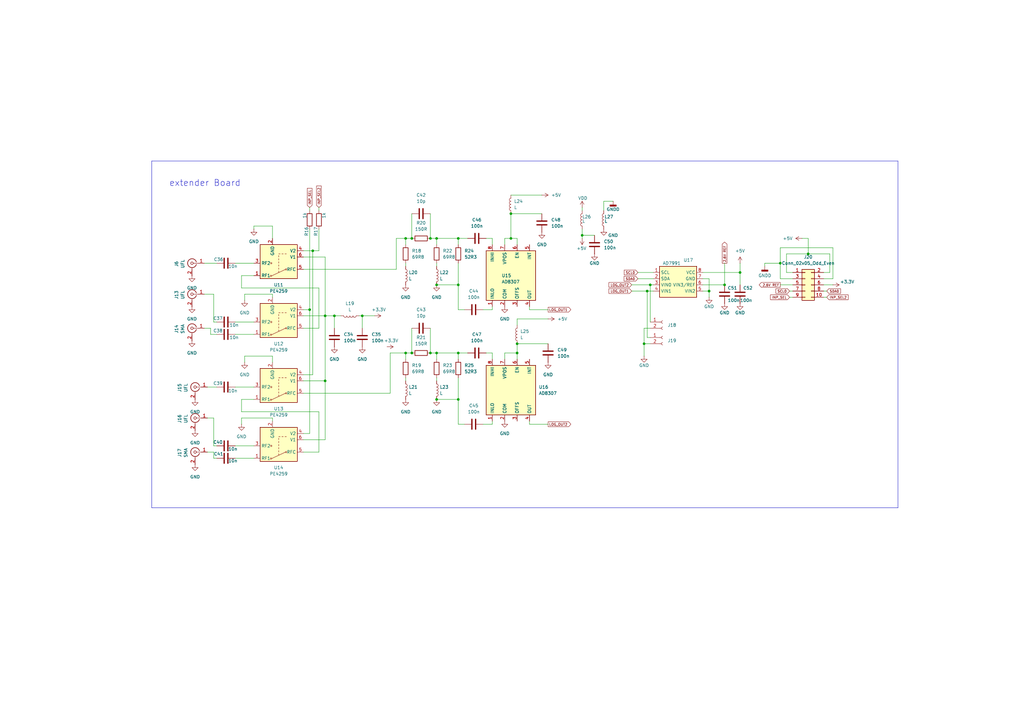
<source format=kicad_sch>
(kicad_sch
	(version 20231120)
	(generator "eeschema")
	(generator_version "8.0")
	(uuid "fb281cd6-083d-4302-bc4c-12f06479ef9d")
	(paper "A3")
	(lib_symbols
		(symbol "Connector:Conn_01x02_Socket"
			(pin_names
				(offset 1.016) hide)
			(exclude_from_sim no)
			(in_bom yes)
			(on_board yes)
			(property "Reference" "J"
				(at 0 2.54 0)
				(effects
					(font
						(size 1.27 1.27)
					)
				)
			)
			(property "Value" "Conn_01x02_Socket"
				(at 0 -5.08 0)
				(effects
					(font
						(size 1.27 1.27)
					)
				)
			)
			(property "Footprint" ""
				(at 0 0 0)
				(effects
					(font
						(size 1.27 1.27)
					)
					(hide yes)
				)
			)
			(property "Datasheet" "~"
				(at 0 0 0)
				(effects
					(font
						(size 1.27 1.27)
					)
					(hide yes)
				)
			)
			(property "Description" "Generic connector, single row, 01x02, script generated"
				(at 0 0 0)
				(effects
					(font
						(size 1.27 1.27)
					)
					(hide yes)
				)
			)
			(property "ki_locked" ""
				(at 0 0 0)
				(effects
					(font
						(size 1.27 1.27)
					)
				)
			)
			(property "ki_keywords" "connector"
				(at 0 0 0)
				(effects
					(font
						(size 1.27 1.27)
					)
					(hide yes)
				)
			)
			(property "ki_fp_filters" "Connector*:*_1x??_*"
				(at 0 0 0)
				(effects
					(font
						(size 1.27 1.27)
					)
					(hide yes)
				)
			)
			(symbol "Conn_01x02_Socket_1_1"
				(arc
					(start 0 -2.032)
					(mid -0.5058 -2.54)
					(end 0 -3.048)
					(stroke
						(width 0.1524)
						(type default)
					)
					(fill
						(type none)
					)
				)
				(polyline
					(pts
						(xy -1.27 -2.54) (xy -0.508 -2.54)
					)
					(stroke
						(width 0.1524)
						(type default)
					)
					(fill
						(type none)
					)
				)
				(polyline
					(pts
						(xy -1.27 0) (xy -0.508 0)
					)
					(stroke
						(width 0.1524)
						(type default)
					)
					(fill
						(type none)
					)
				)
				(arc
					(start 0 0.508)
					(mid -0.5058 0)
					(end 0 -0.508)
					(stroke
						(width 0.1524)
						(type default)
					)
					(fill
						(type none)
					)
				)
				(pin passive line
					(at -5.08 0 0)
					(length 3.81)
					(name "Pin_1"
						(effects
							(font
								(size 1.27 1.27)
							)
						)
					)
					(number "1"
						(effects
							(font
								(size 1.27 1.27)
							)
						)
					)
				)
				(pin passive line
					(at -5.08 -2.54 0)
					(length 3.81)
					(name "Pin_2"
						(effects
							(font
								(size 1.27 1.27)
							)
						)
					)
					(number "2"
						(effects
							(font
								(size 1.27 1.27)
							)
						)
					)
				)
			)
		)
		(symbol "Connector:Conn_Coaxial"
			(pin_names
				(offset 1.016) hide)
			(exclude_from_sim no)
			(in_bom yes)
			(on_board yes)
			(property "Reference" "J"
				(at 0.254 3.048 0)
				(effects
					(font
						(size 1.27 1.27)
					)
				)
			)
			(property "Value" "Conn_Coaxial"
				(at 2.921 0 90)
				(effects
					(font
						(size 1.27 1.27)
					)
				)
			)
			(property "Footprint" ""
				(at 0 0 0)
				(effects
					(font
						(size 1.27 1.27)
					)
					(hide yes)
				)
			)
			(property "Datasheet" "~"
				(at 0 0 0)
				(effects
					(font
						(size 1.27 1.27)
					)
					(hide yes)
				)
			)
			(property "Description" "coaxial connector (BNC, SMA, SMB, SMC, Cinch/RCA, LEMO, ...)"
				(at 0 0 0)
				(effects
					(font
						(size 1.27 1.27)
					)
					(hide yes)
				)
			)
			(property "ki_keywords" "BNC SMA SMB SMC LEMO coaxial connector CINCH RCA MCX MMCX U.FL UMRF"
				(at 0 0 0)
				(effects
					(font
						(size 1.27 1.27)
					)
					(hide yes)
				)
			)
			(property "ki_fp_filters" "*BNC* *SMA* *SMB* *SMC* *Cinch* *LEMO* *UMRF* *MCX* *U.FL*"
				(at 0 0 0)
				(effects
					(font
						(size 1.27 1.27)
					)
					(hide yes)
				)
			)
			(symbol "Conn_Coaxial_0_1"
				(arc
					(start -1.778 -0.508)
					(mid 0.2311 -1.8066)
					(end 1.778 0)
					(stroke
						(width 0.254)
						(type default)
					)
					(fill
						(type none)
					)
				)
				(polyline
					(pts
						(xy -2.54 0) (xy -0.508 0)
					)
					(stroke
						(width 0)
						(type default)
					)
					(fill
						(type none)
					)
				)
				(polyline
					(pts
						(xy 0 -2.54) (xy 0 -1.778)
					)
					(stroke
						(width 0)
						(type default)
					)
					(fill
						(type none)
					)
				)
				(circle
					(center 0 0)
					(radius 0.508)
					(stroke
						(width 0.2032)
						(type default)
					)
					(fill
						(type none)
					)
				)
				(arc
					(start 1.778 0)
					(mid 0.2099 1.8101)
					(end -1.778 0.508)
					(stroke
						(width 0.254)
						(type default)
					)
					(fill
						(type none)
					)
				)
			)
			(symbol "Conn_Coaxial_1_1"
				(pin passive line
					(at -5.08 0 0)
					(length 2.54)
					(name "In"
						(effects
							(font
								(size 1.27 1.27)
							)
						)
					)
					(number "1"
						(effects
							(font
								(size 1.27 1.27)
							)
						)
					)
				)
				(pin passive line
					(at 0 -5.08 90)
					(length 2.54)
					(name "Ext"
						(effects
							(font
								(size 1.27 1.27)
							)
						)
					)
					(number "2"
						(effects
							(font
								(size 1.27 1.27)
							)
						)
					)
				)
			)
		)
		(symbol "Connector_Generic:Conn_02x05_Odd_Even"
			(pin_names
				(offset 1.016) hide)
			(exclude_from_sim no)
			(in_bom yes)
			(on_board yes)
			(property "Reference" "J"
				(at 1.27 7.62 0)
				(effects
					(font
						(size 1.27 1.27)
					)
				)
			)
			(property "Value" "Conn_02x05_Odd_Even"
				(at 1.27 -7.62 0)
				(effects
					(font
						(size 1.27 1.27)
					)
				)
			)
			(property "Footprint" ""
				(at 0 0 0)
				(effects
					(font
						(size 1.27 1.27)
					)
					(hide yes)
				)
			)
			(property "Datasheet" "~"
				(at 0 0 0)
				(effects
					(font
						(size 1.27 1.27)
					)
					(hide yes)
				)
			)
			(property "Description" "Generic connector, double row, 02x05, odd/even pin numbering scheme (row 1 odd numbers, row 2 even numbers), script generated (kicad-library-utils/schlib/autogen/connector/)"
				(at 0 0 0)
				(effects
					(font
						(size 1.27 1.27)
					)
					(hide yes)
				)
			)
			(property "ki_keywords" "connector"
				(at 0 0 0)
				(effects
					(font
						(size 1.27 1.27)
					)
					(hide yes)
				)
			)
			(property "ki_fp_filters" "Connector*:*_2x??_*"
				(at 0 0 0)
				(effects
					(font
						(size 1.27 1.27)
					)
					(hide yes)
				)
			)
			(symbol "Conn_02x05_Odd_Even_1_1"
				(rectangle
					(start -1.27 -4.953)
					(end 0 -5.207)
					(stroke
						(width 0.1524)
						(type default)
					)
					(fill
						(type none)
					)
				)
				(rectangle
					(start -1.27 -2.413)
					(end 0 -2.667)
					(stroke
						(width 0.1524)
						(type default)
					)
					(fill
						(type none)
					)
				)
				(rectangle
					(start -1.27 0.127)
					(end 0 -0.127)
					(stroke
						(width 0.1524)
						(type default)
					)
					(fill
						(type none)
					)
				)
				(rectangle
					(start -1.27 2.667)
					(end 0 2.413)
					(stroke
						(width 0.1524)
						(type default)
					)
					(fill
						(type none)
					)
				)
				(rectangle
					(start -1.27 5.207)
					(end 0 4.953)
					(stroke
						(width 0.1524)
						(type default)
					)
					(fill
						(type none)
					)
				)
				(rectangle
					(start -1.27 6.35)
					(end 3.81 -6.35)
					(stroke
						(width 0.254)
						(type default)
					)
					(fill
						(type background)
					)
				)
				(rectangle
					(start 3.81 -4.953)
					(end 2.54 -5.207)
					(stroke
						(width 0.1524)
						(type default)
					)
					(fill
						(type none)
					)
				)
				(rectangle
					(start 3.81 -2.413)
					(end 2.54 -2.667)
					(stroke
						(width 0.1524)
						(type default)
					)
					(fill
						(type none)
					)
				)
				(rectangle
					(start 3.81 0.127)
					(end 2.54 -0.127)
					(stroke
						(width 0.1524)
						(type default)
					)
					(fill
						(type none)
					)
				)
				(rectangle
					(start 3.81 2.667)
					(end 2.54 2.413)
					(stroke
						(width 0.1524)
						(type default)
					)
					(fill
						(type none)
					)
				)
				(rectangle
					(start 3.81 5.207)
					(end 2.54 4.953)
					(stroke
						(width 0.1524)
						(type default)
					)
					(fill
						(type none)
					)
				)
				(pin passive line
					(at -5.08 5.08 0)
					(length 3.81)
					(name "Pin_1"
						(effects
							(font
								(size 1.27 1.27)
							)
						)
					)
					(number "1"
						(effects
							(font
								(size 1.27 1.27)
							)
						)
					)
				)
				(pin passive line
					(at 7.62 -5.08 180)
					(length 3.81)
					(name "Pin_10"
						(effects
							(font
								(size 1.27 1.27)
							)
						)
					)
					(number "10"
						(effects
							(font
								(size 1.27 1.27)
							)
						)
					)
				)
				(pin passive line
					(at 7.62 5.08 180)
					(length 3.81)
					(name "Pin_2"
						(effects
							(font
								(size 1.27 1.27)
							)
						)
					)
					(number "2"
						(effects
							(font
								(size 1.27 1.27)
							)
						)
					)
				)
				(pin passive line
					(at -5.08 2.54 0)
					(length 3.81)
					(name "Pin_3"
						(effects
							(font
								(size 1.27 1.27)
							)
						)
					)
					(number "3"
						(effects
							(font
								(size 1.27 1.27)
							)
						)
					)
				)
				(pin passive line
					(at 7.62 2.54 180)
					(length 3.81)
					(name "Pin_4"
						(effects
							(font
								(size 1.27 1.27)
							)
						)
					)
					(number "4"
						(effects
							(font
								(size 1.27 1.27)
							)
						)
					)
				)
				(pin passive line
					(at -5.08 0 0)
					(length 3.81)
					(name "Pin_5"
						(effects
							(font
								(size 1.27 1.27)
							)
						)
					)
					(number "5"
						(effects
							(font
								(size 1.27 1.27)
							)
						)
					)
				)
				(pin passive line
					(at 7.62 0 180)
					(length 3.81)
					(name "Pin_6"
						(effects
							(font
								(size 1.27 1.27)
							)
						)
					)
					(number "6"
						(effects
							(font
								(size 1.27 1.27)
							)
						)
					)
				)
				(pin passive line
					(at -5.08 -2.54 0)
					(length 3.81)
					(name "Pin_7"
						(effects
							(font
								(size 1.27 1.27)
							)
						)
					)
					(number "7"
						(effects
							(font
								(size 1.27 1.27)
							)
						)
					)
				)
				(pin passive line
					(at 7.62 -2.54 180)
					(length 3.81)
					(name "Pin_8"
						(effects
							(font
								(size 1.27 1.27)
							)
						)
					)
					(number "8"
						(effects
							(font
								(size 1.27 1.27)
							)
						)
					)
				)
				(pin passive line
					(at -5.08 -5.08 0)
					(length 3.81)
					(name "Pin_9"
						(effects
							(font
								(size 1.27 1.27)
							)
						)
					)
					(number "9"
						(effects
							(font
								(size 1.27 1.27)
							)
						)
					)
				)
			)
		)
		(symbol "Device:C"
			(pin_numbers hide)
			(pin_names
				(offset 0.254)
			)
			(exclude_from_sim no)
			(in_bom yes)
			(on_board yes)
			(property "Reference" "C"
				(at 0.635 2.54 0)
				(effects
					(font
						(size 1.27 1.27)
					)
					(justify left)
				)
			)
			(property "Value" "C"
				(at 0.635 -2.54 0)
				(effects
					(font
						(size 1.27 1.27)
					)
					(justify left)
				)
			)
			(property "Footprint" ""
				(at 0.9652 -3.81 0)
				(effects
					(font
						(size 1.27 1.27)
					)
					(hide yes)
				)
			)
			(property "Datasheet" "~"
				(at 0 0 0)
				(effects
					(font
						(size 1.27 1.27)
					)
					(hide yes)
				)
			)
			(property "Description" "Unpolarized capacitor"
				(at 0 0 0)
				(effects
					(font
						(size 1.27 1.27)
					)
					(hide yes)
				)
			)
			(property "ki_keywords" "cap capacitor"
				(at 0 0 0)
				(effects
					(font
						(size 1.27 1.27)
					)
					(hide yes)
				)
			)
			(property "ki_fp_filters" "C_*"
				(at 0 0 0)
				(effects
					(font
						(size 1.27 1.27)
					)
					(hide yes)
				)
			)
			(symbol "C_0_1"
				(polyline
					(pts
						(xy -2.032 -0.762) (xy 2.032 -0.762)
					)
					(stroke
						(width 0.508)
						(type default)
					)
					(fill
						(type none)
					)
				)
				(polyline
					(pts
						(xy -2.032 0.762) (xy 2.032 0.762)
					)
					(stroke
						(width 0.508)
						(type default)
					)
					(fill
						(type none)
					)
				)
			)
			(symbol "C_1_1"
				(pin passive line
					(at 0 3.81 270)
					(length 2.794)
					(name "~"
						(effects
							(font
								(size 1.27 1.27)
							)
						)
					)
					(number "1"
						(effects
							(font
								(size 1.27 1.27)
							)
						)
					)
				)
				(pin passive line
					(at 0 -3.81 90)
					(length 2.794)
					(name "~"
						(effects
							(font
								(size 1.27 1.27)
							)
						)
					)
					(number "2"
						(effects
							(font
								(size 1.27 1.27)
							)
						)
					)
				)
			)
		)
		(symbol "Device:L"
			(pin_numbers hide)
			(pin_names
				(offset 1.016) hide)
			(exclude_from_sim no)
			(in_bom yes)
			(on_board yes)
			(property "Reference" "L"
				(at -1.27 0 90)
				(effects
					(font
						(size 1.27 1.27)
					)
				)
			)
			(property "Value" "L"
				(at 1.905 0 90)
				(effects
					(font
						(size 1.27 1.27)
					)
				)
			)
			(property "Footprint" ""
				(at 0 0 0)
				(effects
					(font
						(size 1.27 1.27)
					)
					(hide yes)
				)
			)
			(property "Datasheet" "~"
				(at 0 0 0)
				(effects
					(font
						(size 1.27 1.27)
					)
					(hide yes)
				)
			)
			(property "Description" "Inductor"
				(at 0 0 0)
				(effects
					(font
						(size 1.27 1.27)
					)
					(hide yes)
				)
			)
			(property "ki_keywords" "inductor choke coil reactor magnetic"
				(at 0 0 0)
				(effects
					(font
						(size 1.27 1.27)
					)
					(hide yes)
				)
			)
			(property "ki_fp_filters" "Choke_* *Coil* Inductor_* L_*"
				(at 0 0 0)
				(effects
					(font
						(size 1.27 1.27)
					)
					(hide yes)
				)
			)
			(symbol "L_0_1"
				(arc
					(start 0 -2.54)
					(mid 0.6323 -1.905)
					(end 0 -1.27)
					(stroke
						(width 0)
						(type default)
					)
					(fill
						(type none)
					)
				)
				(arc
					(start 0 -1.27)
					(mid 0.6323 -0.635)
					(end 0 0)
					(stroke
						(width 0)
						(type default)
					)
					(fill
						(type none)
					)
				)
				(arc
					(start 0 0)
					(mid 0.6323 0.635)
					(end 0 1.27)
					(stroke
						(width 0)
						(type default)
					)
					(fill
						(type none)
					)
				)
				(arc
					(start 0 1.27)
					(mid 0.6323 1.905)
					(end 0 2.54)
					(stroke
						(width 0)
						(type default)
					)
					(fill
						(type none)
					)
				)
			)
			(symbol "L_1_1"
				(pin passive line
					(at 0 3.81 270)
					(length 1.27)
					(name "1"
						(effects
							(font
								(size 1.27 1.27)
							)
						)
					)
					(number "1"
						(effects
							(font
								(size 1.27 1.27)
							)
						)
					)
				)
				(pin passive line
					(at 0 -3.81 90)
					(length 1.27)
					(name "2"
						(effects
							(font
								(size 1.27 1.27)
							)
						)
					)
					(number "2"
						(effects
							(font
								(size 1.27 1.27)
							)
						)
					)
				)
			)
		)
		(symbol "Driver_LED:MPQ3362GJ-AEC1"
			(exclude_from_sim no)
			(in_bom yes)
			(on_board yes)
			(property "Reference" "U5"
				(at 2.1941 10.16 0)
				(effects
					(font
						(size 1.27 1.27)
					)
					(justify left)
				)
			)
			(property "Value" "AD7991"
				(at -6.35 8.89 0)
				(effects
					(font
						(size 1.27 1.27)
					)
					(justify left)
				)
			)
			(property "Footprint" "Package_TO_SOT_SMD:TSOT-23-8"
				(at 1.27 -7.366 0)
				(effects
					(font
						(size 1.27 1.27)
					)
					(hide yes)
				)
			)
			(property "Datasheet" ""
				(at 2.54 -11.43 0)
				(effects
					(font
						(size 1.27 1.27)
					)
					(hide yes)
				)
			)
			(property "Description" ""
				(at 5.334 11.43 0)
				(effects
					(font
						(size 1.27 1.27)
					)
					(hide yes)
				)
			)
			(property "ki_keywords" "LED driver AEC AEC1-Q100"
				(at 0 0 0)
				(effects
					(font
						(size 1.27 1.27)
					)
					(hide yes)
				)
			)
			(property "ki_fp_filters" "TSOT?23*"
				(at 0 0 0)
				(effects
					(font
						(size 1.27 1.27)
					)
					(hide yes)
				)
			)
			(symbol "MPQ3362GJ-AEC1_1_1"
				(rectangle
					(start -7.62 7.62)
					(end 7.62 -5.08)
					(stroke
						(width 0.254)
						(type default)
					)
					(fill
						(type background)
					)
				)
				(pin input line
					(at -10.16 5.08 0)
					(length 2.54)
					(name "SCL"
						(effects
							(font
								(size 1.27 1.27)
							)
						)
					)
					(number "1"
						(effects
							(font
								(size 1.27 1.27)
							)
						)
					)
				)
				(pin input line
					(at -10.16 2.54 0)
					(length 2.54)
					(name "SDA"
						(effects
							(font
								(size 1.27 1.27)
							)
						)
					)
					(number "2"
						(effects
							(font
								(size 1.27 1.27)
							)
						)
					)
				)
				(pin input line
					(at -10.16 0 0)
					(length 2.54)
					(name "VIN0"
						(effects
							(font
								(size 1.27 1.27)
							)
						)
					)
					(number "3"
						(effects
							(font
								(size 1.27 1.27)
							)
						)
					)
				)
				(pin input line
					(at -10.16 -2.54 0)
					(length 2.54)
					(name "VIN1"
						(effects
							(font
								(size 1.27 1.27)
							)
						)
					)
					(number "4"
						(effects
							(font
								(size 1.27 1.27)
							)
						)
					)
					(alternate "DIM" input line)
				)
				(pin input line
					(at 10.16 -2.54 180)
					(length 2.54)
					(name "VIN2"
						(effects
							(font
								(size 1.27 1.27)
							)
						)
					)
					(number "5"
						(effects
							(font
								(size 1.27 1.27)
							)
						)
					)
					(alternate "SYNC" input line)
				)
				(pin input line
					(at 10.16 0 180)
					(length 2.54)
					(name "VIN3/REF"
						(effects
							(font
								(size 1.27 1.27)
							)
						)
					)
					(number "6"
						(effects
							(font
								(size 1.27 1.27)
							)
						)
					)
				)
				(pin power_in line
					(at 10.16 2.54 180)
					(length 2.54)
					(name "GND"
						(effects
							(font
								(size 1.27 1.27)
							)
						)
					)
					(number "7"
						(effects
							(font
								(size 1.27 1.27)
							)
						)
					)
				)
				(pin power_in line
					(at 10.16 5.08 180)
					(length 2.54)
					(name "VCC"
						(effects
							(font
								(size 1.27 1.27)
							)
						)
					)
					(number "8"
						(effects
							(font
								(size 1.27 1.27)
							)
						)
					)
				)
			)
		)
		(symbol "LOG_RF_Amplifier:AD8313xRM"
			(exclude_from_sim no)
			(in_bom yes)
			(on_board yes)
			(property "Reference" "U"
				(at 1.524 1.524 0)
				(effects
					(font
						(size 1.27 1.27)
					)
				)
			)
			(property "Value" "AD8307"
				(at 4.572 -1.524 0)
				(effects
					(font
						(size 1.27 1.27)
					)
				)
			)
			(property "Footprint" ""
				(at -29.972 12.7 0)
				(effects
					(font
						(size 1.27 1.27)
					)
					(hide yes)
				)
			)
			(property "Datasheet" ""
				(at 0 -2.54 0)
				(effects
					(font
						(size 1.27 1.27)
					)
					(hide yes)
				)
			)
			(property "Description" "Logarithmic Detector, SO-8"
				(at 0.254 3.81 0)
				(effects
					(font
						(size 1.27 1.27)
					)
					(hide yes)
				)
			)
			(property "ki_keywords" "RF LOG POWER DETECTOR"
				(at 0 0 0)
				(effects
					(font
						(size 1.27 1.27)
					)
					(hide yes)
				)
			)
			(property "ki_fp_filters" "MSOP*3x3mm*P0.65mm*"
				(at 0 0 0)
				(effects
					(font
						(size 1.27 1.27)
					)
					(hide yes)
				)
			)
			(symbol "AD8313xRM_0_1"
				(rectangle
					(start -10.16 10.16)
					(end 10.16 -10.16)
					(stroke
						(width 0.254)
						(type default)
					)
					(fill
						(type background)
					)
				)
			)
			(symbol "AD8313xRM_1_1"
				(pin input line
					(at -7.62 -12.7 90)
					(length 2.54)
					(name "INLO"
						(effects
							(font
								(size 1.27 1.27)
							)
						)
					)
					(number "1"
						(effects
							(font
								(size 1.27 1.27)
							)
						)
					)
				)
				(pin power_in line
					(at -2.54 -12.7 90)
					(length 2.54)
					(name "COM"
						(effects
							(font
								(size 1.27 1.27)
							)
						)
					)
					(number "2"
						(effects
							(font
								(size 1.27 1.27)
							)
						)
					)
				)
				(pin input line
					(at 2.54 -12.7 90)
					(length 2.54)
					(name "OFFS"
						(effects
							(font
								(size 1.27 1.27)
							)
						)
					)
					(number "3"
						(effects
							(font
								(size 1.27 1.27)
							)
						)
					)
				)
				(pin output line
					(at 7.62 -12.7 90)
					(length 2.54)
					(name "OUT"
						(effects
							(font
								(size 1.27 1.27)
							)
						)
					)
					(number "4"
						(effects
							(font
								(size 1.27 1.27)
							)
						)
					)
				)
				(pin input line
					(at 7.62 12.7 270)
					(length 2.54)
					(name "INT"
						(effects
							(font
								(size 1.27 1.27)
							)
						)
					)
					(number "5"
						(effects
							(font
								(size 1.27 1.27)
							)
						)
					)
				)
				(pin input line
					(at 2.54 12.7 270)
					(length 2.54)
					(name "EN"
						(effects
							(font
								(size 1.27 1.27)
							)
						)
					)
					(number "6"
						(effects
							(font
								(size 1.27 1.27)
							)
						)
					)
				)
				(pin power_in line
					(at -2.54 12.7 270)
					(length 2.54)
					(name "VPOS"
						(effects
							(font
								(size 1.27 1.27)
							)
						)
					)
					(number "7"
						(effects
							(font
								(size 1.27 1.27)
							)
						)
					)
				)
				(pin input line
					(at -7.62 12.7 270)
					(length 2.54)
					(name "INHI"
						(effects
							(font
								(size 1.27 1.27)
							)
						)
					)
					(number "8"
						(effects
							(font
								(size 1.27 1.27)
							)
						)
					)
				)
			)
		)
		(symbol "RF_Switch:MASWSS0179"
			(exclude_from_sim no)
			(in_bom yes)
			(on_board yes)
			(property "Reference" "U"
				(at -7.62 7.62 0)
				(effects
					(font
						(size 1.27 1.27)
					)
				)
			)
			(property "Value" "MASWSS0179"
				(at 3.81 7.62 0)
				(effects
					(font
						(size 1.27 1.27)
					)
				)
			)
			(property "Footprint" "Package_TO_SOT_SMD:SOT-23-6"
				(at 0 2.54 0)
				(effects
					(font
						(size 1.27 1.27)
					)
					(hide yes)
				)
			)
			(property "Datasheet" "https://cdn.macom.com/datasheets/MASWSS0179.pdf"
				(at 0 2.54 0)
				(effects
					(font
						(size 1.27 1.27)
					)
					(hide yes)
				)
			)
			(property "Description" "Macom GaAs RF SPDT switch, DC-2GHz, 0.6/22dB loss/isolation, SOT-26 (SOT-23-6)"
				(at 0 0 0)
				(effects
					(font
						(size 1.27 1.27)
					)
					(hide yes)
				)
			)
			(property "ki_keywords" "RF SWITCH SPDT"
				(at 0 0 0)
				(effects
					(font
						(size 1.27 1.27)
					)
					(hide yes)
				)
			)
			(property "ki_fp_filters" "SOT?23*"
				(at 0 0 0)
				(effects
					(font
						(size 1.27 1.27)
					)
					(hide yes)
				)
			)
			(symbol "MASWSS0179_0_1"
				(circle
					(center -3.048 2.54)
					(radius 0.2794)
					(stroke
						(width 0)
						(type default)
					)
					(fill
						(type none)
					)
				)
				(polyline
					(pts
						(xy -3.175 -3.81) (xy -2.54 -3.81)
					)
					(stroke
						(width 0)
						(type default)
					)
					(fill
						(type none)
					)
				)
				(polyline
					(pts
						(xy -2.794 2.54) (xy 2.921 5.207)
					)
					(stroke
						(width 0)
						(type default)
					)
					(fill
						(type none)
					)
				)
				(polyline
					(pts
						(xy -1.905 -3.81) (xy -1.27 -3.81)
					)
					(stroke
						(width 0)
						(type default)
					)
					(fill
						(type none)
					)
				)
				(polyline
					(pts
						(xy -0.635 -3.81) (xy 0 -3.81)
					)
					(stroke
						(width 0)
						(type default)
					)
					(fill
						(type none)
					)
				)
				(polyline
					(pts
						(xy 0 -3.175) (xy 0 -2.54)
					)
					(stroke
						(width 0)
						(type default)
					)
					(fill
						(type none)
					)
				)
				(polyline
					(pts
						(xy 0 -1.905) (xy 0 -1.27)
					)
					(stroke
						(width 0)
						(type default)
					)
					(fill
						(type none)
					)
				)
				(polyline
					(pts
						(xy 0 -0.635) (xy 0 0)
					)
					(stroke
						(width 0)
						(type default)
					)
					(fill
						(type none)
					)
				)
				(polyline
					(pts
						(xy 0 0.635) (xy 0 1.27)
					)
					(stroke
						(width 0)
						(type default)
					)
					(fill
						(type none)
					)
				)
				(polyline
					(pts
						(xy 0 1.905) (xy 0 2.54)
					)
					(stroke
						(width 0)
						(type default)
					)
					(fill
						(type none)
					)
				)
				(polyline
					(pts
						(xy 0 3.175) (xy 0 3.81)
					)
					(stroke
						(width 0)
						(type default)
					)
					(fill
						(type none)
					)
				)
				(circle
					(center 3.048 0)
					(radius 0.2794)
					(stroke
						(width 0)
						(type default)
					)
					(fill
						(type none)
					)
				)
				(circle
					(center 3.175 5.207)
					(radius 0.2794)
					(stroke
						(width 0)
						(type default)
					)
					(fill
						(type none)
					)
				)
				(rectangle
					(start 7.62 -7.62)
					(end -7.62 6.35)
					(stroke
						(width 0.254)
						(type default)
					)
					(fill
						(type background)
					)
				)
			)
			(symbol "MASWSS0179_1_1"
				(pin passive line
					(at 10.16 5.08 180)
					(length 2.54)
					(name "RF1"
						(effects
							(font
								(size 1.27 1.27)
							)
						)
					)
					(number "1"
						(effects
							(font
								(size 1.27 1.27)
							)
						)
					)
				)
				(pin power_in line
					(at 2.54 -10.16 90)
					(length 2.54)
					(name "GND"
						(effects
							(font
								(size 1.27 1.27)
							)
						)
					)
					(number "2"
						(effects
							(font
								(size 1.27 1.27)
							)
						)
					)
				)
				(pin passive line
					(at 10.16 0 180)
					(length 2.54)
					(name "RF2"
						(effects
							(font
								(size 1.27 1.27)
							)
						)
					)
					(number "3"
						(effects
							(font
								(size 1.27 1.27)
							)
						)
					)
				)
				(pin input line
					(at -10.16 -5.08 0)
					(length 2.54)
					(name "V2"
						(effects
							(font
								(size 1.27 1.27)
							)
						)
					)
					(number "4"
						(effects
							(font
								(size 1.27 1.27)
							)
						)
					)
				)
				(pin passive line
					(at -10.16 2.54 0)
					(length 2.54)
					(name "RFC"
						(effects
							(font
								(size 1.27 1.27)
							)
						)
					)
					(number "5"
						(effects
							(font
								(size 1.27 1.27)
							)
						)
					)
				)
				(pin input line
					(at -10.16 -2.54 0)
					(length 2.54)
					(name "V1"
						(effects
							(font
								(size 1.27 1.27)
							)
						)
					)
					(number "6"
						(effects
							(font
								(size 1.27 1.27)
							)
						)
					)
				)
			)
		)
		(symbol "dual_rotary_encoder_switch:R"
			(pin_numbers hide)
			(pin_names
				(offset 0)
			)
			(exclude_from_sim no)
			(in_bom yes)
			(on_board yes)
			(property "Reference" "R"
				(at 2.032 0 90)
				(effects
					(font
						(size 1.27 1.27)
					)
				)
			)
			(property "Value" "R"
				(at 0 0 90)
				(effects
					(font
						(size 1.27 1.27)
					)
				)
			)
			(property "Footprint" ""
				(at -1.778 0 90)
				(effects
					(font
						(size 1.27 1.27)
					)
					(hide yes)
				)
			)
			(property "Datasheet" "~"
				(at 0 0 0)
				(effects
					(font
						(size 1.27 1.27)
					)
					(hide yes)
				)
			)
			(property "Description" "Resistor"
				(at 0 0 0)
				(effects
					(font
						(size 1.27 1.27)
					)
					(hide yes)
				)
			)
			(property "ki_keywords" "R res resistor"
				(at 0 0 0)
				(effects
					(font
						(size 1.27 1.27)
					)
					(hide yes)
				)
			)
			(property "ki_fp_filters" "R_*"
				(at 0 0 0)
				(effects
					(font
						(size 1.27 1.27)
					)
					(hide yes)
				)
			)
			(symbol "R_0_1"
				(rectangle
					(start -1.016 -2.54)
					(end 1.016 2.54)
					(stroke
						(width 0.254)
						(type default)
					)
					(fill
						(type none)
					)
				)
			)
			(symbol "R_1_1"
				(pin passive line
					(at 0 3.81 270)
					(length 1.27)
					(name "~"
						(effects
							(font
								(size 1.27 1.27)
							)
						)
					)
					(number "1"
						(effects
							(font
								(size 1.27 1.27)
							)
						)
					)
				)
				(pin passive line
					(at 0 -3.81 90)
					(length 1.27)
					(name "~"
						(effects
							(font
								(size 1.27 1.27)
							)
						)
					)
					(number "2"
						(effects
							(font
								(size 1.27 1.27)
							)
						)
					)
				)
			)
		)
		(symbol "power:+3.3V"
			(power)
			(pin_numbers hide)
			(pin_names
				(offset 0) hide)
			(exclude_from_sim no)
			(in_bom yes)
			(on_board yes)
			(property "Reference" "#PWR"
				(at 0 -3.81 0)
				(effects
					(font
						(size 1.27 1.27)
					)
					(hide yes)
				)
			)
			(property "Value" "+3.3V"
				(at 0 3.556 0)
				(effects
					(font
						(size 1.27 1.27)
					)
				)
			)
			(property "Footprint" ""
				(at 0 0 0)
				(effects
					(font
						(size 1.27 1.27)
					)
					(hide yes)
				)
			)
			(property "Datasheet" ""
				(at 0 0 0)
				(effects
					(font
						(size 1.27 1.27)
					)
					(hide yes)
				)
			)
			(property "Description" "Power symbol creates a global label with name \"+3.3V\""
				(at 0 0 0)
				(effects
					(font
						(size 1.27 1.27)
					)
					(hide yes)
				)
			)
			(property "ki_keywords" "global power"
				(at 0 0 0)
				(effects
					(font
						(size 1.27 1.27)
					)
					(hide yes)
				)
			)
			(symbol "+3.3V_0_1"
				(polyline
					(pts
						(xy -0.762 1.27) (xy 0 2.54)
					)
					(stroke
						(width 0)
						(type default)
					)
					(fill
						(type none)
					)
				)
				(polyline
					(pts
						(xy 0 0) (xy 0 2.54)
					)
					(stroke
						(width 0)
						(type default)
					)
					(fill
						(type none)
					)
				)
				(polyline
					(pts
						(xy 0 2.54) (xy 0.762 1.27)
					)
					(stroke
						(width 0)
						(type default)
					)
					(fill
						(type none)
					)
				)
			)
			(symbol "+3.3V_1_1"
				(pin power_in line
					(at 0 0 90)
					(length 0)
					(name "~"
						(effects
							(font
								(size 1.27 1.27)
							)
						)
					)
					(number "1"
						(effects
							(font
								(size 1.27 1.27)
							)
						)
					)
				)
			)
		)
		(symbol "power:+5V"
			(power)
			(pin_numbers hide)
			(pin_names
				(offset 0) hide)
			(exclude_from_sim no)
			(in_bom yes)
			(on_board yes)
			(property "Reference" "#PWR"
				(at 0 -3.81 0)
				(effects
					(font
						(size 1.27 1.27)
					)
					(hide yes)
				)
			)
			(property "Value" "+5V"
				(at 0 3.556 0)
				(effects
					(font
						(size 1.27 1.27)
					)
				)
			)
			(property "Footprint" ""
				(at 0 0 0)
				(effects
					(font
						(size 1.27 1.27)
					)
					(hide yes)
				)
			)
			(property "Datasheet" ""
				(at 0 0 0)
				(effects
					(font
						(size 1.27 1.27)
					)
					(hide yes)
				)
			)
			(property "Description" "Power symbol creates a global label with name \"+5V\""
				(at 0 0 0)
				(effects
					(font
						(size 1.27 1.27)
					)
					(hide yes)
				)
			)
			(property "ki_keywords" "global power"
				(at 0 0 0)
				(effects
					(font
						(size 1.27 1.27)
					)
					(hide yes)
				)
			)
			(symbol "+5V_0_1"
				(polyline
					(pts
						(xy -0.762 1.27) (xy 0 2.54)
					)
					(stroke
						(width 0)
						(type default)
					)
					(fill
						(type none)
					)
				)
				(polyline
					(pts
						(xy 0 0) (xy 0 2.54)
					)
					(stroke
						(width 0)
						(type default)
					)
					(fill
						(type none)
					)
				)
				(polyline
					(pts
						(xy 0 2.54) (xy 0.762 1.27)
					)
					(stroke
						(width 0)
						(type default)
					)
					(fill
						(type none)
					)
				)
			)
			(symbol "+5V_1_1"
				(pin power_in line
					(at 0 0 90)
					(length 0)
					(name "~"
						(effects
							(font
								(size 1.27 1.27)
							)
						)
					)
					(number "1"
						(effects
							(font
								(size 1.27 1.27)
							)
						)
					)
				)
			)
		)
		(symbol "power:GND"
			(power)
			(pin_numbers hide)
			(pin_names
				(offset 0) hide)
			(exclude_from_sim no)
			(in_bom yes)
			(on_board yes)
			(property "Reference" "#PWR"
				(at 0 -6.35 0)
				(effects
					(font
						(size 1.27 1.27)
					)
					(hide yes)
				)
			)
			(property "Value" "GND"
				(at 0 -3.81 0)
				(effects
					(font
						(size 1.27 1.27)
					)
				)
			)
			(property "Footprint" ""
				(at 0 0 0)
				(effects
					(font
						(size 1.27 1.27)
					)
					(hide yes)
				)
			)
			(property "Datasheet" ""
				(at 0 0 0)
				(effects
					(font
						(size 1.27 1.27)
					)
					(hide yes)
				)
			)
			(property "Description" "Power symbol creates a global label with name \"GND\" , ground"
				(at 0 0 0)
				(effects
					(font
						(size 1.27 1.27)
					)
					(hide yes)
				)
			)
			(property "ki_keywords" "global power"
				(at 0 0 0)
				(effects
					(font
						(size 1.27 1.27)
					)
					(hide yes)
				)
			)
			(symbol "GND_0_1"
				(polyline
					(pts
						(xy 0 0) (xy 0 -1.27) (xy 1.27 -1.27) (xy 0 -2.54) (xy -1.27 -1.27) (xy 0 -1.27)
					)
					(stroke
						(width 0)
						(type default)
					)
					(fill
						(type none)
					)
				)
			)
			(symbol "GND_1_1"
				(pin power_in line
					(at 0 0 270)
					(length 0)
					(name "~"
						(effects
							(font
								(size 1.27 1.27)
							)
						)
					)
					(number "1"
						(effects
							(font
								(size 1.27 1.27)
							)
						)
					)
				)
			)
		)
		(symbol "power:GNDD"
			(power)
			(pin_numbers hide)
			(pin_names
				(offset 0) hide)
			(exclude_from_sim no)
			(in_bom yes)
			(on_board yes)
			(property "Reference" "#PWR"
				(at 0 -6.35 0)
				(effects
					(font
						(size 1.27 1.27)
					)
					(hide yes)
				)
			)
			(property "Value" "GNDD"
				(at 0 -3.175 0)
				(effects
					(font
						(size 1.27 1.27)
					)
				)
			)
			(property "Footprint" ""
				(at 0 0 0)
				(effects
					(font
						(size 1.27 1.27)
					)
					(hide yes)
				)
			)
			(property "Datasheet" ""
				(at 0 0 0)
				(effects
					(font
						(size 1.27 1.27)
					)
					(hide yes)
				)
			)
			(property "Description" "Power symbol creates a global label with name \"GNDD\" , digital ground"
				(at 0 0 0)
				(effects
					(font
						(size 1.27 1.27)
					)
					(hide yes)
				)
			)
			(property "ki_keywords" "global power"
				(at 0 0 0)
				(effects
					(font
						(size 1.27 1.27)
					)
					(hide yes)
				)
			)
			(symbol "GNDD_0_1"
				(rectangle
					(start -1.27 -1.524)
					(end 1.27 -2.032)
					(stroke
						(width 0.254)
						(type default)
					)
					(fill
						(type outline)
					)
				)
				(polyline
					(pts
						(xy 0 0) (xy 0 -1.524)
					)
					(stroke
						(width 0)
						(type default)
					)
					(fill
						(type none)
					)
				)
			)
			(symbol "GNDD_1_1"
				(pin power_in line
					(at 0 0 270)
					(length 0)
					(name "~"
						(effects
							(font
								(size 1.27 1.27)
							)
						)
					)
					(number "1"
						(effects
							(font
								(size 1.27 1.27)
							)
						)
					)
				)
			)
		)
		(symbol "power:VDD"
			(power)
			(pin_numbers hide)
			(pin_names
				(offset 0) hide)
			(exclude_from_sim no)
			(in_bom yes)
			(on_board yes)
			(property "Reference" "#PWR"
				(at 0 -3.81 0)
				(effects
					(font
						(size 1.27 1.27)
					)
					(hide yes)
				)
			)
			(property "Value" "VDD"
				(at 0 3.556 0)
				(effects
					(font
						(size 1.27 1.27)
					)
				)
			)
			(property "Footprint" ""
				(at 0 0 0)
				(effects
					(font
						(size 1.27 1.27)
					)
					(hide yes)
				)
			)
			(property "Datasheet" ""
				(at 0 0 0)
				(effects
					(font
						(size 1.27 1.27)
					)
					(hide yes)
				)
			)
			(property "Description" "Power symbol creates a global label with name \"VDD\""
				(at 0 0 0)
				(effects
					(font
						(size 1.27 1.27)
					)
					(hide yes)
				)
			)
			(property "ki_keywords" "global power"
				(at 0 0 0)
				(effects
					(font
						(size 1.27 1.27)
					)
					(hide yes)
				)
			)
			(symbol "VDD_0_1"
				(polyline
					(pts
						(xy -0.762 1.27) (xy 0 2.54)
					)
					(stroke
						(width 0)
						(type default)
					)
					(fill
						(type none)
					)
				)
				(polyline
					(pts
						(xy 0 0) (xy 0 2.54)
					)
					(stroke
						(width 0)
						(type default)
					)
					(fill
						(type none)
					)
				)
				(polyline
					(pts
						(xy 0 2.54) (xy 0.762 1.27)
					)
					(stroke
						(width 0)
						(type default)
					)
					(fill
						(type none)
					)
				)
			)
			(symbol "VDD_1_1"
				(pin power_in line
					(at 0 0 90)
					(length 0)
					(name "~"
						(effects
							(font
								(size 1.27 1.27)
							)
						)
					)
					(number "1"
						(effects
							(font
								(size 1.27 1.27)
							)
						)
					)
				)
			)
		)
	)
	(junction
		(at 179.07 97.79)
		(diameter 0)
		(color 0 0 0 0)
		(uuid "01ab91f9-f80f-4284-8189-3cdd096bda01")
	)
	(junction
		(at 266.7 116.84)
		(diameter 0)
		(color 0 0 0 0)
		(uuid "0353f97f-6698-49a5-b079-e878980e58fa")
	)
	(junction
		(at 176.53 144.78)
		(diameter 0)
		(color 0 0 0 0)
		(uuid "06027d6c-7e44-4076-85d9-4001eaa35da5")
	)
	(junction
		(at 331.47 104.14)
		(diameter 0)
		(color 0 0 0 0)
		(uuid "06167b4a-3af8-4871-8f34-e0f69cc3ab44")
	)
	(junction
		(at 212.09 140.97)
		(diameter 0)
		(color 0 0 0 0)
		(uuid "0fd92ffd-cf0f-4353-af33-90d9e0a070bb")
	)
	(junction
		(at 187.96 144.78)
		(diameter 0)
		(color 0 0 0 0)
		(uuid "11e15e8d-625c-4069-845e-42654197940b")
	)
	(junction
		(at 166.37 97.79)
		(diameter 0)
		(color 0 0 0 0)
		(uuid "1f127390-5fc1-4399-a9e4-8fab7c08b6f6")
	)
	(junction
		(at 128.27 102.87)
		(diameter 0)
		(color 0 0 0 0)
		(uuid "21e3d402-4646-4bd3-be4d-a9746634cf92")
	)
	(junction
		(at 148.59 129.54)
		(diameter 0)
		(color 0 0 0 0)
		(uuid "318ff2a5-be36-4164-b257-f44fa2e84d60")
	)
	(junction
		(at 297.18 116.84)
		(diameter 0)
		(color 0 0 0 0)
		(uuid "3553d23f-1750-4fad-812c-a1c4849c9e26")
	)
	(junction
		(at 264.16 140.97)
		(diameter 0)
		(color 0 0 0 0)
		(uuid "49c4e564-4371-45d4-81cd-879f3eb7104e")
	)
	(junction
		(at 166.37 144.78)
		(diameter 0)
		(color 0 0 0 0)
		(uuid "4e4b4219-e8ef-4899-93bd-6d49ab41d16e")
	)
	(junction
		(at 187.96 97.79)
		(diameter 0)
		(color 0 0 0 0)
		(uuid "51d8396e-3d5a-4734-9f51-c27278befe18")
	)
	(junction
		(at 168.91 97.79)
		(diameter 0)
		(color 0 0 0 0)
		(uuid "549b48e9-df26-4c97-9375-b0e7eed486e9")
	)
	(junction
		(at 127 127)
		(diameter 0)
		(color 0 0 0 0)
		(uuid "5b791742-c84e-41b2-b4ed-7627f3442aef")
	)
	(junction
		(at 209.55 87.63)
		(diameter 0)
		(color 0 0 0 0)
		(uuid "5f024e0e-626a-43a8-b69f-76e4b054f0d7")
	)
	(junction
		(at 179.07 144.78)
		(diameter 0)
		(color 0 0 0 0)
		(uuid "663649a7-f126-4d62-b00f-bbb44ee6bf9a")
	)
	(junction
		(at 179.07 163.83)
		(diameter 0)
		(color 0 0 0 0)
		(uuid "6935be3c-a6d6-4f2c-b145-55fca0015333")
	)
	(junction
		(at 238.76 96.52)
		(diameter 0)
		(color 0 0 0 0)
		(uuid "69c76a78-4ca2-41c3-9e35-4e0c5d648885")
	)
	(junction
		(at 303.53 111.76)
		(diameter 0)
		(color 0 0 0 0)
		(uuid "77793a64-49cb-4eef-9b60-4beaba1d9805")
	)
	(junction
		(at 168.91 144.78)
		(diameter 0)
		(color 0 0 0 0)
		(uuid "92547502-6ae2-4d16-831a-1d398c4b1801")
	)
	(junction
		(at 133.35 156.21)
		(diameter 0)
		(color 0 0 0 0)
		(uuid "9307ba0c-1dbf-4d16-811b-453c48ab95ca")
	)
	(junction
		(at 290.83 119.38)
		(diameter 0)
		(color 0 0 0 0)
		(uuid "ab15deff-2fe6-41fc-956e-566b3271a953")
	)
	(junction
		(at 187.96 163.83)
		(diameter 0)
		(color 0 0 0 0)
		(uuid "ad3d3462-eb0f-4f61-a59a-37429ee1150d")
	)
	(junction
		(at 212.09 144.78)
		(diameter 0)
		(color 0 0 0 0)
		(uuid "afc6dec0-07d2-4fd1-b815-645e7caa5173")
	)
	(junction
		(at 320.04 107.95)
		(diameter 0)
		(color 0 0 0 0)
		(uuid "c18a09c1-6264-494c-a23e-b7590a96c940")
	)
	(junction
		(at 133.35 129.54)
		(diameter 0)
		(color 0 0 0 0)
		(uuid "cc8f5ebd-9a0a-47f5-823b-b0a0ba6ea3f0")
	)
	(junction
		(at 179.07 116.84)
		(diameter 0)
		(color 0 0 0 0)
		(uuid "cd1fcd63-88b7-48cb-ba76-aad62043c6d1")
	)
	(junction
		(at 176.53 97.79)
		(diameter 0)
		(color 0 0 0 0)
		(uuid "dbf34bd9-8b21-4506-b907-721216b085b8")
	)
	(junction
		(at 137.16 129.54)
		(diameter 0)
		(color 0 0 0 0)
		(uuid "f3307e71-cd4c-4be6-8465-685fe2412d07")
	)
	(junction
		(at 265.43 119.38)
		(diameter 0)
		(color 0 0 0 0)
		(uuid "f7548968-112e-4068-9bc4-4bf28375a87b")
	)
	(junction
		(at 209.55 97.79)
		(diameter 0)
		(color 0 0 0 0)
		(uuid "f7fe50c0-d99b-40bf-8d0c-2d547ebf0964")
	)
	(junction
		(at 187.96 116.84)
		(diameter 0)
		(color 0 0 0 0)
		(uuid "f97effaa-3096-4900-bc62-feadeb07908a")
	)
	(wire
		(pts
			(xy 179.07 144.78) (xy 179.07 147.32)
		)
		(stroke
			(width 0)
			(type default)
		)
		(uuid "0264ba6e-2b0a-4a2c-b026-4e8b3033bfb8")
	)
	(wire
		(pts
			(xy 323.85 121.92) (xy 325.12 121.92)
		)
		(stroke
			(width 0)
			(type default)
		)
		(uuid "04606af4-ecea-40bf-bfe4-0d38116f73c7")
	)
	(wire
		(pts
			(xy 340.36 104.14) (xy 340.36 111.76)
		)
		(stroke
			(width 0)
			(type default)
		)
		(uuid "046e7e63-1390-428a-9107-1040a11ef545")
	)
	(wire
		(pts
			(xy 168.91 144.78) (xy 166.37 144.78)
		)
		(stroke
			(width 0)
			(type default)
		)
		(uuid "05a9ff29-3ceb-4254-a003-c8f0ece803c7")
	)
	(wire
		(pts
			(xy 288.29 116.84) (xy 297.18 116.84)
		)
		(stroke
			(width 0)
			(type default)
		)
		(uuid "064b5296-b903-4b4d-8e62-a632c7198f4a")
	)
	(wire
		(pts
			(xy 162.56 97.79) (xy 166.37 97.79)
		)
		(stroke
			(width 0)
			(type default)
		)
		(uuid "085230bc-d83a-414b-b867-812c5cef3b4f")
	)
	(wire
		(pts
			(xy 322.58 104.14) (xy 331.47 104.14)
		)
		(stroke
			(width 0)
			(type default)
		)
		(uuid "098cbd9f-38d9-44a1-a25d-133cee639f9f")
	)
	(wire
		(pts
			(xy 341.63 101.6) (xy 341.63 114.3)
		)
		(stroke
			(width 0)
			(type default)
		)
		(uuid "0a546d0e-1770-4c23-bd2f-a7209fcc73e2")
	)
	(wire
		(pts
			(xy 201.93 173.99) (xy 201.93 172.72)
		)
		(stroke
			(width 0)
			(type default)
		)
		(uuid "0b05d484-4ca6-4863-8641-2ee824862141")
	)
	(wire
		(pts
			(xy 290.83 119.38) (xy 290.83 114.3)
		)
		(stroke
			(width 0)
			(type default)
		)
		(uuid "0cb3bc72-f682-464d-b11b-e2ba9c55f764")
	)
	(wire
		(pts
			(xy 288.29 111.76) (xy 303.53 111.76)
		)
		(stroke
			(width 0)
			(type default)
		)
		(uuid "0d0049dd-b70b-45ad-b4c2-fb140f2c5836")
	)
	(wire
		(pts
			(xy 128.27 102.87) (xy 124.46 102.87)
		)
		(stroke
			(width 0)
			(type default)
		)
		(uuid "103e088d-30c1-4fb5-9f68-c556745921b9")
	)
	(wire
		(pts
			(xy 124.46 129.54) (xy 133.35 129.54)
		)
		(stroke
			(width 0)
			(type default)
		)
		(uuid "116ead5e-4d48-43bd-876e-19179a76b9cb")
	)
	(wire
		(pts
			(xy 217.17 172.72) (xy 217.17 173.99)
		)
		(stroke
			(width 0)
			(type default)
		)
		(uuid "1673236f-9be1-46a4-854f-f972b4aef3b8")
	)
	(wire
		(pts
			(xy 264.16 140.97) (xy 264.16 146.05)
		)
		(stroke
			(width 0)
			(type default)
		)
		(uuid "1746f341-b3f4-48e3-85b4-664702890982")
	)
	(wire
		(pts
			(xy 148.59 129.54) (xy 148.59 134.62)
		)
		(stroke
			(width 0)
			(type default)
		)
		(uuid "178bfbc3-c62c-4afe-a0a7-a9463237d857")
	)
	(wire
		(pts
			(xy 320.04 107.95) (xy 320.04 114.3)
		)
		(stroke
			(width 0)
			(type default)
		)
		(uuid "18d0f353-5065-4e46-9fd5-f29bfc3e225a")
	)
	(wire
		(pts
			(xy 86.36 137.16) (xy 88.9 137.16)
		)
		(stroke
			(width 0)
			(type default)
		)
		(uuid "1a4375c8-759c-4c9f-aee2-e200981de7e8")
	)
	(wire
		(pts
			(xy 337.82 116.84) (xy 341.63 116.84)
		)
		(stroke
			(width 0)
			(type default)
		)
		(uuid "1ba3d833-d974-4ec6-a09d-7dcb7cee281e")
	)
	(polyline
		(pts
			(xy 368.3 208.28) (xy 62.23 208.28)
		)
		(stroke
			(width 0)
			(type default)
		)
		(uuid "1c7da695-5dab-46e1-8d6e-49aba9fdd000")
	)
	(wire
		(pts
			(xy 209.55 87.63) (xy 209.55 97.79)
		)
		(stroke
			(width 0)
			(type default)
		)
		(uuid "1c8d9750-a5aa-40a7-a906-328dddac34b7")
	)
	(wire
		(pts
			(xy 187.96 116.84) (xy 187.96 127)
		)
		(stroke
			(width 0)
			(type default)
		)
		(uuid "1d0bfa32-695a-4d2c-ac19-6edff297b75e")
	)
	(wire
		(pts
			(xy 199.39 97.79) (xy 201.93 97.79)
		)
		(stroke
			(width 0)
			(type default)
		)
		(uuid "1d78f0e4-a0a7-4ed6-b21d-e67ceb048942")
	)
	(wire
		(pts
			(xy 85.09 185.42) (xy 87.63 185.42)
		)
		(stroke
			(width 0)
			(type default)
		)
		(uuid "2178d65e-2b0a-41b3-8100-5dac18d5a4f5")
	)
	(wire
		(pts
			(xy 179.07 107.95) (xy 179.07 109.22)
		)
		(stroke
			(width 0)
			(type default)
		)
		(uuid "2767eb2f-cf0b-4f25-8e24-db84be5ac0dc")
	)
	(wire
		(pts
			(xy 166.37 144.78) (xy 166.37 147.32)
		)
		(stroke
			(width 0)
			(type default)
		)
		(uuid "2a200bc4-a391-43b3-b49c-16028b054daf")
	)
	(wire
		(pts
			(xy 259.08 119.38) (xy 265.43 119.38)
		)
		(stroke
			(width 0)
			(type default)
		)
		(uuid "2b872920-e119-4f17-afa3-82c19c84f75b")
	)
	(wire
		(pts
			(xy 328.93 97.79) (xy 331.47 97.79)
		)
		(stroke
			(width 0)
			(type default)
		)
		(uuid "2f8c672e-e4f5-48b9-87d6-97c0d4403226")
	)
	(wire
		(pts
			(xy 166.37 107.95) (xy 166.37 109.22)
		)
		(stroke
			(width 0)
			(type default)
		)
		(uuid "2fb7e5b2-8443-4e63-8515-2cc15412ae10")
	)
	(wire
		(pts
			(xy 130.81 118.11) (xy 99.06 118.11)
		)
		(stroke
			(width 0)
			(type default)
		)
		(uuid "30279fc0-b55e-4f1b-a35a-2a71dc75c364")
	)
	(wire
		(pts
			(xy 133.35 129.54) (xy 133.35 156.21)
		)
		(stroke
			(width 0)
			(type default)
		)
		(uuid "30e0c9bd-4a19-4e4a-b9d8-a1b25e9b4574")
	)
	(wire
		(pts
			(xy 264.16 140.97) (xy 266.7 140.97)
		)
		(stroke
			(width 0)
			(type default)
		)
		(uuid "31b36b32-2ca8-4fd8-a7a9-50ba489bcf84")
	)
	(wire
		(pts
			(xy 111.76 92.71) (xy 104.14 92.71)
		)
		(stroke
			(width 0)
			(type default)
		)
		(uuid "31f310f1-0918-4f9d-965b-502273089c61")
	)
	(wire
		(pts
			(xy 176.53 97.79) (xy 179.07 97.79)
		)
		(stroke
			(width 0)
			(type default)
		)
		(uuid "320e4f7e-f394-4311-a39f-2743f211724e")
	)
	(wire
		(pts
			(xy 133.35 105.41) (xy 124.46 105.41)
		)
		(stroke
			(width 0)
			(type default)
		)
		(uuid "32e967eb-dcc7-4f3e-aee7-b5ab8d61dc49")
	)
	(wire
		(pts
			(xy 238.76 85.09) (xy 238.76 86.36)
		)
		(stroke
			(width 0)
			(type default)
		)
		(uuid "339a26c0-176c-4d7e-8784-f715349c4ae6")
	)
	(wire
		(pts
			(xy 190.5 173.99) (xy 187.96 173.99)
		)
		(stroke
			(width 0)
			(type default)
		)
		(uuid "37978e83-e95a-4122-998b-6a5e716478a8")
	)
	(wire
		(pts
			(xy 127 85.09) (xy 127 86.36)
		)
		(stroke
			(width 0)
			(type default)
		)
		(uuid "38b0c4a3-23ce-4a5a-b894-ea21ca3633f2")
	)
	(wire
		(pts
			(xy 160.02 144.78) (xy 166.37 144.78)
		)
		(stroke
			(width 0)
			(type default)
		)
		(uuid "3a04beab-5ff6-4d07-a300-91f250d400f9")
	)
	(wire
		(pts
			(xy 297.18 107.95) (xy 297.18 116.84)
		)
		(stroke
			(width 0)
			(type default)
		)
		(uuid "3b0d6f2b-74d9-418d-9de0-f14bf8472aac")
	)
	(wire
		(pts
			(xy 127 127) (xy 127 93.98)
		)
		(stroke
			(width 0)
			(type default)
		)
		(uuid "3db6b6fb-e0cb-439b-aa11-641722cd0eef")
	)
	(wire
		(pts
			(xy 212.09 133.35) (xy 212.09 130.81)
		)
		(stroke
			(width 0)
			(type default)
		)
		(uuid "3f1fdd01-6b2e-4886-b7d0-2449d2edc218")
	)
	(wire
		(pts
			(xy 191.77 144.78) (xy 187.96 144.78)
		)
		(stroke
			(width 0)
			(type default)
		)
		(uuid "4129ba91-5fc5-4d97-bcf3-702dffd01461")
	)
	(wire
		(pts
			(xy 87.63 171.45) (xy 87.63 182.88)
		)
		(stroke
			(width 0)
			(type default)
		)
		(uuid "4238f500-b8a4-4981-87fd-5f066efffe28")
	)
	(wire
		(pts
			(xy 323.85 119.38) (xy 325.12 119.38)
		)
		(stroke
			(width 0)
			(type default)
		)
		(uuid "459f9986-fbc3-4c17-bab1-ae81ae0f5e32")
	)
	(wire
		(pts
			(xy 179.07 163.83) (xy 187.96 163.83)
		)
		(stroke
			(width 0)
			(type default)
		)
		(uuid "45c92df7-63d3-41f2-8e64-8fb49e7b387f")
	)
	(wire
		(pts
			(xy 265.43 119.38) (xy 267.97 119.38)
		)
		(stroke
			(width 0)
			(type default)
		)
		(uuid "47aad366-6da9-400f-9c7e-199b3966ac0e")
	)
	(wire
		(pts
			(xy 130.81 168.91) (xy 99.06 168.91)
		)
		(stroke
			(width 0)
			(type default)
		)
		(uuid "49174f07-3a27-424f-b8a1-d7c4aad6a1a7")
	)
	(wire
		(pts
			(xy 303.53 111.76) (xy 303.53 116.84)
		)
		(stroke
			(width 0)
			(type default)
		)
		(uuid "4ad0441f-ca94-4b50-acdf-03a3ed3745bd")
	)
	(wire
		(pts
			(xy 124.46 153.67) (xy 128.27 153.67)
		)
		(stroke
			(width 0)
			(type default)
		)
		(uuid "4bb69811-6d09-49b2-9543-b76b3a637c11")
	)
	(wire
		(pts
			(xy 340.36 111.76) (xy 337.82 111.76)
		)
		(stroke
			(width 0)
			(type default)
		)
		(uuid "4e1a6d16-d25b-41d5-94a3-a0a34eff1059")
	)
	(wire
		(pts
			(xy 162.56 110.49) (xy 162.56 97.79)
		)
		(stroke
			(width 0)
			(type default)
		)
		(uuid "50c32754-0a1e-40c9-9b71-07673ba9ea12")
	)
	(wire
		(pts
			(xy 212.09 144.78) (xy 212.09 147.32)
		)
		(stroke
			(width 0)
			(type default)
		)
		(uuid "52e987ed-fac8-4a6b-9fac-1d3b1511755a")
	)
	(wire
		(pts
			(xy 96.52 158.75) (xy 104.14 158.75)
		)
		(stroke
			(width 0)
			(type default)
		)
		(uuid "53ed47fd-3c64-4b3b-bc8f-5dc078e8801c")
	)
	(wire
		(pts
			(xy 238.76 96.52) (xy 238.76 93.98)
		)
		(stroke
			(width 0)
			(type default)
		)
		(uuid "57de68cc-051c-491f-a2cf-804845c261ea")
	)
	(wire
		(pts
			(xy 111.76 121.92) (xy 111.76 120.65)
		)
		(stroke
			(width 0)
			(type default)
		)
		(uuid "57f4f6b2-d621-4e84-b5e6-a4865368ba6d")
	)
	(wire
		(pts
			(xy 212.09 130.81) (xy 224.79 130.81)
		)
		(stroke
			(width 0)
			(type default)
		)
		(uuid "58982094-9eb2-4e8e-a1ef-26af79962953")
	)
	(wire
		(pts
			(xy 99.06 168.91) (xy 99.06 163.83)
		)
		(stroke
			(width 0)
			(type default)
		)
		(uuid "58ab612d-0614-43f9-ad00-e9910e7eaa1b")
	)
	(wire
		(pts
			(xy 259.08 116.84) (xy 266.7 116.84)
		)
		(stroke
			(width 0)
			(type default)
		)
		(uuid "5a8b8a21-c138-442f-a6a0-05232689c6c9")
	)
	(wire
		(pts
			(xy 187.96 97.79) (xy 187.96 100.33)
		)
		(stroke
			(width 0)
			(type default)
		)
		(uuid "5c90766e-fb33-420d-8cb8-baedbf388ab0")
	)
	(wire
		(pts
			(xy 207.01 147.32) (xy 207.01 144.78)
		)
		(stroke
			(width 0)
			(type default)
		)
		(uuid "5f385a22-a1b3-47ea-9d84-186ff5677a37")
	)
	(wire
		(pts
			(xy 265.43 119.38) (xy 265.43 138.43)
		)
		(stroke
			(width 0)
			(type default)
		)
		(uuid "608387c3-88e7-4c73-a6be-5ba46c7fab73")
	)
	(wire
		(pts
			(xy 198.12 173.99) (xy 201.93 173.99)
		)
		(stroke
			(width 0)
			(type default)
		)
		(uuid "61dbbd5c-3f64-44cd-9eec-4210dfebc5e8")
	)
	(wire
		(pts
			(xy 168.91 97.79) (xy 166.37 97.79)
		)
		(stroke
			(width 0)
			(type default)
		)
		(uuid "63017c04-6ea6-4660-95ab-b177458240cc")
	)
	(wire
		(pts
			(xy 124.46 161.29) (xy 160.02 161.29)
		)
		(stroke
			(width 0)
			(type default)
		)
		(uuid "66bf156a-1ed0-47b4-a9dd-420afaf1a5ac")
	)
	(wire
		(pts
			(xy 209.55 97.79) (xy 212.09 97.79)
		)
		(stroke
			(width 0)
			(type default)
		)
		(uuid "67f1a66d-8012-4735-afe4-99900c6b378f")
	)
	(wire
		(pts
			(xy 96.52 187.96) (xy 104.14 187.96)
		)
		(stroke
			(width 0)
			(type default)
		)
		(uuid "6a5e95b6-ef85-4f7f-b2c7-a86ded04ef07")
	)
	(wire
		(pts
			(xy 320.04 107.95) (xy 313.69 107.95)
		)
		(stroke
			(width 0)
			(type default)
		)
		(uuid "6afe5e92-9263-4e2e-b210-c08723b9cddd")
	)
	(wire
		(pts
			(xy 325.12 114.3) (xy 320.04 114.3)
		)
		(stroke
			(width 0)
			(type default)
		)
		(uuid "6cebaa4f-a181-4581-87f5-65fd6de4e75e")
	)
	(wire
		(pts
			(xy 176.53 144.78) (xy 179.07 144.78)
		)
		(stroke
			(width 0)
			(type default)
		)
		(uuid "6cf48181-0caa-485d-a870-c6e7adfd8939")
	)
	(wire
		(pts
			(xy 266.7 138.43) (xy 265.43 138.43)
		)
		(stroke
			(width 0)
			(type default)
		)
		(uuid "6d5b9c66-1f7d-43e6-8331-e47c61bffe96")
	)
	(wire
		(pts
			(xy 201.93 97.79) (xy 201.93 100.33)
		)
		(stroke
			(width 0)
			(type default)
		)
		(uuid "7013ad7d-865c-46ea-81b3-76c4a19839cc")
	)
	(wire
		(pts
			(xy 191.77 97.79) (xy 187.96 97.79)
		)
		(stroke
			(width 0)
			(type default)
		)
		(uuid "7114cb21-0ebf-433c-9ec5-ade4425a3f21")
	)
	(wire
		(pts
			(xy 87.63 182.88) (xy 88.9 182.88)
		)
		(stroke
			(width 0)
			(type default)
		)
		(uuid "715a37eb-20f1-40b7-9192-914399da46f2")
	)
	(wire
		(pts
			(xy 207.01 100.33) (xy 207.01 97.79)
		)
		(stroke
			(width 0)
			(type default)
		)
		(uuid "732c2d5f-d40f-4a86-8af4-cf2b2f3feff7")
	)
	(wire
		(pts
			(xy 99.06 171.45) (xy 99.06 173.99)
		)
		(stroke
			(width 0)
			(type default)
		)
		(uuid "742305d0-19e3-45cc-a132-5cf0c8a34c55")
	)
	(wire
		(pts
			(xy 337.82 119.38) (xy 339.09 119.38)
		)
		(stroke
			(width 0)
			(type default)
		)
		(uuid "798a329b-ff8b-461f-af18-dc86e719ab7c")
	)
	(wire
		(pts
			(xy 168.91 87.63) (xy 168.91 97.79)
		)
		(stroke
			(width 0)
			(type default)
		)
		(uuid "7ca8f486-1306-442b-84c5-53b6a8c5fa5b")
	)
	(wire
		(pts
			(xy 217.17 173.99) (xy 224.79 173.99)
		)
		(stroke
			(width 0)
			(type default)
		)
		(uuid "7e90c4f0-9746-4b22-a86a-4cd948402098")
	)
	(wire
		(pts
			(xy 179.07 116.84) (xy 187.96 116.84)
		)
		(stroke
			(width 0)
			(type default)
		)
		(uuid "805931ad-7bab-4277-9eaf-7664f350c574")
	)
	(wire
		(pts
			(xy 179.07 97.79) (xy 179.07 100.33)
		)
		(stroke
			(width 0)
			(type default)
		)
		(uuid "809fb29b-071b-4103-82df-13f58e6ff19f")
	)
	(wire
		(pts
			(xy 187.96 144.78) (xy 187.96 147.32)
		)
		(stroke
			(width 0)
			(type default)
		)
		(uuid "81a82997-19b0-473e-94b9-086ae2378fcc")
	)
	(polyline
		(pts
			(xy 368.3 66.04) (xy 368.3 208.28)
		)
		(stroke
			(width 0)
			(type default)
		)
		(uuid "81e4ebcb-dc1f-4ab0-9ceb-846645274c17")
	)
	(wire
		(pts
			(xy 96.52 137.16) (xy 104.14 137.16)
		)
		(stroke
			(width 0)
			(type default)
		)
		(uuid "82764d27-c076-48be-99da-d48582852524")
	)
	(wire
		(pts
			(xy 87.63 185.42) (xy 87.63 187.96)
		)
		(stroke
			(width 0)
			(type default)
		)
		(uuid "83a2c7ee-13ec-4a27-b447-3501eac57509")
	)
	(wire
		(pts
			(xy 133.35 156.21) (xy 124.46 156.21)
		)
		(stroke
			(width 0)
			(type default)
		)
		(uuid "84ad3f94-d994-4787-9694-0ff423b712cd")
	)
	(wire
		(pts
			(xy 238.76 96.52) (xy 243.84 96.52)
		)
		(stroke
			(width 0)
			(type default)
		)
		(uuid "87778d30-bd1d-45fe-a2d2-4351791b66af")
	)
	(wire
		(pts
			(xy 207.01 144.78) (xy 212.09 144.78)
		)
		(stroke
			(width 0)
			(type default)
		)
		(uuid "892d08f6-e7f8-46d4-afcb-7ed94d2f19fb")
	)
	(wire
		(pts
			(xy 111.76 172.72) (xy 111.76 171.45)
		)
		(stroke
			(width 0)
			(type default)
		)
		(uuid "893282ba-d650-4b02-936d-250377dafdf9")
	)
	(wire
		(pts
			(xy 111.76 148.59) (xy 111.76 146.05)
		)
		(stroke
			(width 0)
			(type default)
		)
		(uuid "898f94a1-b751-4c0c-b4a8-7369d52b3efd")
	)
	(wire
		(pts
			(xy 166.37 97.79) (xy 166.37 100.33)
		)
		(stroke
			(width 0)
			(type default)
		)
		(uuid "8bf004fe-ed89-4512-b868-4008cac9f309")
	)
	(wire
		(pts
			(xy 100.33 120.65) (xy 100.33 123.19)
		)
		(stroke
			(width 0)
			(type default)
		)
		(uuid "8dd428a0-f7d1-4294-9612-97d0bbb67617")
	)
	(wire
		(pts
			(xy 320.04 116.84) (xy 325.12 116.84)
		)
		(stroke
			(width 0)
			(type default)
		)
		(uuid "8e63b5cc-496d-414a-8838-6babe383da38")
	)
	(wire
		(pts
			(xy 187.96 163.83) (xy 187.96 173.99)
		)
		(stroke
			(width 0)
			(type default)
		)
		(uuid "918e87b2-3bea-4586-afad-a022c6f6cd28")
	)
	(wire
		(pts
			(xy 111.76 97.79) (xy 111.76 92.71)
		)
		(stroke
			(width 0)
			(type default)
		)
		(uuid "93f7fbc9-31cf-4ffe-8d1a-9aa68f91f4cd")
	)
	(wire
		(pts
			(xy 111.76 146.05) (xy 100.33 146.05)
		)
		(stroke
			(width 0)
			(type default)
		)
		(uuid "9450f7e6-f6c7-43aa-9122-d973741e661f")
	)
	(wire
		(pts
			(xy 124.46 180.34) (xy 133.35 180.34)
		)
		(stroke
			(width 0)
			(type default)
		)
		(uuid "94eb5c6d-6874-4170-a1fe-2e2a7fb67335")
	)
	(wire
		(pts
			(xy 212.09 140.97) (xy 212.09 144.78)
		)
		(stroke
			(width 0)
			(type default)
		)
		(uuid "9559b25c-24f8-4340-b632-bbe587d78620")
	)
	(wire
		(pts
			(xy 247.65 82.55) (xy 247.65 86.36)
		)
		(stroke
			(width 0)
			(type default)
		)
		(uuid "9edb39ce-ef7d-4960-9cd1-beace9f09137")
	)
	(wire
		(pts
			(xy 337.82 121.92) (xy 339.09 121.92)
		)
		(stroke
			(width 0)
			(type default)
		)
		(uuid "9f310405-fc1e-4549-835a-b9b78218d413")
	)
	(wire
		(pts
			(xy 137.16 129.54) (xy 139.7 129.54)
		)
		(stroke
			(width 0)
			(type default)
		)
		(uuid "9f5b17aa-9027-4240-aa30-0a7adbb25692")
	)
	(wire
		(pts
			(xy 166.37 154.94) (xy 166.37 156.21)
		)
		(stroke
			(width 0)
			(type default)
		)
		(uuid "a061ce90-424b-4145-bc06-061007964585")
	)
	(wire
		(pts
			(xy 217.17 125.73) (xy 217.17 127)
		)
		(stroke
			(width 0)
			(type default)
		)
		(uuid "a22a8a28-c602-4c3b-aff8-5cdaa97f4025")
	)
	(wire
		(pts
			(xy 96.52 132.08) (xy 104.14 132.08)
		)
		(stroke
			(width 0)
			(type default)
		)
		(uuid "a2c061c6-657a-4bf3-bb7f-8e0e0793fea1")
	)
	(wire
		(pts
			(xy 133.35 129.54) (xy 137.16 129.54)
		)
		(stroke
			(width 0)
			(type default)
		)
		(uuid "a47cefa9-345d-49a3-ae83-ef79423c7acd")
	)
	(wire
		(pts
			(xy 209.55 80.01) (xy 222.25 80.01)
		)
		(stroke
			(width 0)
			(type default)
		)
		(uuid "a62b0226-2746-446d-952c-d328b48b4ca8")
	)
	(wire
		(pts
			(xy 124.46 110.49) (xy 162.56 110.49)
		)
		(stroke
			(width 0)
			(type default)
		)
		(uuid "aa9c93a4-4b4e-47e7-9ae6-7beb28f984ee")
	)
	(wire
		(pts
			(xy 179.07 144.78) (xy 187.96 144.78)
		)
		(stroke
			(width 0)
			(type default)
		)
		(uuid "ab61041b-deda-450e-b22e-964ab0ded47d")
	)
	(wire
		(pts
			(xy 99.06 118.11) (xy 99.06 113.03)
		)
		(stroke
			(width 0)
			(type default)
		)
		(uuid "abe961ed-51fd-4e9f-8aaf-7476d8ce2e84")
	)
	(wire
		(pts
			(xy 124.46 177.8) (xy 127 177.8)
		)
		(stroke
			(width 0)
			(type default)
		)
		(uuid "ac0163df-90d4-48f2-8a08-da41e65654bf")
	)
	(wire
		(pts
			(xy 187.96 116.84) (xy 187.96 107.95)
		)
		(stroke
			(width 0)
			(type default)
		)
		(uuid "ad383f05-4de1-47e3-b229-b8bdcc9c5eb7")
	)
	(wire
		(pts
			(xy 124.46 134.62) (xy 130.81 134.62)
		)
		(stroke
			(width 0)
			(type default)
		)
		(uuid "ae9d17c4-4e97-4143-bad2-23a20983cfcf")
	)
	(wire
		(pts
			(xy 320.04 101.6) (xy 341.63 101.6)
		)
		(stroke
			(width 0)
			(type default)
		)
		(uuid "aee70b51-c657-4546-83e1-60e05a54ba5b")
	)
	(wire
		(pts
			(xy 290.83 114.3) (xy 288.29 114.3)
		)
		(stroke
			(width 0)
			(type default)
		)
		(uuid "b1dcd827-7e2b-45dd-8720-cdd41c4655f8")
	)
	(wire
		(pts
			(xy 100.33 146.05) (xy 100.33 148.59)
		)
		(stroke
			(width 0)
			(type default)
		)
		(uuid "b253372f-a914-47d8-8f8b-42ef7fcee544")
	)
	(wire
		(pts
			(xy 85.09 158.75) (xy 88.9 158.75)
		)
		(stroke
			(width 0)
			(type default)
		)
		(uuid "b4ccdda0-1536-477a-844e-5a12c063c6fd")
	)
	(wire
		(pts
			(xy 111.76 171.45) (xy 99.06 171.45)
		)
		(stroke
			(width 0)
			(type default)
		)
		(uuid "b53eca31-e6a2-403b-8a0b-3620e40566e7")
	)
	(wire
		(pts
			(xy 148.59 129.54) (xy 153.67 129.54)
		)
		(stroke
			(width 0)
			(type default)
		)
		(uuid "b755f0b6-1c91-4d4e-ad62-30c19a5bdb5b")
	)
	(wire
		(pts
			(xy 303.53 107.95) (xy 303.53 111.76)
		)
		(stroke
			(width 0)
			(type default)
		)
		(uuid "b76e18e0-1fc8-4fbd-bced-cc2e33704668")
	)
	(wire
		(pts
			(xy 124.46 185.42) (xy 130.81 185.42)
		)
		(stroke
			(width 0)
			(type default)
		)
		(uuid "b8bd91e2-3342-47c1-8989-5ab3f96b0ec9")
	)
	(wire
		(pts
			(xy 87.63 187.96) (xy 88.9 187.96)
		)
		(stroke
			(width 0)
			(type default)
		)
		(uuid "bbb549e1-6d97-460b-ac28-301fa88cf15a")
	)
	(wire
		(pts
			(xy 212.09 97.79) (xy 212.09 100.33)
		)
		(stroke
			(width 0)
			(type default)
		)
		(uuid "c0659f58-0ec3-446a-9733-607ba1f755bc")
	)
	(wire
		(pts
			(xy 290.83 119.38) (xy 290.83 121.92)
		)
		(stroke
			(width 0)
			(type default)
		)
		(uuid "c0995d9a-bb80-493d-b25a-1c726f8892cb")
	)
	(polyline
		(pts
			(xy 62.23 66.04) (xy 62.23 208.28)
		)
		(stroke
			(width 0)
			(type default)
		)
		(uuid "c2038643-2512-4a65-a4e9-826e6062817a")
	)
	(wire
		(pts
			(xy 130.81 102.87) (xy 130.81 93.98)
		)
		(stroke
			(width 0)
			(type default)
		)
		(uuid "c2d0ff31-2f32-4f7f-ba3f-ac57b2300b64")
	)
	(wire
		(pts
			(xy 201.93 144.78) (xy 201.93 147.32)
		)
		(stroke
			(width 0)
			(type default)
		)
		(uuid "c608ad87-711e-418c-a420-112d4d4a5d8b")
	)
	(wire
		(pts
			(xy 212.09 140.97) (xy 224.79 140.97)
		)
		(stroke
			(width 0)
			(type default)
		)
		(uuid "c69c1304-b945-4c6c-92b2-37c765a19e1d")
	)
	(wire
		(pts
			(xy 331.47 104.14) (xy 340.36 104.14)
		)
		(stroke
			(width 0)
			(type default)
		)
		(uuid "c6a29a8f-2538-403e-b756-406c3dcef100")
	)
	(wire
		(pts
			(xy 83.82 107.95) (xy 88.9 107.95)
		)
		(stroke
			(width 0)
			(type default)
		)
		(uuid "c87f8d1c-ac32-42ef-a619-1cf63ac70629")
	)
	(wire
		(pts
			(xy 190.5 127) (xy 187.96 127)
		)
		(stroke
			(width 0)
			(type default)
		)
		(uuid "c89347f3-632e-421f-bd1a-00486d37fadf")
	)
	(wire
		(pts
			(xy 176.53 134.62) (xy 176.53 144.78)
		)
		(stroke
			(width 0)
			(type default)
		)
		(uuid "c8c8c76f-4735-45f1-85f3-1c30327cdf33")
	)
	(wire
		(pts
			(xy 137.16 129.54) (xy 137.16 134.62)
		)
		(stroke
			(width 0)
			(type default)
		)
		(uuid "c9c7679e-f932-47f3-8ea6-2f2a1c90baa6")
	)
	(wire
		(pts
			(xy 261.62 111.76) (xy 267.97 111.76)
		)
		(stroke
			(width 0)
			(type default)
		)
		(uuid "c9d37728-56e4-4e04-8359-298f030cd3a0")
	)
	(wire
		(pts
			(xy 130.81 134.62) (xy 130.81 118.11)
		)
		(stroke
			(width 0)
			(type default)
		)
		(uuid "ca482533-65a8-4704-ac19-4bb63634d1a0")
	)
	(wire
		(pts
			(xy 209.55 87.63) (xy 222.25 87.63)
		)
		(stroke
			(width 0)
			(type default)
		)
		(uuid "cc3abc3d-22c3-4ec1-8093-017e2c779119")
	)
	(wire
		(pts
			(xy 198.12 127) (xy 201.93 127)
		)
		(stroke
			(width 0)
			(type default)
		)
		(uuid "cd449333-257b-45b1-8207-e64a6b1b93ba")
	)
	(wire
		(pts
			(xy 147.32 129.54) (xy 148.59 129.54)
		)
		(stroke
			(width 0)
			(type default)
		)
		(uuid "ce585dac-eb2f-4fdd-956a-89021d43eeba")
	)
	(wire
		(pts
			(xy 341.63 114.3) (xy 337.82 114.3)
		)
		(stroke
			(width 0)
			(type default)
		)
		(uuid "ce83e8ff-9c44-4524-8004-1294c2c44f98")
	)
	(wire
		(pts
			(xy 251.46 82.55) (xy 247.65 82.55)
		)
		(stroke
			(width 0)
			(type default)
		)
		(uuid "cf11a53a-17d8-4413-b67a-10b8bcfd61d0")
	)
	(wire
		(pts
			(xy 238.76 96.52) (xy 238.76 97.79)
		)
		(stroke
			(width 0)
			(type default)
		)
		(uuid "d1a2db62-4a43-402b-9c85-c70a05c82c32")
	)
	(wire
		(pts
			(xy 217.17 127) (xy 224.79 127)
		)
		(stroke
			(width 0)
			(type default)
		)
		(uuid "d2919337-b5fe-4a22-acb8-fd1613eeddca")
	)
	(wire
		(pts
			(xy 128.27 153.67) (xy 128.27 102.87)
		)
		(stroke
			(width 0)
			(type default)
		)
		(uuid "d512f2c4-25f0-48e0-8959-91cd43ec2816")
	)
	(wire
		(pts
			(xy 201.93 127) (xy 201.93 125.73)
		)
		(stroke
			(width 0)
			(type default)
		)
		(uuid "d5978351-b38f-46cb-9408-8e696018aa7c")
	)
	(wire
		(pts
			(xy 83.82 120.65) (xy 87.63 120.65)
		)
		(stroke
			(width 0)
			(type default)
		)
		(uuid "d5f8196c-35c8-47fc-a798-612f0e532f67")
	)
	(wire
		(pts
			(xy 86.36 134.62) (xy 86.36 137.16)
		)
		(stroke
			(width 0)
			(type default)
		)
		(uuid "d5fafcb0-977a-4479-a78b-272344a41729")
	)
	(wire
		(pts
			(xy 320.04 101.6) (xy 320.04 107.95)
		)
		(stroke
			(width 0)
			(type default)
		)
		(uuid "d693f9a6-1599-44e2-af8d-71cc1823f006")
	)
	(wire
		(pts
			(xy 199.39 144.78) (xy 201.93 144.78)
		)
		(stroke
			(width 0)
			(type default)
		)
		(uuid "d6a9ce6b-2acf-4572-a77c-c30773a6564c")
	)
	(wire
		(pts
			(xy 331.47 104.14) (xy 331.47 97.79)
		)
		(stroke
			(width 0)
			(type default)
		)
		(uuid "d6c1105d-1579-4a27-bfb5-8f022df185db")
	)
	(wire
		(pts
			(xy 266.7 116.84) (xy 267.97 116.84)
		)
		(stroke
			(width 0)
			(type default)
		)
		(uuid "d770b7cd-1aa9-417d-a1d6-358e02edea6a")
	)
	(wire
		(pts
			(xy 187.96 163.83) (xy 187.96 154.94)
		)
		(stroke
			(width 0)
			(type default)
		)
		(uuid "d8694877-f07b-49aa-9f88-34ab59081a92")
	)
	(wire
		(pts
			(xy 261.62 114.3) (xy 267.97 114.3)
		)
		(stroke
			(width 0)
			(type default)
		)
		(uuid "d88b2e10-dde7-4536-9c08-3ad5691260ff")
	)
	(wire
		(pts
			(xy 96.52 182.88) (xy 104.14 182.88)
		)
		(stroke
			(width 0)
			(type default)
		)
		(uuid "db134763-2221-4408-97c8-3c936c6d45ab")
	)
	(wire
		(pts
			(xy 99.06 113.03) (xy 104.14 113.03)
		)
		(stroke
			(width 0)
			(type default)
		)
		(uuid "db5f19be-2e15-4c35-a781-1c9254874611")
	)
	(wire
		(pts
			(xy 266.7 134.62) (xy 264.16 134.62)
		)
		(stroke
			(width 0)
			(type default)
		)
		(uuid "dcdb5617-e780-4677-a72a-28dfb93d6132")
	)
	(wire
		(pts
			(xy 179.07 154.94) (xy 179.07 156.21)
		)
		(stroke
			(width 0)
			(type default)
		)
		(uuid "dd5da275-03e4-4ce1-8026-fa25480826d4")
	)
	(wire
		(pts
			(xy 128.27 102.87) (xy 130.81 102.87)
		)
		(stroke
			(width 0)
			(type default)
		)
		(uuid "dd991de2-4d83-43c8-ac57-1fcb1aa78d6d")
	)
	(wire
		(pts
			(xy 322.58 111.76) (xy 322.58 104.14)
		)
		(stroke
			(width 0)
			(type default)
		)
		(uuid "dde90f30-8e8f-4d62-9dfc-92b0cc65ea5d")
	)
	(wire
		(pts
			(xy 266.7 116.84) (xy 266.7 132.08)
		)
		(stroke
			(width 0)
			(type default)
		)
		(uuid "e05e576e-5d8a-42a8-8f78-83074ccf7912")
	)
	(wire
		(pts
			(xy 313.69 107.95) (xy 313.69 109.22)
		)
		(stroke
			(width 0)
			(type default)
		)
		(uuid "e1ec330f-74c7-41e7-8ae2-3613229261a9")
	)
	(wire
		(pts
			(xy 96.52 107.95) (xy 104.14 107.95)
		)
		(stroke
			(width 0)
			(type default)
		)
		(uuid "e22f70f4-9304-478c-a59a-61739eca6d2c")
	)
	(wire
		(pts
			(xy 133.35 129.54) (xy 133.35 105.41)
		)
		(stroke
			(width 0)
			(type default)
		)
		(uuid "e3a854e2-94fe-4485-8ce0-740c53f3cdf0")
	)
	(wire
		(pts
			(xy 127 127) (xy 124.46 127)
		)
		(stroke
			(width 0)
			(type default)
		)
		(uuid "e78676e4-70d9-4c1e-9cc0-2e23e4dab52f")
	)
	(wire
		(pts
			(xy 288.29 119.38) (xy 290.83 119.38)
		)
		(stroke
			(width 0)
			(type default)
		)
		(uuid "e898c0a7-0495-4203-b427-cf7c41cf4f29")
	)
	(polyline
		(pts
			(xy 62.23 66.04) (xy 368.3 66.04)
		)
		(stroke
			(width 0)
			(type default)
		)
		(uuid "e8fecbb1-f697-4d99-896e-9691593c488a")
	)
	(wire
		(pts
			(xy 99.06 163.83) (xy 104.14 163.83)
		)
		(stroke
			(width 0)
			(type default)
		)
		(uuid "e91963f7-b46c-4da2-83c0-af5016b93f68")
	)
	(wire
		(pts
			(xy 207.01 97.79) (xy 209.55 97.79)
		)
		(stroke
			(width 0)
			(type default)
		)
		(uuid "e9a8157f-3957-434e-b421-4744fc95fbf9")
	)
	(wire
		(pts
			(xy 133.35 180.34) (xy 133.35 156.21)
		)
		(stroke
			(width 0)
			(type default)
		)
		(uuid "e9d36ee6-ea9d-4118-bd4c-ec5a2b81f09c")
	)
	(wire
		(pts
			(xy 111.76 120.65) (xy 100.33 120.65)
		)
		(stroke
			(width 0)
			(type default)
		)
		(uuid "f05fc7f7-04bd-4aac-a4a2-aec19f08bf9a")
	)
	(wire
		(pts
			(xy 87.63 132.08) (xy 88.9 132.08)
		)
		(stroke
			(width 0)
			(type default)
		)
		(uuid "f58675eb-802f-41c2-853c-53aa1a2aa1e2")
	)
	(wire
		(pts
			(xy 83.82 134.62) (xy 86.36 134.62)
		)
		(stroke
			(width 0)
			(type default)
		)
		(uuid "f6510ec5-8e47-4ec9-8d4f-a018e05692f2")
	)
	(wire
		(pts
			(xy 160.02 144.78) (xy 160.02 161.29)
		)
		(stroke
			(width 0)
			(type default)
		)
		(uuid "f720471d-9cf0-4bc9-b33f-8e91d8f73c6a")
	)
	(wire
		(pts
			(xy 104.14 92.71) (xy 104.14 93.98)
		)
		(stroke
			(width 0)
			(type default)
		)
		(uuid "f721954f-e17b-499d-b733-9953f4461a29")
	)
	(wire
		(pts
			(xy 264.16 134.62) (xy 264.16 140.97)
		)
		(stroke
			(width 0)
			(type default)
		)
		(uuid "f74f4156-5c1e-4af0-b592-f164477140b7")
	)
	(wire
		(pts
			(xy 127 177.8) (xy 127 127)
		)
		(stroke
			(width 0)
			(type default)
		)
		(uuid "fac8e3b0-f2df-42b3-8568-0c23d64ef624")
	)
	(wire
		(pts
			(xy 168.91 134.62) (xy 168.91 144.78)
		)
		(stroke
			(width 0)
			(type default)
		)
		(uuid "fc21405f-fdef-44ef-b8b3-49de97001f5b")
	)
	(wire
		(pts
			(xy 176.53 87.63) (xy 176.53 97.79)
		)
		(stroke
			(width 0)
			(type default)
		)
		(uuid "fc2fa8f1-951c-41fa-aa42-99b76953001b")
	)
	(wire
		(pts
			(xy 85.09 171.45) (xy 87.63 171.45)
		)
		(stroke
			(width 0)
			(type default)
		)
		(uuid "fd9a203b-c3bf-487a-b4e2-22a4d7950a84")
	)
	(wire
		(pts
			(xy 325.12 111.76) (xy 322.58 111.76)
		)
		(stroke
			(width 0)
			(type default)
		)
		(uuid "fe074c9f-ffb7-4e06-9745-84bbcb78e2c7")
	)
	(wire
		(pts
			(xy 130.81 185.42) (xy 130.81 168.91)
		)
		(stroke
			(width 0)
			(type default)
		)
		(uuid "ff350c32-39aa-4203-9956-e2a8efd56708")
	)
	(wire
		(pts
			(xy 130.81 85.09) (xy 130.81 86.36)
		)
		(stroke
			(width 0)
			(type default)
		)
		(uuid "ff533b84-2b3c-4a81-8c47-9f31bb17f85a")
	)
	(wire
		(pts
			(xy 179.07 97.79) (xy 187.96 97.79)
		)
		(stroke
			(width 0)
			(type default)
		)
		(uuid "ff7773a2-c41b-4a19-a9d5-fb7443e5ae6b")
	)
	(wire
		(pts
			(xy 87.63 120.65) (xy 87.63 132.08)
		)
		(stroke
			(width 0)
			(type default)
		)
		(uuid "ffe00b0f-7604-4925-b6a9-2406687a3ab7")
	)
	(text "extender Board"
		(exclude_from_sim no)
		(at 84.074 75.184 0)
		(effects
			(font
				(size 2.54 2.54)
			)
		)
		(uuid "af93d207-6df5-42b3-8a86-f22431314ab5")
	)
	(text "Revision 3.n"
		(exclude_from_sim no)
		(at 573.024 403.352 0)
		(effects
			(font
				(size 1.397 1.397)
				(thickness 0.2794)
				(bold yes)
			)
		)
		(uuid "b750febe-6d34-433f-b6f5-7e5f8cabc817")
	)
	(global_label "INP_SEL"
		(shape input)
		(at 323.85 121.92 180)
		(fields_autoplaced yes)
		(effects
			(font
				(size 1 1)
			)
			(justify right)
		)
		(uuid "042e908d-d07e-4779-b4c5-7d8ba79934f3")
		(property "Intersheetrefs" "${INTERSHEET_REFS}"
			(at 315.5473 121.92 0)
			(effects
				(font
					(size 1.27 1.27)
				)
				(justify right)
				(hide yes)
			)
		)
	)
	(global_label "2,6V REF"
		(shape output)
		(at 320.04 116.84 180)
		(fields_autoplaced yes)
		(effects
			(font
				(size 1 1)
			)
			(justify right)
		)
		(uuid "17357604-e862-45c2-a8a6-1e85ada5542a")
		(property "Intersheetrefs" "${INTERSHEET_REFS}"
			(at 310.9278 116.84 0)
			(effects
				(font
					(size 1.27 1.27)
				)
				(justify right)
				(hide yes)
			)
		)
	)
	(global_label "INP_SEL2"
		(shape input)
		(at 130.81 85.09 90)
		(fields_autoplaced yes)
		(effects
			(font
				(size 1 1)
			)
			(justify left)
		)
		(uuid "34d2e369-4a33-4372-93eb-55e279e1067a")
		(property "Intersheetrefs" "${INTERSHEET_REFS}"
			(at 130.81 75.8349 90)
			(effects
				(font
					(size 1.27 1.27)
				)
				(justify left)
				(hide yes)
			)
		)
	)
	(global_label "LOG_OUT2"
		(shape input)
		(at 259.08 116.84 180)
		(fields_autoplaced yes)
		(effects
			(font
				(size 1 1)
			)
			(justify right)
		)
		(uuid "3b3a4563-1551-4aa1-b835-3674bb605ee2")
		(property "Intersheetrefs" "${INTERSHEET_REFS}"
			(at 249.3012 116.84 0)
			(effects
				(font
					(size 1.27 1.27)
				)
				(justify right)
				(hide yes)
			)
		)
	)
	(global_label "2,6V REF"
		(shape output)
		(at 297.18 107.95 90)
		(fields_autoplaced yes)
		(effects
			(font
				(size 1 1)
			)
			(justify left)
		)
		(uuid "58dc18d1-948b-4c63-9581-f21789f023ca")
		(property "Intersheetrefs" "${INTERSHEET_REFS}"
			(at 297.18 98.8378 90)
			(effects
				(font
					(size 1.27 1.27)
				)
				(justify left)
				(hide yes)
			)
		)
	)
	(global_label "SDA0"
		(shape input)
		(at 339.09 119.38 0)
		(fields_autoplaced yes)
		(effects
			(font
				(size 1 1)
			)
			(justify left)
		)
		(uuid "6b045eb4-c338-4103-b801-d8448a7619f9")
		(property "Intersheetrefs" "${INTERSHEET_REFS}"
			(at 345.2022 119.38 0)
			(effects
				(font
					(size 1.27 1.27)
				)
				(justify left)
				(hide yes)
			)
		)
	)
	(global_label "SCL0"
		(shape input)
		(at 323.85 119.38 180)
		(fields_autoplaced yes)
		(effects
			(font
				(size 1 1)
			)
			(justify right)
		)
		(uuid "7a187ccb-6a2c-42fa-b711-26f07a0e36d2")
		(property "Intersheetrefs" "${INTERSHEET_REFS}"
			(at 317.7854 119.38 0)
			(effects
				(font
					(size 1.27 1.27)
				)
				(justify right)
				(hide yes)
			)
		)
	)
	(global_label "SDA0"
		(shape input)
		(at 261.62 114.3 180)
		(fields_autoplaced yes)
		(effects
			(font
				(size 1 1)
			)
			(justify right)
		)
		(uuid "87214282-4c82-4c4e-b8c8-09a8185bc441")
		(property "Intersheetrefs" "${INTERSHEET_REFS}"
			(at 255.5078 114.3 0)
			(effects
				(font
					(size 1.27 1.27)
				)
				(justify right)
				(hide yes)
			)
		)
	)
	(global_label "INP_SEL2"
		(shape input)
		(at 339.09 121.92 0)
		(fields_autoplaced yes)
		(effects
			(font
				(size 1 1)
			)
			(justify left)
		)
		(uuid "8e730e38-edc3-4be2-be06-44d2e4a51cc7")
		(property "Intersheetrefs" "${INTERSHEET_REFS}"
			(at 348.3451 121.92 0)
			(effects
				(font
					(size 1.27 1.27)
				)
				(justify left)
				(hide yes)
			)
		)
	)
	(global_label "LOG_OUT2"
		(shape output)
		(at 224.79 173.99 0)
		(fields_autoplaced yes)
		(effects
			(font
				(size 1 1)
			)
			(justify left)
		)
		(uuid "b4de83e6-e254-4828-a204-d7c34f354d81")
		(property "Intersheetrefs" "${INTERSHEET_REFS}"
			(at 234.5688 173.99 0)
			(effects
				(font
					(size 1.27 1.27)
				)
				(justify left)
				(hide yes)
			)
		)
	)
	(global_label "LOG_OUT1"
		(shape output)
		(at 224.79 127 0)
		(fields_autoplaced yes)
		(effects
			(font
				(size 1 1)
			)
			(justify left)
		)
		(uuid "c9daf9b3-760f-4fa3-9d14-4f79a451c84e")
		(property "Intersheetrefs" "${INTERSHEET_REFS}"
			(at 234.5688 127 0)
			(effects
				(font
					(size 1.27 1.27)
				)
				(justify left)
				(hide yes)
			)
		)
	)
	(global_label "INP_SEL"
		(shape input)
		(at 127 85.09 90)
		(fields_autoplaced yes)
		(effects
			(font
				(size 1 1)
			)
			(justify left)
		)
		(uuid "d60741d6-9229-470f-a4d3-5087a2bf1f49")
		(property "Intersheetrefs" "${INTERSHEET_REFS}"
			(at 127 76.7873 90)
			(effects
				(font
					(size 1.27 1.27)
				)
				(justify left)
				(hide yes)
			)
		)
	)
	(global_label "LOG_OUT1"
		(shape input)
		(at 259.08 119.38 180)
		(fields_autoplaced yes)
		(effects
			(font
				(size 1 1)
			)
			(justify right)
		)
		(uuid "f0186a26-a4ca-4cc1-b36c-6884b431e7f9")
		(property "Intersheetrefs" "${INTERSHEET_REFS}"
			(at 249.3012 119.38 0)
			(effects
				(font
					(size 1.27 1.27)
				)
				(justify right)
				(hide yes)
			)
		)
	)
	(global_label "SCL0"
		(shape input)
		(at 261.62 111.76 180)
		(fields_autoplaced yes)
		(effects
			(font
				(size 1 1)
			)
			(justify right)
		)
		(uuid "f154ea65-0f66-47f8-b1a9-5ffbe4326b52")
		(property "Intersheetrefs" "${INTERSHEET_REFS}"
			(at 255.5554 111.76 0)
			(effects
				(font
					(size 1.27 1.27)
				)
				(justify right)
				(hide yes)
			)
		)
	)
	(symbol
		(lib_id "dual_rotary_encoder_switch:R")
		(at 166.37 104.14 180)
		(unit 1)
		(exclude_from_sim no)
		(in_bom yes)
		(on_board yes)
		(dnp no)
		(fields_autoplaced yes)
		(uuid "03552ba4-b6f3-4098-a01b-d430f9e1e49a")
		(property "Reference" "R18"
			(at 168.91 102.8699 0)
			(effects
				(font
					(size 1.27 1.27)
				)
				(justify right)
			)
		)
		(property "Value" "69R8"
			(at 168.91 105.4099 0)
			(effects
				(font
					(size 1.27 1.27)
				)
				(justify right)
			)
		)
		(property "Footprint" "Resistor_SMD:R_1206_3216Metric_Pad1.30x1.75mm_HandSolder"
			(at 168.148 104.14 90)
			(effects
				(font
					(size 1.27 1.27)
				)
				(hide yes)
			)
		)
		(property "Datasheet" "~"
			(at 166.37 104.14 0)
			(effects
				(font
					(size 1.27 1.27)
				)
				(hide yes)
			)
		)
		(property "Description" "Resistor"
			(at 166.37 104.14 0)
			(effects
				(font
					(size 1.27 1.27)
				)
				(hide yes)
			)
		)
		(pin "1"
			(uuid "9764bbe5-b1be-4d89-a88d-3834a4357b84")
		)
		(pin "2"
			(uuid "c04c0634-b91d-464d-8e17-0e06ae92f922")
		)
		(instances
			(project "PowerMeter new Teensy4_1_Rev3n"
				(path "/fb281cd6-083d-4302-bc4c-12f06479ef9d"
					(reference "R18")
					(unit 1)
				)
			)
		)
	)
	(symbol
		(lib_id "power:GND")
		(at 78.74 125.73 0)
		(unit 1)
		(exclude_from_sim no)
		(in_bom yes)
		(on_board yes)
		(dnp no)
		(fields_autoplaced yes)
		(uuid "05c017e8-0b04-4dbc-894d-36ee3c53ccbc")
		(property "Reference" "#PWR078"
			(at 78.74 132.08 0)
			(effects
				(font
					(size 1.27 1.27)
				)
				(hide yes)
			)
		)
		(property "Value" "GND"
			(at 78.74 130.81 0)
			(effects
				(font
					(size 1.27 1.27)
				)
			)
		)
		(property "Footprint" ""
			(at 78.74 125.73 0)
			(effects
				(font
					(size 1.27 1.27)
				)
				(hide yes)
			)
		)
		(property "Datasheet" ""
			(at 78.74 125.73 0)
			(effects
				(font
					(size 1.27 1.27)
				)
				(hide yes)
			)
		)
		(property "Description" "Power symbol creates a global label with name \"GND\" , ground"
			(at 78.74 125.73 0)
			(effects
				(font
					(size 1.27 1.27)
				)
				(hide yes)
			)
		)
		(pin "1"
			(uuid "708890f4-e7a2-46a6-8c8b-77711c744fdb")
		)
		(instances
			(project "PowerMeter new Teensy4_1_Rev3n"
				(path "/fb281cd6-083d-4302-bc4c-12f06479ef9d"
					(reference "#PWR078")
					(unit 1)
				)
			)
		)
	)
	(symbol
		(lib_id "Device:C")
		(at 243.84 100.33 180)
		(unit 1)
		(exclude_from_sim no)
		(in_bom yes)
		(on_board yes)
		(dnp no)
		(fields_autoplaced yes)
		(uuid "07064052-5b63-4b75-9876-8cfb77e041df")
		(property "Reference" "C50"
			(at 247.65 99.0599 0)
			(effects
				(font
					(size 1.27 1.27)
				)
				(justify right)
			)
		)
		(property "Value" "100n"
			(at 247.65 101.5999 0)
			(effects
				(font
					(size 1.27 1.27)
				)
				(justify right)
			)
		)
		(property "Footprint" "Capacitor_SMD:C_1206_3216Metric_Pad1.33x1.80mm_HandSolder"
			(at 242.8748 96.52 0)
			(effects
				(font
					(size 1.27 1.27)
				)
				(hide yes)
			)
		)
		(property "Datasheet" "~"
			(at 243.84 100.33 0)
			(effects
				(font
					(size 1.27 1.27)
				)
				(hide yes)
			)
		)
		(property "Description" "Unpolarized capacitor"
			(at 243.84 100.33 0)
			(effects
				(font
					(size 1.27 1.27)
				)
				(hide yes)
			)
		)
		(pin "1"
			(uuid "263cb370-a686-4094-802f-cf4e3abc41c4")
		)
		(pin "2"
			(uuid "f2c6c5e8-014d-48b1-b502-e1d398f04f14")
		)
		(instances
			(project "PowerMeter new Teensy4_1_Rev3n"
				(path "/fb281cd6-083d-4302-bc4c-12f06479ef9d"
					(reference "C50")
					(unit 1)
				)
			)
		)
	)
	(symbol
		(lib_id "Device:L")
		(at 179.07 113.03 0)
		(unit 1)
		(exclude_from_sim no)
		(in_bom yes)
		(on_board yes)
		(dnp no)
		(fields_autoplaced yes)
		(uuid "08b8e854-a7c7-41bf-bbad-2ef8616c7da4")
		(property "Reference" "L22"
			(at 180.34 111.7599 0)
			(effects
				(font
					(size 1.27 1.27)
				)
				(justify left)
			)
		)
		(property "Value" "L"
			(at 180.34 114.2999 0)
			(effects
				(font
					(size 1.27 1.27)
				)
				(justify left)
			)
		)
		(property "Footprint" "Inductor_SMD:L_1206_3216Metric_Pad1.42x1.75mm_HandSolder"
			(at 179.07 113.03 0)
			(effects
				(font
					(size 1.27 1.27)
				)
				(hide yes)
			)
		)
		(property "Datasheet" "~"
			(at 179.07 113.03 0)
			(effects
				(font
					(size 1.27 1.27)
				)
				(hide yes)
			)
		)
		(property "Description" "Inductor"
			(at 179.07 113.03 0)
			(effects
				(font
					(size 1.27 1.27)
				)
				(hide yes)
			)
		)
		(pin "1"
			(uuid "d2b23dd6-1395-4d84-aed5-069a595b2b72")
		)
		(pin "2"
			(uuid "81bdd189-90d6-4c7a-9469-b08f9cce2d7b")
		)
		(instances
			(project "PowerMeter new Teensy4_1_Rev3n"
				(path "/fb281cd6-083d-4302-bc4c-12f06479ef9d"
					(reference "L22")
					(unit 1)
				)
			)
		)
	)
	(symbol
		(lib_id "power:GND")
		(at 297.18 124.46 0)
		(unit 1)
		(exclude_from_sim no)
		(in_bom yes)
		(on_board yes)
		(dnp no)
		(uuid "08ed0529-bc13-4775-b907-8b7782ceb013")
		(property "Reference" "#PWR0102"
			(at 297.18 130.81 0)
			(effects
				(font
					(size 1.27 1.27)
				)
				(hide yes)
			)
		)
		(property "Value" "GND"
			(at 297.18 128.27 0)
			(effects
				(font
					(size 1.27 1.27)
				)
			)
		)
		(property "Footprint" ""
			(at 297.18 124.46 0)
			(effects
				(font
					(size 1.27 1.27)
				)
				(hide yes)
			)
		)
		(property "Datasheet" ""
			(at 297.18 124.46 0)
			(effects
				(font
					(size 1.27 1.27)
				)
				(hide yes)
			)
		)
		(property "Description" "Power symbol creates a global label with name \"GND\" , ground"
			(at 297.18 124.46 0)
			(effects
				(font
					(size 1.27 1.27)
				)
				(hide yes)
			)
		)
		(pin "1"
			(uuid "4fcdab95-ea89-412f-be43-0172a50271a8")
		)
		(instances
			(project "PowerMeter new Teensy4_1_Rev3n"
				(path "/fb281cd6-083d-4302-bc4c-12f06479ef9d"
					(reference "#PWR0102")
					(unit 1)
				)
			)
		)
	)
	(symbol
		(lib_id "Connector:Conn_Coaxial")
		(at 80.01 185.42 0)
		(mirror y)
		(unit 1)
		(exclude_from_sim no)
		(in_bom yes)
		(on_board yes)
		(dnp no)
		(uuid "0b5dbebb-ef28-4712-8315-40221b032aa2")
		(property "Reference" "J17"
			(at 73.66 185.7132 90)
			(effects
				(font
					(size 1.27 1.27)
				)
			)
		)
		(property "Value" "SMA"
			(at 76.2 185.7132 90)
			(effects
				(font
					(size 1.27 1.27)
				)
			)
		)
		(property "Footprint" "Connector_Coaxial:SMA_BAT_Wireless_BWSMA-KWE-Z001"
			(at 80.01 185.42 0)
			(effects
				(font
					(size 1.27 1.27)
				)
				(hide yes)
			)
		)
		(property "Datasheet" "~"
			(at 80.01 185.42 0)
			(effects
				(font
					(size 1.27 1.27)
				)
				(hide yes)
			)
		)
		(property "Description" "coaxial connector (BNC, SMA, SMB, SMC, Cinch/RCA, LEMO, ...)"
			(at 80.01 185.42 0)
			(effects
				(font
					(size 1.27 1.27)
				)
				(hide yes)
			)
		)
		(pin "2"
			(uuid "06cf56dd-c419-4fa0-a20c-99395a31e0c5")
		)
		(pin "1"
			(uuid "9a0f959b-e5cf-444e-ae1a-11b0a0988bfc")
		)
		(instances
			(project "PowerMeter new Teensy4_1_Rev3n"
				(path "/fb281cd6-083d-4302-bc4c-12f06479ef9d"
					(reference "J17")
					(unit 1)
				)
			)
		)
	)
	(symbol
		(lib_id "power:GND")
		(at 290.83 121.92 0)
		(unit 1)
		(exclude_from_sim no)
		(in_bom yes)
		(on_board yes)
		(dnp no)
		(uuid "0d658168-e5d2-4f85-adc7-a0361d6752a9")
		(property "Reference" "#PWR0101"
			(at 290.83 128.27 0)
			(effects
				(font
					(size 1.27 1.27)
				)
				(hide yes)
			)
		)
		(property "Value" "GND"
			(at 290.83 125.73 0)
			(effects
				(font
					(size 1.27 1.27)
				)
			)
		)
		(property "Footprint" ""
			(at 290.83 121.92 0)
			(effects
				(font
					(size 1.27 1.27)
				)
				(hide yes)
			)
		)
		(property "Datasheet" ""
			(at 290.83 121.92 0)
			(effects
				(font
					(size 1.27 1.27)
				)
				(hide yes)
			)
		)
		(property "Description" "Power symbol creates a global label with name \"GND\" , ground"
			(at 290.83 121.92 0)
			(effects
				(font
					(size 1.27 1.27)
				)
				(hide yes)
			)
		)
		(pin "1"
			(uuid "823aed06-2ae3-4b6b-9ecc-2cdf1b2eccdd")
		)
		(instances
			(project "PowerMeter new Teensy4_1_Rev3n"
				(path "/fb281cd6-083d-4302-bc4c-12f06479ef9d"
					(reference "#PWR0101")
					(unit 1)
				)
			)
		)
	)
	(symbol
		(lib_id "Device:C")
		(at 194.31 173.99 90)
		(unit 1)
		(exclude_from_sim no)
		(in_bom yes)
		(on_board yes)
		(dnp no)
		(fields_autoplaced yes)
		(uuid "1474d8ad-094c-4753-90a0-88e5f522fd2e")
		(property "Reference" "C45"
			(at 194.31 166.37 90)
			(effects
				(font
					(size 1.27 1.27)
				)
			)
		)
		(property "Value" "100n"
			(at 194.31 168.91 90)
			(effects
				(font
					(size 1.27 1.27)
				)
			)
		)
		(property "Footprint" "Capacitor_SMD:C_1206_3216Metric_Pad1.33x1.80mm_HandSolder"
			(at 198.12 173.0248 0)
			(effects
				(font
					(size 1.27 1.27)
				)
				(hide yes)
			)
		)
		(property "Datasheet" "~"
			(at 194.31 173.99 0)
			(effects
				(font
					(size 1.27 1.27)
				)
				(hide yes)
			)
		)
		(property "Description" "Unpolarized capacitor"
			(at 194.31 173.99 0)
			(effects
				(font
					(size 1.27 1.27)
				)
				(hide yes)
			)
		)
		(pin "1"
			(uuid "2ac67bf3-9b75-4776-99b7-42931a6b2dc2")
		)
		(pin "2"
			(uuid "cff2f9ea-5643-4237-9cad-1a427cbd43a3")
		)
		(instances
			(project "PowerMeter new Teensy4_1_Rev3n"
				(path "/fb281cd6-083d-4302-bc4c-12f06479ef9d"
					(reference "C45")
					(unit 1)
				)
			)
		)
	)
	(symbol
		(lib_id "power:GND")
		(at 179.07 163.83 0)
		(unit 1)
		(exclude_from_sim no)
		(in_bom yes)
		(on_board yes)
		(dnp no)
		(fields_autoplaced yes)
		(uuid "1510832a-bd4f-4290-b445-8a1f4489f82d")
		(property "Reference" "#PWR087"
			(at 179.07 170.18 0)
			(effects
				(font
					(size 1.27 1.27)
				)
				(hide yes)
			)
		)
		(property "Value" "GND"
			(at 179.07 168.91 0)
			(effects
				(font
					(size 1.27 1.27)
				)
			)
		)
		(property "Footprint" ""
			(at 179.07 163.83 0)
			(effects
				(font
					(size 1.27 1.27)
				)
				(hide yes)
			)
		)
		(property "Datasheet" ""
			(at 179.07 163.83 0)
			(effects
				(font
					(size 1.27 1.27)
				)
				(hide yes)
			)
		)
		(property "Description" "Power symbol creates a global label with name \"GND\" , ground"
			(at 179.07 163.83 0)
			(effects
				(font
					(size 1.27 1.27)
				)
				(hide yes)
			)
		)
		(pin "1"
			(uuid "b4d4cb6d-c4a4-4382-b866-aeccad91a459")
		)
		(instances
			(project "PowerMeter new Teensy4_1_Rev3n"
				(path "/fb281cd6-083d-4302-bc4c-12f06479ef9d"
					(reference "#PWR087")
					(unit 1)
				)
			)
		)
	)
	(symbol
		(lib_id "power:GND")
		(at 222.25 95.25 0)
		(unit 1)
		(exclude_from_sim no)
		(in_bom yes)
		(on_board yes)
		(dnp no)
		(fields_autoplaced yes)
		(uuid "15343672-1284-4c5f-8ad5-cf95b3dbc09e")
		(property "Reference" "#PWR091"
			(at 222.25 101.6 0)
			(effects
				(font
					(size 1.27 1.27)
				)
				(hide yes)
			)
		)
		(property "Value" "GND"
			(at 222.25 100.33 0)
			(effects
				(font
					(size 1.27 1.27)
				)
			)
		)
		(property "Footprint" ""
			(at 222.25 95.25 0)
			(effects
				(font
					(size 1.27 1.27)
				)
				(hide yes)
			)
		)
		(property "Datasheet" ""
			(at 222.25 95.25 0)
			(effects
				(font
					(size 1.27 1.27)
				)
				(hide yes)
			)
		)
		(property "Description" "Power symbol creates a global label with name \"GND\" , ground"
			(at 222.25 95.25 0)
			(effects
				(font
					(size 1.27 1.27)
				)
				(hide yes)
			)
		)
		(pin "1"
			(uuid "0f296700-8f0a-4167-a9c3-ec4204459bdc")
		)
		(instances
			(project "PowerMeter new Teensy4_1_Rev3n"
				(path "/fb281cd6-083d-4302-bc4c-12f06479ef9d"
					(reference "#PWR091")
					(unit 1)
				)
			)
		)
	)
	(symbol
		(lib_id "power:GND")
		(at 100.33 123.19 0)
		(unit 1)
		(exclude_from_sim no)
		(in_bom yes)
		(on_board yes)
		(dnp no)
		(fields_autoplaced yes)
		(uuid "18b7c4e3-fe6a-48f4-95d5-85e5b07c5b37")
		(property "Reference" "#PWR0110"
			(at 100.33 129.54 0)
			(effects
				(font
					(size 1.27 1.27)
				)
				(hide yes)
			)
		)
		(property "Value" "GND"
			(at 100.33 128.27 0)
			(effects
				(font
					(size 1.27 1.27)
				)
			)
		)
		(property "Footprint" ""
			(at 100.33 123.19 0)
			(effects
				(font
					(size 1.27 1.27)
				)
				(hide yes)
			)
		)
		(property "Datasheet" ""
			(at 100.33 123.19 0)
			(effects
				(font
					(size 1.27 1.27)
				)
				(hide yes)
			)
		)
		(property "Description" "Power symbol creates a global label with name \"GND\" , ground"
			(at 100.33 123.19 0)
			(effects
				(font
					(size 1.27 1.27)
				)
				(hide yes)
			)
		)
		(pin "1"
			(uuid "26b86b3d-ec6a-43ef-a6ca-ae11d97ea3f2")
		)
		(instances
			(project "PowerMeter new Teensy4_1_Rev3n"
				(path "/fb281cd6-083d-4302-bc4c-12f06479ef9d"
					(reference "#PWR0110")
					(unit 1)
				)
			)
		)
	)
	(symbol
		(lib_id "power:+5V")
		(at 224.79 130.81 270)
		(unit 1)
		(exclude_from_sim no)
		(in_bom yes)
		(on_board yes)
		(dnp no)
		(fields_autoplaced yes)
		(uuid "1aed2032-1322-4a47-9215-ed65eb9b3714")
		(property "Reference" "#PWR092"
			(at 220.98 130.81 0)
			(effects
				(font
					(size 1.27 1.27)
				)
				(hide yes)
			)
		)
		(property "Value" "+5V"
			(at 228.6 130.8099 90)
			(effects
				(font
					(size 1.27 1.27)
				)
				(justify left)
			)
		)
		(property "Footprint" ""
			(at 224.79 130.81 0)
			(effects
				(font
					(size 1.27 1.27)
				)
				(hide yes)
			)
		)
		(property "Datasheet" ""
			(at 224.79 130.81 0)
			(effects
				(font
					(size 1.27 1.27)
				)
				(hide yes)
			)
		)
		(property "Description" "Power symbol creates a global label with name \"+5V\""
			(at 224.79 130.81 0)
			(effects
				(font
					(size 1.27 1.27)
				)
				(hide yes)
			)
		)
		(pin "1"
			(uuid "039b3bf2-5fae-4177-b09b-a3bc70cca63b")
		)
		(instances
			(project "PowerMeter new Teensy4_1_Rev3n"
				(path "/fb281cd6-083d-4302-bc4c-12f06479ef9d"
					(reference "#PWR092")
					(unit 1)
				)
			)
		)
	)
	(symbol
		(lib_id "power:GND")
		(at 80.01 190.5 0)
		(unit 1)
		(exclude_from_sim no)
		(in_bom yes)
		(on_board yes)
		(dnp no)
		(fields_autoplaced yes)
		(uuid "1e4ecd7d-e4e9-4856-8182-c19e2714e015")
		(property "Reference" "#PWR082"
			(at 80.01 196.85 0)
			(effects
				(font
					(size 1.27 1.27)
				)
				(hide yes)
			)
		)
		(property "Value" "GND"
			(at 80.01 195.58 0)
			(effects
				(font
					(size 1.27 1.27)
				)
			)
		)
		(property "Footprint" ""
			(at 80.01 190.5 0)
			(effects
				(font
					(size 1.27 1.27)
				)
				(hide yes)
			)
		)
		(property "Datasheet" ""
			(at 80.01 190.5 0)
			(effects
				(font
					(size 1.27 1.27)
				)
				(hide yes)
			)
		)
		(property "Description" "Power symbol creates a global label with name \"GND\" , ground"
			(at 80.01 190.5 0)
			(effects
				(font
					(size 1.27 1.27)
				)
				(hide yes)
			)
		)
		(pin "1"
			(uuid "beef4d67-a725-4157-a180-a8f42e5cd56a")
		)
		(instances
			(project "PowerMeter new Teensy4_1_Rev3n"
				(path "/fb281cd6-083d-4302-bc4c-12f06479ef9d"
					(reference "#PWR082")
					(unit 1)
				)
			)
		)
	)
	(symbol
		(lib_id "Device:L")
		(at 209.55 83.82 180)
		(unit 1)
		(exclude_from_sim no)
		(in_bom yes)
		(on_board yes)
		(dnp no)
		(fields_autoplaced yes)
		(uuid "1f4181b0-2c18-4294-8896-95a172c95508")
		(property "Reference" "L24"
			(at 210.82 82.5499 0)
			(effects
				(font
					(size 1.27 1.27)
				)
				(justify right)
			)
		)
		(property "Value" "L"
			(at 210.82 85.0899 0)
			(effects
				(font
					(size 1.27 1.27)
				)
				(justify right)
			)
		)
		(property "Footprint" "Inductor_SMD:L_1206_3216Metric_Pad1.42x1.75mm_HandSolder"
			(at 209.55 83.82 0)
			(effects
				(font
					(size 1.27 1.27)
				)
				(hide yes)
			)
		)
		(property "Datasheet" "~"
			(at 209.55 83.82 0)
			(effects
				(font
					(size 1.27 1.27)
				)
				(hide yes)
			)
		)
		(property "Description" "Inductor"
			(at 209.55 83.82 0)
			(effects
				(font
					(size 1.27 1.27)
				)
				(hide yes)
			)
		)
		(pin "1"
			(uuid "3603cb39-1b63-408a-86ec-b5262cf7add3")
		)
		(pin "2"
			(uuid "c9ca9bfc-8a53-417f-ac79-739b39df9c33")
		)
		(instances
			(project "PowerMeter new Teensy4_1_Rev3n"
				(path "/fb281cd6-083d-4302-bc4c-12f06479ef9d"
					(reference "L24")
					(unit 1)
				)
			)
		)
	)
	(symbol
		(lib_id "Device:L")
		(at 179.07 160.02 0)
		(unit 1)
		(exclude_from_sim no)
		(in_bom yes)
		(on_board yes)
		(dnp no)
		(fields_autoplaced yes)
		(uuid "21131bc0-ba27-48ef-b689-606624aa507a")
		(property "Reference" "L23"
			(at 180.34 158.7499 0)
			(effects
				(font
					(size 1.27 1.27)
				)
				(justify left)
			)
		)
		(property "Value" "L"
			(at 180.34 161.2899 0)
			(effects
				(font
					(size 1.27 1.27)
				)
				(justify left)
			)
		)
		(property "Footprint" "Inductor_SMD:L_1206_3216Metric_Pad1.42x1.75mm_HandSolder"
			(at 179.07 160.02 0)
			(effects
				(font
					(size 1.27 1.27)
				)
				(hide yes)
			)
		)
		(property "Datasheet" "~"
			(at 179.07 160.02 0)
			(effects
				(font
					(size 1.27 1.27)
				)
				(hide yes)
			)
		)
		(property "Description" "Inductor"
			(at 179.07 160.02 0)
			(effects
				(font
					(size 1.27 1.27)
				)
				(hide yes)
			)
		)
		(pin "1"
			(uuid "de2871a6-d040-4ff6-a924-f55165d403cc")
		)
		(pin "2"
			(uuid "248fe558-1876-4ded-b122-730b9ce07077")
		)
		(instances
			(project "PowerMeter new Teensy4_1_Rev3n"
				(path "/fb281cd6-083d-4302-bc4c-12f06479ef9d"
					(reference "L23")
					(unit 1)
				)
			)
		)
	)
	(symbol
		(lib_id "Device:L")
		(at 212.09 137.16 180)
		(unit 1)
		(exclude_from_sim no)
		(in_bom yes)
		(on_board yes)
		(dnp no)
		(fields_autoplaced yes)
		(uuid "229b319a-675d-4ba8-92c9-623cc8752236")
		(property "Reference" "L25"
			(at 213.36 135.8899 0)
			(effects
				(font
					(size 1.27 1.27)
				)
				(justify right)
			)
		)
		(property "Value" "L"
			(at 213.36 138.4299 0)
			(effects
				(font
					(size 1.27 1.27)
				)
				(justify right)
			)
		)
		(property "Footprint" "Inductor_SMD:L_1206_3216Metric_Pad1.42x1.75mm_HandSolder"
			(at 212.09 137.16 0)
			(effects
				(font
					(size 1.27 1.27)
				)
				(hide yes)
			)
		)
		(property "Datasheet" "~"
			(at 212.09 137.16 0)
			(effects
				(font
					(size 1.27 1.27)
				)
				(hide yes)
			)
		)
		(property "Description" "Inductor"
			(at 212.09 137.16 0)
			(effects
				(font
					(size 1.27 1.27)
				)
				(hide yes)
			)
		)
		(pin "1"
			(uuid "60ad835e-d5f9-4634-a7ac-c453c7bc95ea")
		)
		(pin "2"
			(uuid "09de9a47-48e8-45d1-abc8-2abe9b2d81ee")
		)
		(instances
			(project "PowerMeter new Teensy4_1_Rev3n"
				(path "/fb281cd6-083d-4302-bc4c-12f06479ef9d"
					(reference "L25")
					(unit 1)
				)
			)
		)
	)
	(symbol
		(lib_id "power:GND")
		(at 247.65 93.98 0)
		(unit 1)
		(exclude_from_sim no)
		(in_bom yes)
		(on_board yes)
		(dnp no)
		(uuid "22b7eb6d-2fcb-4c58-a6d2-c6663ab01b2c")
		(property "Reference" "#PWR097"
			(at 247.65 100.33 0)
			(effects
				(font
					(size 1.27 1.27)
				)
				(hide yes)
			)
		)
		(property "Value" "GND"
			(at 251.46 96.52 0)
			(effects
				(font
					(size 1.27 1.27)
				)
			)
		)
		(property "Footprint" ""
			(at 247.65 93.98 0)
			(effects
				(font
					(size 1.27 1.27)
				)
				(hide yes)
			)
		)
		(property "Datasheet" ""
			(at 247.65 93.98 0)
			(effects
				(font
					(size 1.27 1.27)
				)
				(hide yes)
			)
		)
		(property "Description" "Power symbol creates a global label with name \"GND\" , ground"
			(at 247.65 93.98 0)
			(effects
				(font
					(size 1.27 1.27)
				)
				(hide yes)
			)
		)
		(pin "1"
			(uuid "a86d2538-d62e-4747-83fe-19e077cb4977")
		)
		(instances
			(project "PowerMeter new Teensy4_1_Rev3n"
				(path "/fb281cd6-083d-4302-bc4c-12f06479ef9d"
					(reference "#PWR097")
					(unit 1)
				)
			)
		)
	)
	(symbol
		(lib_id "Device:L")
		(at 166.37 160.02 0)
		(unit 1)
		(exclude_from_sim no)
		(in_bom yes)
		(on_board yes)
		(dnp no)
		(fields_autoplaced yes)
		(uuid "23ca520b-3566-40c3-9912-b43072dcf267")
		(property "Reference" "L21"
			(at 167.64 158.7499 0)
			(effects
				(font
					(size 1.27 1.27)
				)
				(justify left)
			)
		)
		(property "Value" "L"
			(at 167.64 161.2899 0)
			(effects
				(font
					(size 1.27 1.27)
				)
				(justify left)
			)
		)
		(property "Footprint" "Inductor_SMD:L_1206_3216Metric_Pad1.42x1.75mm_HandSolder"
			(at 166.37 160.02 0)
			(effects
				(font
					(size 1.27 1.27)
				)
				(hide yes)
			)
		)
		(property "Datasheet" "~"
			(at 166.37 160.02 0)
			(effects
				(font
					(size 1.27 1.27)
				)
				(hide yes)
			)
		)
		(property "Description" "Inductor"
			(at 166.37 160.02 0)
			(effects
				(font
					(size 1.27 1.27)
				)
				(hide yes)
			)
		)
		(pin "1"
			(uuid "44a7ba18-911e-45e2-8d1f-021c831b3e16")
		)
		(pin "2"
			(uuid "1ce54ae8-d2a6-4a19-977b-e26e0550d62d")
		)
		(instances
			(project "PowerMeter new Teensy4_1_Rev3n"
				(path "/fb281cd6-083d-4302-bc4c-12f06479ef9d"
					(reference "L21")
					(unit 1)
				)
			)
		)
	)
	(symbol
		(lib_id "RF_Switch:MASWSS0179")
		(at 114.3 158.75 180)
		(unit 1)
		(exclude_from_sim no)
		(in_bom yes)
		(on_board yes)
		(dnp no)
		(fields_autoplaced yes)
		(uuid "24ac1f98-a328-432c-ad66-4d483e2bf684")
		(property "Reference" "U13"
			(at 114.3 167.64 0)
			(effects
				(font
					(size 1.27 1.27)
				)
			)
		)
		(property "Value" "PE4259"
			(at 114.3 170.18 0)
			(effects
				(font
					(size 1.27 1.27)
				)
			)
		)
		(property "Footprint" "Package_TO_SOT_SMD:SOT-363_SC-70-6_Handsoldering"
			(at 114.3 161.29 0)
			(effects
				(font
					(size 1.27 1.27)
				)
				(hide yes)
			)
		)
		(property "Datasheet" "https://cdn.macom.com/datasheets/MASWSS0179.pdf"
			(at 114.3 161.29 0)
			(effects
				(font
					(size 1.27 1.27)
				)
				(hide yes)
			)
		)
		(property "Description" "Macom GaAs RF SPDT switch, DC-2GHz, 0.6/22dB loss/isolation, SOT-26 (SOT-23-6)"
			(at 114.3 158.75 0)
			(effects
				(font
					(size 1.27 1.27)
				)
				(hide yes)
			)
		)
		(pin "5"
			(uuid "9da6f097-e6d7-4614-9d80-c3cbd7705df0")
		)
		(pin "3"
			(uuid "94be3230-e9b0-428e-b0a1-be7813d758c4")
		)
		(pin "1"
			(uuid "74f17e2a-3cad-497f-964a-7da6d8eeb296")
		)
		(pin "6"
			(uuid "c4279483-0085-417e-b55b-06d1e9ea97ca")
		)
		(pin "2"
			(uuid "6d850794-c64d-4c66-a8bf-fa26e0953202")
		)
		(pin "4"
			(uuid "561dccf2-c40a-436a-856e-c4f280bf5101")
		)
		(instances
			(project "PowerMeter new Teensy4_1_Rev3n"
				(path "/fb281cd6-083d-4302-bc4c-12f06479ef9d"
					(reference "U13")
					(unit 1)
				)
			)
		)
	)
	(symbol
		(lib_id "RF_Switch:MASWSS0179")
		(at 114.3 132.08 180)
		(unit 1)
		(exclude_from_sim no)
		(in_bom yes)
		(on_board yes)
		(dnp no)
		(fields_autoplaced yes)
		(uuid "26a1e4d2-2aa4-410a-80c9-e67b774838c1")
		(property "Reference" "U12"
			(at 114.3 140.97 0)
			(effects
				(font
					(size 1.27 1.27)
				)
			)
		)
		(property "Value" "PE4259"
			(at 114.3 143.51 0)
			(effects
				(font
					(size 1.27 1.27)
				)
			)
		)
		(property "Footprint" "Package_TO_SOT_SMD:SOT-363_SC-70-6_Handsoldering"
			(at 114.3 134.62 0)
			(effects
				(font
					(size 1.27 1.27)
				)
				(hide yes)
			)
		)
		(property "Datasheet" "https://cdn.macom.com/datasheets/MASWSS0179.pdf"
			(at 114.3 134.62 0)
			(effects
				(font
					(size 1.27 1.27)
				)
				(hide yes)
			)
		)
		(property "Description" "Macom GaAs RF SPDT switch, DC-2GHz, 0.6/22dB loss/isolation, SOT-26 (SOT-23-6)"
			(at 114.3 132.08 0)
			(effects
				(font
					(size 1.27 1.27)
				)
				(hide yes)
			)
		)
		(pin "5"
			(uuid "e07fbd08-5ed9-4b08-89c1-6d524f574845")
		)
		(pin "3"
			(uuid "9b89ab4a-7fff-439d-a83e-2b8e957715b7")
		)
		(pin "1"
			(uuid "9a4fb20d-091d-4582-ad4c-959a9a7388a1")
		)
		(pin "6"
			(uuid "7b05fad8-552d-490a-a0dd-508b3c042bb6")
		)
		(pin "2"
			(uuid "cfe11392-4689-46b2-ac3b-82d86628e102")
		)
		(pin "4"
			(uuid "584fc17c-060b-4cb0-83cd-a924bb66836c")
		)
		(instances
			(project "PowerMeter new Teensy4_1_Rev3n"
				(path "/fb281cd6-083d-4302-bc4c-12f06479ef9d"
					(reference "U12")
					(unit 1)
				)
			)
		)
	)
	(symbol
		(lib_id "power:+3.3V")
		(at 158.75 142.24 270)
		(unit 1)
		(exclude_from_sim no)
		(in_bom yes)
		(on_board yes)
		(dnp no)
		(uuid "3055c9be-4e5d-4e6f-a839-355608053b81")
		(property "Reference" "#PWR083"
			(at 154.94 142.24 0)
			(effects
				(font
					(size 1.27 1.27)
				)
				(hide yes)
			)
		)
		(property "Value" "+3.3V"
			(at 157.48 139.7 90)
			(effects
				(font
					(size 1.27 1.27)
				)
				(justify left)
			)
		)
		(property "Footprint" ""
			(at 158.75 142.24 0)
			(effects
				(font
					(size 1.27 1.27)
				)
				(hide yes)
			)
		)
		(property "Datasheet" ""
			(at 158.75 142.24 0)
			(effects
				(font
					(size 1.27 1.27)
				)
				(hide yes)
			)
		)
		(property "Description" "Power symbol creates a global label with name \"+3.3V\""
			(at 158.75 142.24 0)
			(effects
				(font
					(size 1.27 1.27)
				)
				(hide yes)
			)
		)
		(pin "1"
			(uuid "1814660c-d5e5-412d-a0f4-83950ea2af1d")
		)
		(instances
			(project "PowerMeter new Teensy4_1_Rev3n"
				(path "/fb281cd6-083d-4302-bc4c-12f06479ef9d"
					(reference "#PWR083")
					(unit 1)
				)
			)
		)
	)
	(symbol
		(lib_id "dual_rotary_encoder_switch:R")
		(at 172.72 97.79 90)
		(unit 1)
		(exclude_from_sim no)
		(in_bom yes)
		(on_board yes)
		(dnp no)
		(fields_autoplaced yes)
		(uuid "33d0d4ab-dae4-4382-97fd-95e47656ad00")
		(property "Reference" "R20"
			(at 172.72 91.44 90)
			(effects
				(font
					(size 1.27 1.27)
				)
			)
		)
		(property "Value" "150R"
			(at 172.72 93.98 90)
			(effects
				(font
					(size 1.27 1.27)
				)
			)
		)
		(property "Footprint" "Resistor_SMD:R_1206_3216Metric_Pad1.30x1.75mm_HandSolder"
			(at 172.72 99.568 90)
			(effects
				(font
					(size 1.27 1.27)
				)
				(hide yes)
			)
		)
		(property "Datasheet" "~"
			(at 172.72 97.79 0)
			(effects
				(font
					(size 1.27 1.27)
				)
				(hide yes)
			)
		)
		(property "Description" "Resistor"
			(at 172.72 97.79 0)
			(effects
				(font
					(size 1.27 1.27)
				)
				(hide yes)
			)
		)
		(pin "1"
			(uuid "928ca6e9-6cf1-48dd-a134-09b6a455dc77")
		)
		(pin "2"
			(uuid "7f97b08e-2073-45fb-8212-e2c1368827d0")
		)
		(instances
			(project "PowerMeter new Teensy4_1_Rev3n"
				(path "/fb281cd6-083d-4302-bc4c-12f06479ef9d"
					(reference "R20")
					(unit 1)
				)
			)
		)
	)
	(symbol
		(lib_id "power:GND")
		(at 148.59 142.24 0)
		(unit 1)
		(exclude_from_sim no)
		(in_bom yes)
		(on_board yes)
		(dnp no)
		(fields_autoplaced yes)
		(uuid "3769f363-935f-45f1-807c-1498e4d8a852")
		(property "Reference" "#PWR075"
			(at 148.59 148.59 0)
			(effects
				(font
					(size 1.27 1.27)
				)
				(hide yes)
			)
		)
		(property "Value" "GND"
			(at 148.59 147.32 0)
			(effects
				(font
					(size 1.27 1.27)
				)
			)
		)
		(property "Footprint" ""
			(at 148.59 142.24 0)
			(effects
				(font
					(size 1.27 1.27)
				)
				(hide yes)
			)
		)
		(property "Datasheet" ""
			(at 148.59 142.24 0)
			(effects
				(font
					(size 1.27 1.27)
				)
				(hide yes)
			)
		)
		(property "Description" "Power symbol creates a global label with name \"GND\" , ground"
			(at 148.59 142.24 0)
			(effects
				(font
					(size 1.27 1.27)
				)
				(hide yes)
			)
		)
		(pin "1"
			(uuid "65813e99-f701-4863-940e-f95fc0917dff")
		)
		(instances
			(project "PowerMeter new Teensy4_1_Rev3n"
				(path "/fb281cd6-083d-4302-bc4c-12f06479ef9d"
					(reference "#PWR075")
					(unit 1)
				)
			)
		)
	)
	(symbol
		(lib_id "power:GND")
		(at 104.14 93.98 0)
		(unit 1)
		(exclude_from_sim no)
		(in_bom yes)
		(on_board yes)
		(dnp no)
		(fields_autoplaced yes)
		(uuid "3bf725e2-17f6-4f88-b8c3-e2234a66859d")
		(property "Reference" "#PWR0111"
			(at 104.14 100.33 0)
			(effects
				(font
					(size 1.27 1.27)
				)
				(hide yes)
			)
		)
		(property "Value" "GND"
			(at 104.14 99.06 0)
			(effects
				(font
					(size 1.27 1.27)
				)
			)
		)
		(property "Footprint" ""
			(at 104.14 93.98 0)
			(effects
				(font
					(size 1.27 1.27)
				)
				(hide yes)
			)
		)
		(property "Datasheet" ""
			(at 104.14 93.98 0)
			(effects
				(font
					(size 1.27 1.27)
				)
				(hide yes)
			)
		)
		(property "Description" "Power symbol creates a global label with name \"GND\" , ground"
			(at 104.14 93.98 0)
			(effects
				(font
					(size 1.27 1.27)
				)
				(hide yes)
			)
		)
		(pin "1"
			(uuid "475c4885-3e21-4cda-a177-5ab7b4938e7b")
		)
		(instances
			(project "PowerMeter new Teensy4_1_Rev3n"
				(path "/fb281cd6-083d-4302-bc4c-12f06479ef9d"
					(reference "#PWR0111")
					(unit 1)
				)
			)
		)
	)
	(symbol
		(lib_id "dual_rotary_encoder_switch:R")
		(at 172.72 144.78 90)
		(unit 1)
		(exclude_from_sim no)
		(in_bom yes)
		(on_board yes)
		(dnp no)
		(fields_autoplaced yes)
		(uuid "3f9975fe-48c9-4021-b353-0ec784e23ec9")
		(property "Reference" "R21"
			(at 172.72 138.43 90)
			(effects
				(font
					(size 1.27 1.27)
				)
			)
		)
		(property "Value" "150R"
			(at 172.72 140.97 90)
			(effects
				(font
					(size 1.27 1.27)
				)
			)
		)
		(property "Footprint" "Resistor_SMD:R_1206_3216Metric_Pad1.30x1.75mm_HandSolder"
			(at 172.72 146.558 90)
			(effects
				(font
					(size 1.27 1.27)
				)
				(hide yes)
			)
		)
		(property "Datasheet" "~"
			(at 172.72 144.78 0)
			(effects
				(font
					(size 1.27 1.27)
				)
				(hide yes)
			)
		)
		(property "Description" "Resistor"
			(at 172.72 144.78 0)
			(effects
				(font
					(size 1.27 1.27)
				)
				(hide yes)
			)
		)
		(pin "1"
			(uuid "3105979b-810f-4a1a-a80a-a35485d5e007")
		)
		(pin "2"
			(uuid "2b4af111-aa6d-48b0-bf18-d01e8401a308")
		)
		(instances
			(project "PowerMeter new Teensy4_1_Rev3n"
				(path "/fb281cd6-083d-4302-bc4c-12f06479ef9d"
					(reference "R21")
					(unit 1)
				)
			)
		)
	)
	(symbol
		(lib_id "power:+5V")
		(at 222.25 80.01 270)
		(unit 1)
		(exclude_from_sim no)
		(in_bom yes)
		(on_board yes)
		(dnp no)
		(fields_autoplaced yes)
		(uuid "405f21d6-3ea6-4338-beed-36dd0cc630a1")
		(property "Reference" "#PWR090"
			(at 218.44 80.01 0)
			(effects
				(font
					(size 1.27 1.27)
				)
				(hide yes)
			)
		)
		(property "Value" "+5V"
			(at 226.06 80.0099 90)
			(effects
				(font
					(size 1.27 1.27)
				)
				(justify left)
			)
		)
		(property "Footprint" ""
			(at 222.25 80.01 0)
			(effects
				(font
					(size 1.27 1.27)
				)
				(hide yes)
			)
		)
		(property "Datasheet" ""
			(at 222.25 80.01 0)
			(effects
				(font
					(size 1.27 1.27)
				)
				(hide yes)
			)
		)
		(property "Description" "Power symbol creates a global label with name \"+5V\""
			(at 222.25 80.01 0)
			(effects
				(font
					(size 1.27 1.27)
				)
				(hide yes)
			)
		)
		(pin "1"
			(uuid "d2938b84-330f-4196-b872-fec81c4f4f7b")
		)
		(instances
			(project "PowerMeter new Teensy4_1_Rev3n"
				(path "/fb281cd6-083d-4302-bc4c-12f06479ef9d"
					(reference "#PWR090")
					(unit 1)
				)
			)
		)
	)
	(symbol
		(lib_id "Device:C")
		(at 224.79 144.78 180)
		(unit 1)
		(exclude_from_sim no)
		(in_bom yes)
		(on_board yes)
		(dnp no)
		(fields_autoplaced yes)
		(uuid "460a2d84-139b-41c4-9a13-84cb73046891")
		(property "Reference" "C49"
			(at 228.6 143.5099 0)
			(effects
				(font
					(size 1.27 1.27)
				)
				(justify right)
			)
		)
		(property "Value" "100n"
			(at 228.6 146.0499 0)
			(effects
				(font
					(size 1.27 1.27)
				)
				(justify right)
			)
		)
		(property "Footprint" "Capacitor_SMD:C_1206_3216Metric_Pad1.33x1.80mm_HandSolder"
			(at 223.8248 140.97 0)
			(effects
				(font
					(size 1.27 1.27)
				)
				(hide yes)
			)
		)
		(property "Datasheet" "~"
			(at 224.79 144.78 0)
			(effects
				(font
					(size 1.27 1.27)
				)
				(hide yes)
			)
		)
		(property "Description" "Unpolarized capacitor"
			(at 224.79 144.78 0)
			(effects
				(font
					(size 1.27 1.27)
				)
				(hide yes)
			)
		)
		(pin "1"
			(uuid "c384b895-c4bb-4242-8884-ad1c970d51d3")
		)
		(pin "2"
			(uuid "ac0348e1-18df-454c-881e-d17e4af9b913")
		)
		(instances
			(project "PowerMeter new Teensy4_1_Rev3n"
				(path "/fb281cd6-083d-4302-bc4c-12f06479ef9d"
					(reference "C49")
					(unit 1)
				)
			)
		)
	)
	(symbol
		(lib_id "Connector:Conn_Coaxial")
		(at 80.01 171.45 0)
		(mirror y)
		(unit 1)
		(exclude_from_sim no)
		(in_bom yes)
		(on_board yes)
		(dnp no)
		(uuid "4661c4fe-0757-41e7-b577-e6b7ff15d98c")
		(property "Reference" "J16"
			(at 73.66 171.7432 90)
			(effects
				(font
					(size 1.27 1.27)
				)
			)
		)
		(property "Value" "UFL"
			(at 76.2 171.7432 90)
			(effects
				(font
					(size 1.27 1.27)
				)
			)
		)
		(property "Footprint" "Connector_Coaxial:U.FL_Molex_MCRF_73412-0110_Vertical"
			(at 80.01 171.45 0)
			(effects
				(font
					(size 1.27 1.27)
				)
				(hide yes)
			)
		)
		(property "Datasheet" "~"
			(at 80.01 171.45 0)
			(effects
				(font
					(size 1.27 1.27)
				)
				(hide yes)
			)
		)
		(property "Description" "coaxial connector (BNC, SMA, SMB, SMC, Cinch/RCA, LEMO, ...)"
			(at 80.01 171.45 0)
			(effects
				(font
					(size 1.27 1.27)
				)
				(hide yes)
			)
		)
		(pin "2"
			(uuid "9ac054bd-1b1e-42dc-99f4-db04132506bd")
		)
		(pin "1"
			(uuid "cce2646c-f1a4-4880-a52e-67372c92022d")
		)
		(instances
			(project "PowerMeter new Teensy4_1_Rev3n"
				(path "/fb281cd6-083d-4302-bc4c-12f06479ef9d"
					(reference "J16")
					(unit 1)
				)
			)
		)
	)
	(symbol
		(lib_id "Device:C")
		(at 148.59 138.43 180)
		(unit 1)
		(exclude_from_sim no)
		(in_bom yes)
		(on_board yes)
		(dnp no)
		(fields_autoplaced yes)
		(uuid "4753b417-0d8d-4f9c-984e-e845bf54e690")
		(property "Reference" "C35"
			(at 152.4 137.1599 0)
			(effects
				(font
					(size 1.27 1.27)
				)
				(justify right)
			)
		)
		(property "Value" "100n"
			(at 152.4 139.6999 0)
			(effects
				(font
					(size 1.27 1.27)
				)
				(justify right)
			)
		)
		(property "Footprint" "Capacitor_SMD:C_1206_3216Metric_Pad1.33x1.80mm_HandSolder"
			(at 147.6248 134.62 0)
			(effects
				(font
					(size 1.27 1.27)
				)
				(hide yes)
			)
		)
		(property "Datasheet" "~"
			(at 148.59 138.43 0)
			(effects
				(font
					(size 1.27 1.27)
				)
				(hide yes)
			)
		)
		(property "Description" "Unpolarized capacitor"
			(at 148.59 138.43 0)
			(effects
				(font
					(size 1.27 1.27)
				)
				(hide yes)
			)
		)
		(pin "1"
			(uuid "7ee82c80-d1ae-44be-8c71-8469153f4e7b")
		)
		(pin "2"
			(uuid "7c6de590-1200-4d24-9abc-1c784dab44a8")
		)
		(instances
			(project "PowerMeter new Teensy4_1_Rev3n"
				(path "/fb281cd6-083d-4302-bc4c-12f06479ef9d"
					(reference "C35")
					(unit 1)
				)
			)
		)
	)
	(symbol
		(lib_id "Device:C")
		(at 303.53 120.65 180)
		(unit 1)
		(exclude_from_sim no)
		(in_bom yes)
		(on_board yes)
		(dnp no)
		(uuid "48196bd8-7eb3-4845-969b-6765820df874")
		(property "Reference" "C52"
			(at 304.8 118.11 0)
			(effects
				(font
					(size 1.27 1.27)
				)
				(justify right)
			)
		)
		(property "Value" "100n"
			(at 303.53 123.19 0)
			(effects
				(font
					(size 1.27 1.27)
				)
				(justify right)
			)
		)
		(property "Footprint" "Capacitor_SMD:C_1206_3216Metric_Pad1.33x1.80mm_HandSolder"
			(at 302.5648 116.84 0)
			(effects
				(font
					(size 1.27 1.27)
				)
				(hide yes)
			)
		)
		(property "Datasheet" "~"
			(at 303.53 120.65 0)
			(effects
				(font
					(size 1.27 1.27)
				)
				(hide yes)
			)
		)
		(property "Description" "Unpolarized capacitor"
			(at 303.53 120.65 0)
			(effects
				(font
					(size 1.27 1.27)
				)
				(hide yes)
			)
		)
		(pin "1"
			(uuid "15b9b12d-ef79-4c30-b34f-675134042b5d")
		)
		(pin "2"
			(uuid "66a9e279-aabb-435c-852f-bf520b378123")
		)
		(instances
			(project "PowerMeter new Teensy4_1_Rev3n"
				(path "/fb281cd6-083d-4302-bc4c-12f06479ef9d"
					(reference "C52")
					(unit 1)
				)
			)
		)
	)
	(symbol
		(lib_id "power:+5V")
		(at 303.53 107.95 0)
		(unit 1)
		(exclude_from_sim no)
		(in_bom yes)
		(on_board yes)
		(dnp no)
		(fields_autoplaced yes)
		(uuid "48fb2daa-6277-474d-a233-e5d1df1162b5")
		(property "Reference" "#PWR0103"
			(at 303.53 111.76 0)
			(effects
				(font
					(size 1.27 1.27)
				)
				(hide yes)
			)
		)
		(property "Value" "+5V"
			(at 303.53 102.87 0)
			(effects
				(font
					(size 1.27 1.27)
				)
			)
		)
		(property "Footprint" ""
			(at 303.53 107.95 0)
			(effects
				(font
					(size 1.27 1.27)
				)
				(hide yes)
			)
		)
		(property "Datasheet" ""
			(at 303.53 107.95 0)
			(effects
				(font
					(size 1.27 1.27)
				)
				(hide yes)
			)
		)
		(property "Description" "Power symbol creates a global label with name \"+5V\""
			(at 303.53 107.95 0)
			(effects
				(font
					(size 1.27 1.27)
				)
				(hide yes)
			)
		)
		(pin "1"
			(uuid "7cd006c6-fed7-460d-a4e6-1113aaafc546")
		)
		(instances
			(project "PowerMeter new Teensy4_1_Rev3n"
				(path "/fb281cd6-083d-4302-bc4c-12f06479ef9d"
					(reference "#PWR0103")
					(unit 1)
				)
			)
		)
	)
	(symbol
		(lib_id "LOG_RF_Amplifier:AD8313xRM")
		(at 209.55 160.02 0)
		(unit 1)
		(exclude_from_sim no)
		(in_bom yes)
		(on_board yes)
		(dnp no)
		(fields_autoplaced yes)
		(uuid "4e26762a-7582-41b4-a635-4b4a8e64513b")
		(property "Reference" "U16"
			(at 220.98 158.7499 0)
			(effects
				(font
					(size 1.27 1.27)
				)
				(justify left)
			)
		)
		(property "Value" "AD8307"
			(at 220.98 161.2899 0)
			(effects
				(font
					(size 1.27 1.27)
				)
				(justify left)
			)
		)
		(property "Footprint" "Package_SO:SO-8_5.3x6.2mm_P1.27mm"
			(at 179.578 147.32 0)
			(effects
				(font
					(size 1.27 1.27)
				)
				(hide yes)
			)
		)
		(property "Datasheet" ""
			(at 209.55 162.56 0)
			(effects
				(font
					(size 1.27 1.27)
				)
				(hide yes)
			)
		)
		(property "Description" "Logarithmic Detector, SO-8"
			(at 209.804 156.21 0)
			(effects
				(font
					(size 1.27 1.27)
				)
				(hide yes)
			)
		)
		(pin "1"
			(uuid "2f5a8d47-16c9-4f3f-a620-76f21ea326c0")
		)
		(pin "5"
			(uuid "c1bce6d1-cc3e-4b22-8218-8a562d28595a")
		)
		(pin "7"
			(uuid "cfc0b859-efc3-43c0-9027-3638f6e825d0")
		)
		(pin "2"
			(uuid "8287896f-74ca-4873-9ebd-7590e9ff8126")
		)
		(pin "8"
			(uuid "78fa6c04-5345-4268-93c7-27677992e9dc")
		)
		(pin "6"
			(uuid "84a96c6e-f386-44ea-855c-118b6a8c0549")
		)
		(pin "3"
			(uuid "672c5a56-ad7d-44e1-8089-7b1380c4609c")
		)
		(pin "4"
			(uuid "995ac757-f03d-46e5-ae66-54854b96af21")
		)
		(instances
			(project "PowerMeter new Teensy4_1_Rev3n"
				(path "/fb281cd6-083d-4302-bc4c-12f06479ef9d"
					(reference "U16")
					(unit 1)
				)
			)
		)
	)
	(symbol
		(lib_id "power:GND")
		(at 78.74 113.03 0)
		(unit 1)
		(exclude_from_sim no)
		(in_bom yes)
		(on_board yes)
		(dnp no)
		(fields_autoplaced yes)
		(uuid "4e553362-7ac1-4bb5-8e5b-911a3135edfe")
		(property "Reference" "#PWR077"
			(at 78.74 119.38 0)
			(effects
				(font
					(size 1.27 1.27)
				)
				(hide yes)
			)
		)
		(property "Value" "GND"
			(at 78.74 118.11 0)
			(effects
				(font
					(size 1.27 1.27)
				)
			)
		)
		(property "Footprint" ""
			(at 78.74 113.03 0)
			(effects
				(font
					(size 1.27 1.27)
				)
				(hide yes)
			)
		)
		(property "Datasheet" ""
			(at 78.74 113.03 0)
			(effects
				(font
					(size 1.27 1.27)
				)
				(hide yes)
			)
		)
		(property "Description" "Power symbol creates a global label with name \"GND\" , ground"
			(at 78.74 113.03 0)
			(effects
				(font
					(size 1.27 1.27)
				)
				(hide yes)
			)
		)
		(pin "1"
			(uuid "a1fc0f09-ba32-4073-8fd3-8cb0759d1d43")
		)
		(instances
			(project "PowerMeter new Teensy4_1_Rev3n"
				(path "/fb281cd6-083d-4302-bc4c-12f06479ef9d"
					(reference "#PWR077")
					(unit 1)
				)
			)
		)
	)
	(symbol
		(lib_id "Device:C")
		(at 222.25 91.44 180)
		(unit 1)
		(exclude_from_sim no)
		(in_bom yes)
		(on_board yes)
		(dnp no)
		(fields_autoplaced yes)
		(uuid "567df656-36cb-4137-8b95-1b90e574ea39")
		(property "Reference" "C48"
			(at 226.06 90.1699 0)
			(effects
				(font
					(size 1.27 1.27)
				)
				(justify right)
			)
		)
		(property "Value" "100n"
			(at 226.06 92.7099 0)
			(effects
				(font
					(size 1.27 1.27)
				)
				(justify right)
			)
		)
		(property "Footprint" "Capacitor_SMD:C_1206_3216Metric_Pad1.33x1.80mm_HandSolder"
			(at 221.2848 87.63 0)
			(effects
				(font
					(size 1.27 1.27)
				)
				(hide yes)
			)
		)
		(property "Datasheet" "~"
			(at 222.25 91.44 0)
			(effects
				(font
					(size 1.27 1.27)
				)
				(hide yes)
			)
		)
		(property "Description" "Unpolarized capacitor"
			(at 222.25 91.44 0)
			(effects
				(font
					(size 1.27 1.27)
				)
				(hide yes)
			)
		)
		(pin "1"
			(uuid "f15e245a-bc10-4086-b539-4dbfccdafb48")
		)
		(pin "2"
			(uuid "830c67cf-6be2-4c3d-9e9f-ed8a1078d323")
		)
		(instances
			(project "PowerMeter new Teensy4_1_Rev3n"
				(path "/fb281cd6-083d-4302-bc4c-12f06479ef9d"
					(reference "C48")
					(unit 1)
				)
			)
		)
	)
	(symbol
		(lib_id "power:GND")
		(at 80.01 176.53 0)
		(unit 1)
		(exclude_from_sim no)
		(in_bom yes)
		(on_board yes)
		(dnp no)
		(fields_autoplaced yes)
		(uuid "5cda7a8e-4405-4e09-bbbd-007a5329e3bd")
		(property "Reference" "#PWR081"
			(at 80.01 182.88 0)
			(effects
				(font
					(size 1.27 1.27)
				)
				(hide yes)
			)
		)
		(property "Value" "GND"
			(at 80.01 181.61 0)
			(effects
				(font
					(size 1.27 1.27)
				)
			)
		)
		(property "Footprint" ""
			(at 80.01 176.53 0)
			(effects
				(font
					(size 1.27 1.27)
				)
				(hide yes)
			)
		)
		(property "Datasheet" ""
			(at 80.01 176.53 0)
			(effects
				(font
					(size 1.27 1.27)
				)
				(hide yes)
			)
		)
		(property "Description" "Power symbol creates a global label with name \"GND\" , ground"
			(at 80.01 176.53 0)
			(effects
				(font
					(size 1.27 1.27)
				)
				(hide yes)
			)
		)
		(pin "1"
			(uuid "373fbf10-c043-433e-aa86-0911fe50fe52")
		)
		(instances
			(project "PowerMeter new Teensy4_1_Rev3n"
				(path "/fb281cd6-083d-4302-bc4c-12f06479ef9d"
					(reference "#PWR081")
					(unit 1)
				)
			)
		)
	)
	(symbol
		(lib_id "dual_rotary_encoder_switch:R")
		(at 187.96 151.13 180)
		(unit 1)
		(exclude_from_sim no)
		(in_bom yes)
		(on_board yes)
		(dnp no)
		(fields_autoplaced yes)
		(uuid "5d77ca04-54c0-4a81-a8df-bf8ceb1ed070")
		(property "Reference" "R25"
			(at 190.5 149.8599 0)
			(effects
				(font
					(size 1.27 1.27)
				)
				(justify right)
			)
		)
		(property "Value" "52R3"
			(at 190.5 152.3999 0)
			(effects
				(font
					(size 1.27 1.27)
				)
				(justify right)
			)
		)
		(property "Footprint" "Resistor_SMD:R_1206_3216Metric_Pad1.30x1.75mm_HandSolder"
			(at 189.738 151.13 90)
			(effects
				(font
					(size 1.27 1.27)
				)
				(hide yes)
			)
		)
		(property "Datasheet" "~"
			(at 187.96 151.13 0)
			(effects
				(font
					(size 1.27 1.27)
				)
				(hide yes)
			)
		)
		(property "Description" "Resistor"
			(at 187.96 151.13 0)
			(effects
				(font
					(size 1.27 1.27)
				)
				(hide yes)
			)
		)
		(pin "1"
			(uuid "204c0884-3b8b-427f-a684-72f26419c140")
		)
		(pin "2"
			(uuid "041b3e2f-77e3-4f03-ac0a-8effe647256d")
		)
		(instances
			(project "PowerMeter new Teensy4_1_Rev3n"
				(path "/fb281cd6-083d-4302-bc4c-12f06479ef9d"
					(reference "R25")
					(unit 1)
				)
			)
		)
	)
	(symbol
		(lib_id "Device:C")
		(at 172.72 134.62 90)
		(unit 1)
		(exclude_from_sim no)
		(in_bom yes)
		(on_board yes)
		(dnp no)
		(fields_autoplaced yes)
		(uuid "5eea6c29-4c29-4086-ad4f-503905a08f08")
		(property "Reference" "C43"
			(at 172.72 127 90)
			(effects
				(font
					(size 1.27 1.27)
				)
			)
		)
		(property "Value" "10p"
			(at 172.72 129.54 90)
			(effects
				(font
					(size 1.27 1.27)
				)
			)
		)
		(property "Footprint" "Capacitor_SMD:C_1206_3216Metric_Pad1.33x1.80mm_HandSolder"
			(at 176.53 133.6548 0)
			(effects
				(font
					(size 1.27 1.27)
				)
				(hide yes)
			)
		)
		(property "Datasheet" "~"
			(at 172.72 134.62 0)
			(effects
				(font
					(size 1.27 1.27)
				)
				(hide yes)
			)
		)
		(property "Description" "Unpolarized capacitor"
			(at 172.72 134.62 0)
			(effects
				(font
					(size 1.27 1.27)
				)
				(hide yes)
			)
		)
		(pin "1"
			(uuid "0a0ff837-50db-4c12-8f14-80b36c4f3a55")
		)
		(pin "2"
			(uuid "068cbab8-7fd2-42f3-818a-59ad5ad4282b")
		)
		(instances
			(project "PowerMeter new Teensy4_1_Rev3n"
				(path "/fb281cd6-083d-4302-bc4c-12f06479ef9d"
					(reference "C43")
					(unit 1)
				)
			)
		)
	)
	(symbol
		(lib_id "Device:C")
		(at 92.71 132.08 90)
		(unit 1)
		(exclude_from_sim no)
		(in_bom yes)
		(on_board yes)
		(dnp no)
		(uuid "6268338e-5282-406a-a4ea-14077540589a")
		(property "Reference" "C37"
			(at 89.408 130.556 90)
			(effects
				(font
					(size 1.27 1.27)
				)
			)
		)
		(property "Value" "10n"
			(at 96.012 133.35 90)
			(effects
				(font
					(size 1.27 1.27)
				)
			)
		)
		(property "Footprint" "Capacitor_SMD:C_1206_3216Metric_Pad1.33x1.80mm_HandSolder"
			(at 96.52 131.1148 0)
			(effects
				(font
					(size 1.27 1.27)
				)
				(hide yes)
			)
		)
		(property "Datasheet" "~"
			(at 92.71 132.08 0)
			(effects
				(font
					(size 1.27 1.27)
				)
				(hide yes)
			)
		)
		(property "Description" "Unpolarized capacitor"
			(at 92.71 132.08 0)
			(effects
				(font
					(size 1.27 1.27)
				)
				(hide yes)
			)
		)
		(pin "2"
			(uuid "b88fdde6-7bda-44ae-a79d-1fc27cca60c1")
		)
		(pin "1"
			(uuid "5c501e54-5f00-4dad-a645-d1da736dd9ac")
		)
		(instances
			(project "PowerMeter new Teensy4_1_Rev3n"
				(path "/fb281cd6-083d-4302-bc4c-12f06479ef9d"
					(reference "C37")
					(unit 1)
				)
			)
		)
	)
	(symbol
		(lib_id "power:+3.3V")
		(at 341.63 116.84 270)
		(unit 1)
		(exclude_from_sim no)
		(in_bom yes)
		(on_board yes)
		(dnp no)
		(uuid "62a43afb-8b11-4e9a-b057-34fba4334e9c")
		(property "Reference" "#PWR0105"
			(at 337.82 116.84 0)
			(effects
				(font
					(size 1.27 1.27)
				)
				(hide yes)
			)
		)
		(property "Value" "+3.3V"
			(at 347.472 115.57 90)
			(effects
				(font
					(size 1.27 1.27)
				)
			)
		)
		(property "Footprint" ""
			(at 341.63 116.84 0)
			(effects
				(font
					(size 1.27 1.27)
				)
				(hide yes)
			)
		)
		(property "Datasheet" ""
			(at 341.63 116.84 0)
			(effects
				(font
					(size 1.27 1.27)
				)
				(hide yes)
			)
		)
		(property "Description" "Power symbol creates a global label with name \"+3.3V\""
			(at 341.63 116.84 0)
			(effects
				(font
					(size 1.27 1.27)
				)
				(hide yes)
			)
		)
		(pin "1"
			(uuid "89b84c63-7175-472e-a85b-71c02e0eccec")
		)
		(instances
			(project "PowerMeter new Teensy4_1_Rev3n"
				(path "/fb281cd6-083d-4302-bc4c-12f06479ef9d"
					(reference "#PWR0105")
					(unit 1)
				)
			)
		)
	)
	(symbol
		(lib_id "Device:L")
		(at 247.65 90.17 180)
		(unit 1)
		(exclude_from_sim no)
		(in_bom yes)
		(on_board yes)
		(dnp no)
		(uuid "6759906f-0992-4a7b-be92-250a4248e560")
		(property "Reference" "L27"
			(at 247.904 88.9 0)
			(effects
				(font
					(size 1.27 1.27)
				)
				(justify right)
			)
		)
		(property "Value" "L"
			(at 247.904 90.678 0)
			(effects
				(font
					(size 1.27 1.27)
				)
				(justify right)
			)
		)
		(property "Footprint" "Inductor_SMD:L_1206_3216Metric_Pad1.42x1.75mm_HandSolder"
			(at 247.65 90.17 0)
			(effects
				(font
					(size 1.27 1.27)
				)
				(hide yes)
			)
		)
		(property "Datasheet" "~"
			(at 247.65 90.17 0)
			(effects
				(font
					(size 1.27 1.27)
				)
				(hide yes)
			)
		)
		(property "Description" "Inductor"
			(at 247.65 90.17 0)
			(effects
				(font
					(size 1.27 1.27)
				)
				(hide yes)
			)
		)
		(pin "1"
			(uuid "5bc872eb-6c38-4f61-93c4-c6dd97a042e4")
		)
		(pin "2"
			(uuid "011a8c03-794b-483a-9f43-0cfc6647432a")
		)
		(instances
			(project "PowerMeter new Teensy4_1_Rev3n"
				(path "/fb281cd6-083d-4302-bc4c-12f06479ef9d"
					(reference "L27")
					(unit 1)
				)
			)
		)
	)
	(symbol
		(lib_id "power:GNDD")
		(at 251.46 82.55 0)
		(unit 1)
		(exclude_from_sim no)
		(in_bom yes)
		(on_board yes)
		(dnp no)
		(uuid "69ab72e5-b625-4412-862f-b143845bc253")
		(property "Reference" "#PWR098"
			(at 251.46 88.9 0)
			(effects
				(font
					(size 1.27 1.27)
				)
				(hide yes)
			)
		)
		(property "Value" "GNDD"
			(at 251.46 85.852 0)
			(effects
				(font
					(size 1.27 1.27)
				)
			)
		)
		(property "Footprint" ""
			(at 251.46 82.55 0)
			(effects
				(font
					(size 1.27 1.27)
				)
				(hide yes)
			)
		)
		(property "Datasheet" ""
			(at 251.46 82.55 0)
			(effects
				(font
					(size 1.27 1.27)
				)
				(hide yes)
			)
		)
		(property "Description" "Power symbol creates a global label with name \"GNDD\" , digital ground"
			(at 251.46 82.55 0)
			(effects
				(font
					(size 1.27 1.27)
				)
				(hide yes)
			)
		)
		(pin "1"
			(uuid "5a842891-a7e3-4605-9da6-b8ee6ec2626c")
		)
		(instances
			(project "PowerMeter new Teensy4_1_Rev3n"
				(path "/fb281cd6-083d-4302-bc4c-12f06479ef9d"
					(reference "#PWR098")
					(unit 1)
				)
			)
		)
	)
	(symbol
		(lib_id "Device:C")
		(at 194.31 127 90)
		(unit 1)
		(exclude_from_sim no)
		(in_bom yes)
		(on_board yes)
		(dnp no)
		(fields_autoplaced yes)
		(uuid "70945de0-ed70-4237-837b-6c21b83f4634")
		(property "Reference" "C44"
			(at 194.31 119.38 90)
			(effects
				(font
					(size 1.27 1.27)
				)
			)
		)
		(property "Value" "100n"
			(at 194.31 121.92 90)
			(effects
				(font
					(size 1.27 1.27)
				)
			)
		)
		(property "Footprint" "Capacitor_SMD:C_1206_3216Metric_Pad1.33x1.80mm_HandSolder"
			(at 198.12 126.0348 0)
			(effects
				(font
					(size 1.27 1.27)
				)
				(hide yes)
			)
		)
		(property "Datasheet" "~"
			(at 194.31 127 0)
			(effects
				(font
					(size 1.27 1.27)
				)
				(hide yes)
			)
		)
		(property "Description" "Unpolarized capacitor"
			(at 194.31 127 0)
			(effects
				(font
					(size 1.27 1.27)
				)
				(hide yes)
			)
		)
		(pin "1"
			(uuid "32952249-c86f-4581-84b6-245227340ea4")
		)
		(pin "2"
			(uuid "c8a5bc47-6a0b-4965-b54c-963e8f6be57b")
		)
		(instances
			(project "PowerMeter new Teensy4_1_Rev3n"
				(path "/fb281cd6-083d-4302-bc4c-12f06479ef9d"
					(reference "C44")
					(unit 1)
				)
			)
		)
	)
	(symbol
		(lib_id "power:GND")
		(at 78.74 139.7 0)
		(unit 1)
		(exclude_from_sim no)
		(in_bom yes)
		(on_board yes)
		(dnp no)
		(fields_autoplaced yes)
		(uuid "734a9d93-735b-4a49-927a-cf521fd9c108")
		(property "Reference" "#PWR079"
			(at 78.74 146.05 0)
			(effects
				(font
					(size 1.27 1.27)
				)
				(hide yes)
			)
		)
		(property "Value" "GND"
			(at 78.74 144.78 0)
			(effects
				(font
					(size 1.27 1.27)
				)
			)
		)
		(property "Footprint" ""
			(at 78.74 139.7 0)
			(effects
				(font
					(size 1.27 1.27)
				)
				(hide yes)
			)
		)
		(property "Datasheet" ""
			(at 78.74 139.7 0)
			(effects
				(font
					(size 1.27 1.27)
				)
				(hide yes)
			)
		)
		(property "Description" "Power symbol creates a global label with name \"GND\" , ground"
			(at 78.74 139.7 0)
			(effects
				(font
					(size 1.27 1.27)
				)
				(hide yes)
			)
		)
		(pin "1"
			(uuid "1c52a114-5fa0-47c9-8790-b55b1d3b74ae")
		)
		(instances
			(project "PowerMeter new Teensy4_1_Rev3n"
				(path "/fb281cd6-083d-4302-bc4c-12f06479ef9d"
					(reference "#PWR079")
					(unit 1)
				)
			)
		)
	)
	(symbol
		(lib_id "power:+3.3V")
		(at 153.67 129.54 270)
		(unit 1)
		(exclude_from_sim no)
		(in_bom yes)
		(on_board yes)
		(dnp no)
		(uuid "74166667-d80a-4076-8d08-ddd245eab9d2")
		(property "Reference" "#PWR076"
			(at 149.86 129.54 0)
			(effects
				(font
					(size 1.27 1.27)
				)
				(hide yes)
			)
		)
		(property "Value" "+3.3V"
			(at 152.4 127 90)
			(effects
				(font
					(size 1.27 1.27)
				)
				(justify left)
			)
		)
		(property "Footprint" ""
			(at 153.67 129.54 0)
			(effects
				(font
					(size 1.27 1.27)
				)
				(hide yes)
			)
		)
		(property "Datasheet" ""
			(at 153.67 129.54 0)
			(effects
				(font
					(size 1.27 1.27)
				)
				(hide yes)
			)
		)
		(property "Description" "Power symbol creates a global label with name \"+3.3V\""
			(at 153.67 129.54 0)
			(effects
				(font
					(size 1.27 1.27)
				)
				(hide yes)
			)
		)
		(pin "1"
			(uuid "3877efb9-2781-46bf-a2e0-b5a6bd0c9a52")
		)
		(instances
			(project "PowerMeter new Teensy4_1_Rev3n"
				(path "/fb281cd6-083d-4302-bc4c-12f06479ef9d"
					(reference "#PWR076")
					(unit 1)
				)
			)
		)
	)
	(symbol
		(lib_id "Device:C")
		(at 195.58 144.78 90)
		(unit 1)
		(exclude_from_sim no)
		(in_bom yes)
		(on_board yes)
		(dnp no)
		(fields_autoplaced yes)
		(uuid "785639ba-df50-4182-9e72-e8afc4de40fc")
		(property "Reference" "C47"
			(at 195.58 137.16 90)
			(effects
				(font
					(size 1.27 1.27)
				)
			)
		)
		(property "Value" "100n"
			(at 195.58 139.7 90)
			(effects
				(font
					(size 1.27 1.27)
				)
			)
		)
		(property "Footprint" "Capacitor_SMD:C_1206_3216Metric_Pad1.33x1.80mm_HandSolder"
			(at 199.39 143.8148 0)
			(effects
				(font
					(size 1.27 1.27)
				)
				(hide yes)
			)
		)
		(property "Datasheet" "~"
			(at 195.58 144.78 0)
			(effects
				(font
					(size 1.27 1.27)
				)
				(hide yes)
			)
		)
		(property "Description" "Unpolarized capacitor"
			(at 195.58 144.78 0)
			(effects
				(font
					(size 1.27 1.27)
				)
				(hide yes)
			)
		)
		(pin "1"
			(uuid "82814a0f-5367-4ef8-b03e-37e254dbe5bf")
		)
		(pin "2"
			(uuid "94b40fa0-4f1c-406a-a45d-a1891bdd039e")
		)
		(instances
			(project "PowerMeter new Teensy4_1_Rev3n"
				(path "/fb281cd6-083d-4302-bc4c-12f06479ef9d"
					(reference "C47")
					(unit 1)
				)
			)
		)
	)
	(symbol
		(lib_id "power:VDD")
		(at 238.76 85.09 0)
		(unit 1)
		(exclude_from_sim no)
		(in_bom yes)
		(on_board yes)
		(dnp no)
		(uuid "79564eca-486c-47d8-a42f-a988ab8681fb")
		(property "Reference" "#PWR094"
			(at 238.76 88.9 0)
			(effects
				(font
					(size 1.27 1.27)
				)
				(hide yes)
			)
		)
		(property "Value" "VDD"
			(at 239.014 81.28 0)
			(effects
				(font
					(size 1.27 1.27)
				)
			)
		)
		(property "Footprint" ""
			(at 238.76 85.09 0)
			(effects
				(font
					(size 1.27 1.27)
				)
				(hide yes)
			)
		)
		(property "Datasheet" ""
			(at 238.76 85.09 0)
			(effects
				(font
					(size 1.27 1.27)
				)
				(hide yes)
			)
		)
		(property "Description" "Power symbol creates a global label with name \"VDD\""
			(at 238.76 85.09 0)
			(effects
				(font
					(size 1.27 1.27)
				)
				(hide yes)
			)
		)
		(pin "1"
			(uuid "83d6f0ee-d0b7-447e-bb59-abce9992bd56")
		)
		(instances
			(project "PowerMeter new Teensy4_1_Rev3n"
				(path "/fb281cd6-083d-4302-bc4c-12f06479ef9d"
					(reference "#PWR094")
					(unit 1)
				)
			)
		)
	)
	(symbol
		(lib_id "Connector:Conn_01x02_Socket")
		(at 271.78 138.43 0)
		(unit 1)
		(exclude_from_sim no)
		(in_bom yes)
		(on_board yes)
		(dnp no)
		(uuid "798beba9-b236-4745-a30c-3e9c03a8ff5f")
		(property "Reference" "J19"
			(at 273.812 139.7 0)
			(effects
				(font
					(size 1.27 1.27)
				)
				(justify left)
			)
		)
		(property "Value" "Conn_01x02_Socket"
			(at 273.05 140.9699 0)
			(effects
				(font
					(size 1.27 1.27)
				)
				(justify left)
				(hide yes)
			)
		)
		(property "Footprint" "Connector_JST:JST_EH_B2B-EH-A_1x02_P2.50mm_Vertical"
			(at 271.78 138.43 0)
			(effects
				(font
					(size 1.27 1.27)
				)
				(hide yes)
			)
		)
		(property "Datasheet" "~"
			(at 271.78 138.43 0)
			(effects
				(font
					(size 1.27 1.27)
				)
				(hide yes)
			)
		)
		(property "Description" "Generic connector, single row, 01x02, script generated"
			(at 271.78 138.43 0)
			(effects
				(font
					(size 1.27 1.27)
				)
				(hide yes)
			)
		)
		(pin "2"
			(uuid "ba9c3f76-9773-4b66-b44c-394dd4615e2a")
		)
		(pin "1"
			(uuid "842bdfb8-f8b0-438e-b267-849603b41d7f")
		)
		(instances
			(project "PowerMeter new Teensy4_1_Rev3n"
				(path "/fb281cd6-083d-4302-bc4c-12f06479ef9d"
					(reference "J19")
					(unit 1)
				)
			)
		)
	)
	(symbol
		(lib_id "power:GND")
		(at 243.84 104.14 0)
		(unit 1)
		(exclude_from_sim no)
		(in_bom yes)
		(on_board yes)
		(dnp no)
		(uuid "813d8cbe-911e-4012-bae1-d3da8b6aef41")
		(property "Reference" "#PWR096"
			(at 243.84 110.49 0)
			(effects
				(font
					(size 1.27 1.27)
				)
				(hide yes)
			)
		)
		(property "Value" "GND"
			(at 243.84 107.95 0)
			(effects
				(font
					(size 1.27 1.27)
				)
			)
		)
		(property "Footprint" ""
			(at 243.84 104.14 0)
			(effects
				(font
					(size 1.27 1.27)
				)
				(hide yes)
			)
		)
		(property "Datasheet" ""
			(at 243.84 104.14 0)
			(effects
				(font
					(size 1.27 1.27)
				)
				(hide yes)
			)
		)
		(property "Description" "Power symbol creates a global label with name \"GND\" , ground"
			(at 243.84 104.14 0)
			(effects
				(font
					(size 1.27 1.27)
				)
				(hide yes)
			)
		)
		(pin "1"
			(uuid "f78ce0dc-6a9c-46be-a024-32cd72a2d006")
		)
		(instances
			(project "PowerMeter new Teensy4_1_Rev3n"
				(path "/fb281cd6-083d-4302-bc4c-12f06479ef9d"
					(reference "#PWR096")
					(unit 1)
				)
			)
		)
	)
	(symbol
		(lib_id "LOG_RF_Amplifier:AD8313xRM")
		(at 209.55 113.03 0)
		(unit 1)
		(exclude_from_sim no)
		(in_bom yes)
		(on_board yes)
		(dnp no)
		(uuid "81dc4731-3805-4be9-bb52-1628c52c6e25")
		(property "Reference" "U15"
			(at 205.74 113.03 0)
			(effects
				(font
					(size 1.27 1.27)
				)
				(justify left)
			)
		)
		(property "Value" "AD8307"
			(at 205.74 115.57 0)
			(effects
				(font
					(size 1.27 1.27)
				)
				(justify left)
			)
		)
		(property "Footprint" "Package_SO:SO-8_5.3x6.2mm_P1.27mm"
			(at 179.578 100.33 0)
			(effects
				(font
					(size 1.27 1.27)
				)
				(hide yes)
			)
		)
		(property "Datasheet" ""
			(at 209.55 115.57 0)
			(effects
				(font
					(size 1.27 1.27)
				)
				(hide yes)
			)
		)
		(property "Description" "Logarithmic Detector, SO-8"
			(at 209.804 109.22 0)
			(effects
				(font
					(size 1.27 1.27)
				)
				(hide yes)
			)
		)
		(pin "1"
			(uuid "dbd960d5-d0ca-49cd-95bb-7af511b5475e")
		)
		(pin "5"
			(uuid "948969fa-eb79-4e15-b821-d754425b91a5")
		)
		(pin "7"
			(uuid "9040950a-8a9f-4bf9-8e97-eba7dda4aaa7")
		)
		(pin "2"
			(uuid "8e11a9c6-c2cf-4aed-b319-a8ec6f4a51fa")
		)
		(pin "8"
			(uuid "52489229-506c-4607-815d-514021aea861")
		)
		(pin "6"
			(uuid "1cf54198-dd5f-47aa-8be2-af7001840bd7")
		)
		(pin "3"
			(uuid "4a81bc38-7e0d-4da1-8dc4-583653af4df3")
		)
		(pin "4"
			(uuid "6dda9955-1ec0-49b9-81a0-5710fa34c914")
		)
		(instances
			(project "PowerMeter new Teensy4_1_Rev3n"
				(path "/fb281cd6-083d-4302-bc4c-12f06479ef9d"
					(reference "U15")
					(unit 1)
				)
			)
		)
	)
	(symbol
		(lib_id "Connector:Conn_Coaxial")
		(at 78.74 107.95 0)
		(mirror y)
		(unit 1)
		(exclude_from_sim no)
		(in_bom yes)
		(on_board yes)
		(dnp no)
		(uuid "829d10c3-6016-4c9b-9ebb-4f66db5fde25")
		(property "Reference" "J6"
			(at 72.39 108.2432 90)
			(effects
				(font
					(size 1.27 1.27)
				)
			)
		)
		(property "Value" "UFL"
			(at 74.93 108.2432 90)
			(effects
				(font
					(size 1.27 1.27)
				)
			)
		)
		(property "Footprint" "Connector_Coaxial:U.FL_Molex_MCRF_73412-0110_Vertical"
			(at 78.74 107.95 0)
			(effects
				(font
					(size 1.27 1.27)
				)
				(hide yes)
			)
		)
		(property "Datasheet" "~"
			(at 78.74 107.95 0)
			(effects
				(font
					(size 1.27 1.27)
				)
				(hide yes)
			)
		)
		(property "Description" "coaxial connector (BNC, SMA, SMB, SMC, Cinch/RCA, LEMO, ...)"
			(at 78.74 107.95 0)
			(effects
				(font
					(size 1.27 1.27)
				)
				(hide yes)
			)
		)
		(pin "2"
			(uuid "98a1fcde-0be1-4455-8680-2c9890d2cb34")
		)
		(pin "1"
			(uuid "cdea1f38-438a-45bb-9e61-3071fee62ec8")
		)
		(instances
			(project "PowerMeter new Teensy4_1_Rev3n"
				(path "/fb281cd6-083d-4302-bc4c-12f06479ef9d"
					(reference "J6")
					(unit 1)
				)
			)
		)
	)
	(symbol
		(lib_id "power:GND")
		(at 207.01 125.73 0)
		(unit 1)
		(exclude_from_sim no)
		(in_bom yes)
		(on_board yes)
		(dnp no)
		(fields_autoplaced yes)
		(uuid "83147017-149b-4501-bfab-9af4f703acba")
		(property "Reference" "#PWR088"
			(at 207.01 132.08 0)
			(effects
				(font
					(size 1.27 1.27)
				)
				(hide yes)
			)
		)
		(property "Value" "GND"
			(at 207.01 130.81 0)
			(effects
				(font
					(size 1.27 1.27)
				)
			)
		)
		(property "Footprint" ""
			(at 207.01 125.73 0)
			(effects
				(font
					(size 1.27 1.27)
				)
				(hide yes)
			)
		)
		(property "Datasheet" ""
			(at 207.01 125.73 0)
			(effects
				(font
					(size 1.27 1.27)
				)
				(hide yes)
			)
		)
		(property "Description" "Power symbol creates a global label with name \"GND\" , ground"
			(at 207.01 125.73 0)
			(effects
				(font
					(size 1.27 1.27)
				)
				(hide yes)
			)
		)
		(pin "1"
			(uuid "8e5c7365-6ed2-46ac-ba47-76430908326f")
		)
		(instances
			(project "PowerMeter new Teensy4_1_Rev3n"
				(path "/fb281cd6-083d-4302-bc4c-12f06479ef9d"
					(reference "#PWR088")
					(unit 1)
				)
			)
		)
	)
	(symbol
		(lib_id "Connector:Conn_01x02_Socket")
		(at 271.78 132.08 0)
		(unit 1)
		(exclude_from_sim no)
		(in_bom yes)
		(on_board yes)
		(dnp no)
		(uuid "83cf0ac2-5900-458c-aea4-c157bbceac6e")
		(property "Reference" "J18"
			(at 273.812 133.35 0)
			(effects
				(font
					(size 1.27 1.27)
				)
				(justify left)
			)
		)
		(property "Value" "Conn_01x02_Socket"
			(at 273.05 134.6199 0)
			(effects
				(font
					(size 1.27 1.27)
				)
				(justify left)
				(hide yes)
			)
		)
		(property "Footprint" "Connector_JST:JST_EH_B2B-EH-A_1x02_P2.50mm_Vertical"
			(at 271.78 132.08 0)
			(effects
				(font
					(size 1.27 1.27)
				)
				(hide yes)
			)
		)
		(property "Datasheet" "~"
			(at 271.78 132.08 0)
			(effects
				(font
					(size 1.27 1.27)
				)
				(hide yes)
			)
		)
		(property "Description" "Generic connector, single row, 01x02, script generated"
			(at 271.78 132.08 0)
			(effects
				(font
					(size 1.27 1.27)
				)
				(hide yes)
			)
		)
		(pin "2"
			(uuid "d8cdc945-050b-4e9e-83db-8874c0092717")
		)
		(pin "1"
			(uuid "833b12c5-9fbb-40d5-adb7-42048b111c5a")
		)
		(instances
			(project "PowerMeter new Teensy4_1_Rev3n"
				(path "/fb281cd6-083d-4302-bc4c-12f06479ef9d"
					(reference "J18")
					(unit 1)
				)
			)
		)
	)
	(symbol
		(lib_id "Device:C")
		(at 137.16 138.43 180)
		(unit 1)
		(exclude_from_sim no)
		(in_bom yes)
		(on_board yes)
		(dnp no)
		(fields_autoplaced yes)
		(uuid "84922654-5702-4056-99f6-81f1b70e161f")
		(property "Reference" "C34"
			(at 140.97 137.1599 0)
			(effects
				(font
					(size 1.27 1.27)
				)
				(justify right)
			)
		)
		(property "Value" "100n"
			(at 140.97 139.6999 0)
			(effects
				(font
					(size 1.27 1.27)
				)
				(justify right)
			)
		)
		(property "Footprint" "Capacitor_SMD:C_1206_3216Metric_Pad1.33x1.80mm_HandSolder"
			(at 136.1948 134.62 0)
			(effects
				(font
					(size 1.27 1.27)
				)
				(hide yes)
			)
		)
		(property "Datasheet" "~"
			(at 137.16 138.43 0)
			(effects
				(font
					(size 1.27 1.27)
				)
				(hide yes)
			)
		)
		(property "Description" "Unpolarized capacitor"
			(at 137.16 138.43 0)
			(effects
				(font
					(size 1.27 1.27)
				)
				(hide yes)
			)
		)
		(pin "1"
			(uuid "c5b47943-97a3-4ff5-85d5-0d9fab5d31c6")
		)
		(pin "2"
			(uuid "d9566ec8-a9d0-4ab5-8d9b-fa983d843e5c")
		)
		(instances
			(project "PowerMeter new Teensy4_1_Rev3n"
				(path "/fb281cd6-083d-4302-bc4c-12f06479ef9d"
					(reference "C34")
					(unit 1)
				)
			)
		)
	)
	(symbol
		(lib_id "Device:C")
		(at 92.71 158.75 90)
		(unit 1)
		(exclude_from_sim no)
		(in_bom yes)
		(on_board yes)
		(dnp no)
		(uuid "8d3a1957-e884-43ec-873b-4bab92bba8ec")
		(property "Reference" "C39"
			(at 89.408 157.226 90)
			(effects
				(font
					(size 1.27 1.27)
				)
			)
		)
		(property "Value" "10n"
			(at 95.504 160.274 90)
			(effects
				(font
					(size 1.27 1.27)
				)
			)
		)
		(property "Footprint" "Capacitor_SMD:C_1206_3216Metric_Pad1.33x1.80mm_HandSolder"
			(at 96.52 157.7848 0)
			(effects
				(font
					(size 1.27 1.27)
				)
				(hide yes)
			)
		)
		(property "Datasheet" "~"
			(at 92.71 158.75 0)
			(effects
				(font
					(size 1.27 1.27)
				)
				(hide yes)
			)
		)
		(property "Description" "Unpolarized capacitor"
			(at 92.71 158.75 0)
			(effects
				(font
					(size 1.27 1.27)
				)
				(hide yes)
			)
		)
		(pin "2"
			(uuid "65d9541e-e56d-470c-b8c9-66ff25d42299")
		)
		(pin "1"
			(uuid "1fc95fd8-020b-4283-ad0a-ed6f0ccbfeb8")
		)
		(instances
			(project "PowerMeter new Teensy4_1_Rev3n"
				(path "/fb281cd6-083d-4302-bc4c-12f06479ef9d"
					(reference "C39")
					(unit 1)
				)
			)
		)
	)
	(symbol
		(lib_id "power:GND")
		(at 207.01 172.72 0)
		(unit 1)
		(exclude_from_sim no)
		(in_bom yes)
		(on_board yes)
		(dnp no)
		(fields_autoplaced yes)
		(uuid "94ba9136-1e71-4af1-ab45-e475af88e0b9")
		(property "Reference" "#PWR089"
			(at 207.01 179.07 0)
			(effects
				(font
					(size 1.27 1.27)
				)
				(hide yes)
			)
		)
		(property "Value" "GND"
			(at 207.01 177.8 0)
			(effects
				(font
					(size 1.27 1.27)
				)
			)
		)
		(property "Footprint" ""
			(at 207.01 172.72 0)
			(effects
				(font
					(size 1.27 1.27)
				)
				(hide yes)
			)
		)
		(property "Datasheet" ""
			(at 207.01 172.72 0)
			(effects
				(font
					(size 1.27 1.27)
				)
				(hide yes)
			)
		)
		(property "Description" "Power symbol creates a global label with name \"GND\" , ground"
			(at 207.01 172.72 0)
			(effects
				(font
					(size 1.27 1.27)
				)
				(hide yes)
			)
		)
		(pin "1"
			(uuid "c9525646-3e2c-45ac-9dee-119462bed21a")
		)
		(instances
			(project "PowerMeter new Teensy4_1_Rev3n"
				(path "/fb281cd6-083d-4302-bc4c-12f06479ef9d"
					(reference "#PWR089")
					(unit 1)
				)
			)
		)
	)
	(symbol
		(lib_id "Device:C")
		(at 92.71 107.95 90)
		(unit 1)
		(exclude_from_sim no)
		(in_bom yes)
		(on_board yes)
		(dnp no)
		(uuid "97db7c3c-423e-4b70-85e3-52e2618c7bda")
		(property "Reference" "C36"
			(at 89.662 106.426 90)
			(effects
				(font
					(size 1.27 1.27)
				)
			)
		)
		(property "Value" "10n"
			(at 95.504 109.22 90)
			(effects
				(font
					(size 1.27 1.27)
				)
			)
		)
		(property "Footprint" "Capacitor_SMD:C_1206_3216Metric_Pad1.33x1.80mm_HandSolder"
			(at 96.52 106.9848 0)
			(effects
				(font
					(size 1.27 1.27)
				)
				(hide yes)
			)
		)
		(property "Datasheet" "~"
			(at 92.71 107.95 0)
			(effects
				(font
					(size 1.27 1.27)
				)
				(hide yes)
			)
		)
		(property "Description" "Unpolarized capacitor"
			(at 92.71 107.95 0)
			(effects
				(font
					(size 1.27 1.27)
				)
				(hide yes)
			)
		)
		(pin "2"
			(uuid "7d019d78-d72d-47ab-a93c-9de7df2535d6")
		)
		(pin "1"
			(uuid "afaa4db8-4dcc-42d0-8782-30fb013e93fa")
		)
		(instances
			(project "PowerMeter new Teensy4_1_Rev3n"
				(path "/fb281cd6-083d-4302-bc4c-12f06479ef9d"
					(reference "C36")
					(unit 1)
				)
			)
		)
	)
	(symbol
		(lib_id "dual_rotary_encoder_switch:R")
		(at 179.07 151.13 180)
		(unit 1)
		(exclude_from_sim no)
		(in_bom yes)
		(on_board yes)
		(dnp no)
		(fields_autoplaced yes)
		(uuid "9a5f3007-cf93-49a5-9406-a7dcc7847b99")
		(property "Reference" "R23"
			(at 181.61 149.8599 0)
			(effects
				(font
					(size 1.27 1.27)
				)
				(justify right)
			)
		)
		(property "Value" "69R8"
			(at 181.61 152.3999 0)
			(effects
				(font
					(size 1.27 1.27)
				)
				(justify right)
			)
		)
		(property "Footprint" "Resistor_SMD:R_1206_3216Metric_Pad1.30x1.75mm_HandSolder"
			(at 180.848 151.13 90)
			(effects
				(font
					(size 1.27 1.27)
				)
				(hide yes)
			)
		)
		(property "Datasheet" "~"
			(at 179.07 151.13 0)
			(effects
				(font
					(size 1.27 1.27)
				)
				(hide yes)
			)
		)
		(property "Description" "Resistor"
			(at 179.07 151.13 0)
			(effects
				(font
					(size 1.27 1.27)
				)
				(hide yes)
			)
		)
		(pin "1"
			(uuid "a3f69946-099b-4836-b624-9aaa94ae3ce6")
		)
		(pin "2"
			(uuid "43be5f70-6dc4-4549-9e6b-ba6d0e87c362")
		)
		(instances
			(project "PowerMeter new Teensy4_1_Rev3n"
				(path "/fb281cd6-083d-4302-bc4c-12f06479ef9d"
					(reference "R23")
					(unit 1)
				)
			)
		)
	)
	(symbol
		(lib_id "power:GND")
		(at 224.79 148.59 0)
		(unit 1)
		(exclude_from_sim no)
		(in_bom yes)
		(on_board yes)
		(dnp no)
		(fields_autoplaced yes)
		(uuid "9c1b8918-282c-45da-881b-eaf7161118e6")
		(property "Reference" "#PWR093"
			(at 224.79 154.94 0)
			(effects
				(font
					(size 1.27 1.27)
				)
				(hide yes)
			)
		)
		(property "Value" "GND"
			(at 224.79 153.67 0)
			(effects
				(font
					(size 1.27 1.27)
				)
			)
		)
		(property "Footprint" ""
			(at 224.79 148.59 0)
			(effects
				(font
					(size 1.27 1.27)
				)
				(hide yes)
			)
		)
		(property "Datasheet" ""
			(at 224.79 148.59 0)
			(effects
				(font
					(size 1.27 1.27)
				)
				(hide yes)
			)
		)
		(property "Description" "Power symbol creates a global label with name \"GND\" , ground"
			(at 224.79 148.59 0)
			(effects
				(font
					(size 1.27 1.27)
				)
				(hide yes)
			)
		)
		(pin "1"
			(uuid "838e7a76-c9fc-4daf-9642-0ade74f7047d")
		)
		(instances
			(project "PowerMeter new Teensy4_1_Rev3n"
				(path "/fb281cd6-083d-4302-bc4c-12f06479ef9d"
					(reference "#PWR093")
					(unit 1)
				)
			)
		)
	)
	(symbol
		(lib_id "dual_rotary_encoder_switch:R")
		(at 166.37 151.13 180)
		(unit 1)
		(exclude_from_sim no)
		(in_bom yes)
		(on_board yes)
		(dnp no)
		(fields_autoplaced yes)
		(uuid "9ee42109-6dd3-4827-85b5-d82daf440ff2")
		(property "Reference" "R19"
			(at 168.91 149.8599 0)
			(effects
				(font
					(size 1.27 1.27)
				)
				(justify right)
			)
		)
		(property "Value" "69R8"
			(at 168.91 152.3999 0)
			(effects
				(font
					(size 1.27 1.27)
				)
				(justify right)
			)
		)
		(property "Footprint" "Resistor_SMD:R_1206_3216Metric_Pad1.30x1.75mm_HandSolder"
			(at 168.148 151.13 90)
			(effects
				(font
					(size 1.27 1.27)
				)
				(hide yes)
			)
		)
		(property "Datasheet" "~"
			(at 166.37 151.13 0)
			(effects
				(font
					(size 1.27 1.27)
				)
				(hide yes)
			)
		)
		(property "Description" "Resistor"
			(at 166.37 151.13 0)
			(effects
				(font
					(size 1.27 1.27)
				)
				(hide yes)
			)
		)
		(pin "1"
			(uuid "6745cc9e-1f07-4e72-8d7c-ade3c43c06c3")
		)
		(pin "2"
			(uuid "178eb642-391a-403b-81db-e1153f9e3eb0")
		)
		(instances
			(project "PowerMeter new Teensy4_1_Rev3n"
				(path "/fb281cd6-083d-4302-bc4c-12f06479ef9d"
					(reference "R19")
					(unit 1)
				)
			)
		)
	)
	(symbol
		(lib_id "Connector:Conn_Coaxial")
		(at 78.74 134.62 0)
		(mirror y)
		(unit 1)
		(exclude_from_sim no)
		(in_bom yes)
		(on_board yes)
		(dnp no)
		(uuid "a2e18f96-90a0-4b17-85ad-53f06be3f377")
		(property "Reference" "J14"
			(at 72.39 134.9132 90)
			(effects
				(font
					(size 1.27 1.27)
				)
			)
		)
		(property "Value" "SMA"
			(at 74.93 134.9132 90)
			(effects
				(font
					(size 1.27 1.27)
				)
			)
		)
		(property "Footprint" "Connector_Coaxial:SMA_BAT_Wireless_BWSMA-KWE-Z001"
			(at 78.74 134.62 0)
			(effects
				(font
					(size 1.27 1.27)
				)
				(hide yes)
			)
		)
		(property "Datasheet" "~"
			(at 78.74 134.62 0)
			(effects
				(font
					(size 1.27 1.27)
				)
				(hide yes)
			)
		)
		(property "Description" "coaxial connector (BNC, SMA, SMB, SMC, Cinch/RCA, LEMO, ...)"
			(at 78.74 134.62 0)
			(effects
				(font
					(size 1.27 1.27)
				)
				(hide yes)
			)
		)
		(pin "2"
			(uuid "25da81a6-e718-4da1-8270-8c6cbad9e7f0")
		)
		(pin "1"
			(uuid "401eb4b1-b811-44df-8cad-af70e7421b5c")
		)
		(instances
			(project "PowerMeter new Teensy4_1_Rev3n"
				(path "/fb281cd6-083d-4302-bc4c-12f06479ef9d"
					(reference "J14")
					(unit 1)
				)
			)
		)
	)
	(symbol
		(lib_id "Connector_Generic:Conn_02x05_Odd_Even")
		(at 330.2 116.84 0)
		(unit 1)
		(exclude_from_sim no)
		(in_bom yes)
		(on_board yes)
		(dnp no)
		(fields_autoplaced yes)
		(uuid "a470164d-3064-429a-8b5a-ec795e081b6d")
		(property "Reference" "J20"
			(at 331.47 105.41 0)
			(effects
				(font
					(size 1.27 1.27)
				)
			)
		)
		(property "Value" "Conn_02x05_Odd_Even"
			(at 331.47 107.95 0)
			(effects
				(font
					(size 1.27 1.27)
				)
			)
		)
		(property "Footprint" "Connector_PinHeader_2.54mm:PinHeader_2x05_P2.54mm_Vertical"
			(at 330.2 116.84 0)
			(effects
				(font
					(size 1.27 1.27)
				)
				(hide yes)
			)
		)
		(property "Datasheet" "~"
			(at 330.2 116.84 0)
			(effects
				(font
					(size 1.27 1.27)
				)
				(hide yes)
			)
		)
		(property "Description" "Generic connector, double row, 02x05, odd/even pin numbering scheme (row 1 odd numbers, row 2 even numbers), script generated (kicad-library-utils/schlib/autogen/connector/)"
			(at 330.2 116.84 0)
			(effects
				(font
					(size 1.27 1.27)
				)
				(hide yes)
			)
		)
		(pin "3"
			(uuid "54d8e9ae-029c-477d-bb80-9b3c0dfac161")
		)
		(pin "9"
			(uuid "1c6e9728-b567-4cb4-bb2c-693ada3921c8")
		)
		(pin "4"
			(uuid "a0415890-452d-45bf-b05d-793e6ed20150")
		)
		(pin "7"
			(uuid "fd6ce3ae-ad34-41c8-b839-a3aee1d4f3ba")
		)
		(pin "5"
			(uuid "e81e58e5-3412-4423-8d0c-e2092d388257")
		)
		(pin "8"
			(uuid "f8b6e553-bb33-41b4-94e6-6fce305db623")
		)
		(pin "2"
			(uuid "cde21739-014b-4f77-b68b-3ec1adf66b3a")
		)
		(pin "6"
			(uuid "af655e1b-2b65-4b77-b1f7-86bfd72034dc")
		)
		(pin "10"
			(uuid "ac43d984-2b09-474a-9ab1-92a913ba7da3")
		)
		(pin "1"
			(uuid "23a571b1-1688-4c54-bdc6-1c9d1bf55855")
		)
		(instances
			(project ""
				(path "/fb281cd6-083d-4302-bc4c-12f06479ef9d"
					(reference "J20")
					(unit 1)
				)
			)
		)
	)
	(symbol
		(lib_id "power:GND")
		(at 179.07 116.84 0)
		(unit 1)
		(exclude_from_sim no)
		(in_bom yes)
		(on_board yes)
		(dnp no)
		(fields_autoplaced yes)
		(uuid "a6154c0c-e539-46a2-b0bd-2c562232d6f3")
		(property "Reference" "#PWR086"
			(at 179.07 123.19 0)
			(effects
				(font
					(size 1.27 1.27)
				)
				(hide yes)
			)
		)
		(property "Value" "GND"
			(at 179.07 121.92 0)
			(effects
				(font
					(size 1.27 1.27)
				)
			)
		)
		(property "Footprint" ""
			(at 179.07 116.84 0)
			(effects
				(font
					(size 1.27 1.27)
				)
				(hide yes)
			)
		)
		(property "Datasheet" ""
			(at 179.07 116.84 0)
			(effects
				(font
					(size 1.27 1.27)
				)
				(hide yes)
			)
		)
		(property "Description" "Power symbol creates a global label with name \"GND\" , ground"
			(at 179.07 116.84 0)
			(effects
				(font
					(size 1.27 1.27)
				)
				(hide yes)
			)
		)
		(pin "1"
			(uuid "dee5fdba-f466-4d61-b4c3-38c3f7815840")
		)
		(instances
			(project "PowerMeter new Teensy4_1_Rev3n"
				(path "/fb281cd6-083d-4302-bc4c-12f06479ef9d"
					(reference "#PWR086")
					(unit 1)
				)
			)
		)
	)
	(symbol
		(lib_id "power:GND")
		(at 166.37 116.84 0)
		(unit 1)
		(exclude_from_sim no)
		(in_bom yes)
		(on_board yes)
		(dnp no)
		(fields_autoplaced yes)
		(uuid "a6c35f2f-5a4d-40c1-a473-e40b80c6a3a7")
		(property "Reference" "#PWR084"
			(at 166.37 123.19 0)
			(effects
				(font
					(size 1.27 1.27)
				)
				(hide yes)
			)
		)
		(property "Value" "GND"
			(at 166.37 121.92 0)
			(effects
				(font
					(size 1.27 1.27)
				)
			)
		)
		(property "Footprint" ""
			(at 166.37 116.84 0)
			(effects
				(font
					(size 1.27 1.27)
				)
				(hide yes)
			)
		)
		(property "Datasheet" ""
			(at 166.37 116.84 0)
			(effects
				(font
					(size 1.27 1.27)
				)
				(hide yes)
			)
		)
		(property "Description" "Power symbol creates a global label with name \"GND\" , ground"
			(at 166.37 116.84 0)
			(effects
				(font
					(size 1.27 1.27)
				)
				(hide yes)
			)
		)
		(pin "1"
			(uuid "f263e164-d2c4-4fcd-b239-0daa62c174fb")
		)
		(instances
			(project "PowerMeter new Teensy4_1_Rev3n"
				(path "/fb281cd6-083d-4302-bc4c-12f06479ef9d"
					(reference "#PWR084")
					(unit 1)
				)
			)
		)
	)
	(symbol
		(lib_id "Device:L")
		(at 166.37 113.03 0)
		(unit 1)
		(exclude_from_sim no)
		(in_bom yes)
		(on_board yes)
		(dnp no)
		(fields_autoplaced yes)
		(uuid "a9b61a11-34d1-4891-bb83-c41bdde69e12")
		(property "Reference" "L20"
			(at 167.64 111.7599 0)
			(effects
				(font
					(size 1.27 1.27)
				)
				(justify left)
			)
		)
		(property "Value" "L"
			(at 167.64 114.2999 0)
			(effects
				(font
					(size 1.27 1.27)
				)
				(justify left)
			)
		)
		(property "Footprint" "Inductor_SMD:L_1206_3216Metric_Pad1.42x1.75mm_HandSolder"
			(at 166.37 113.03 0)
			(effects
				(font
					(size 1.27 1.27)
				)
				(hide yes)
			)
		)
		(property "Datasheet" "~"
			(at 166.37 113.03 0)
			(effects
				(font
					(size 1.27 1.27)
				)
				(hide yes)
			)
		)
		(property "Description" "Inductor"
			(at 166.37 113.03 0)
			(effects
				(font
					(size 1.27 1.27)
				)
				(hide yes)
			)
		)
		(pin "1"
			(uuid "2299c8e2-4725-4d03-aa51-36f4c82ab396")
		)
		(pin "2"
			(uuid "953ad46a-f7c7-45e3-be14-3864bfbc1fea")
		)
		(instances
			(project "PowerMeter new Teensy4_1_Rev3n"
				(path "/fb281cd6-083d-4302-bc4c-12f06479ef9d"
					(reference "L20")
					(unit 1)
				)
			)
		)
	)
	(symbol
		(lib_id "Device:C")
		(at 172.72 87.63 90)
		(unit 1)
		(exclude_from_sim no)
		(in_bom yes)
		(on_board yes)
		(dnp no)
		(fields_autoplaced yes)
		(uuid "aa02ab4c-b67b-4c99-87b0-4345712b0566")
		(property "Reference" "C42"
			(at 172.72 80.01 90)
			(effects
				(font
					(size 1.27 1.27)
				)
			)
		)
		(property "Value" "10p"
			(at 172.72 82.55 90)
			(effects
				(font
					(size 1.27 1.27)
				)
			)
		)
		(property "Footprint" "Capacitor_SMD:C_1206_3216Metric_Pad1.33x1.80mm_HandSolder"
			(at 176.53 86.6648 0)
			(effects
				(font
					(size 1.27 1.27)
				)
				(hide yes)
			)
		)
		(property "Datasheet" "~"
			(at 172.72 87.63 0)
			(effects
				(font
					(size 1.27 1.27)
				)
				(hide yes)
			)
		)
		(property "Description" "Unpolarized capacitor"
			(at 172.72 87.63 0)
			(effects
				(font
					(size 1.27 1.27)
				)
				(hide yes)
			)
		)
		(pin "1"
			(uuid "345c0926-96a1-4980-8c5b-96865f91c8d4")
		)
		(pin "2"
			(uuid "17876a9a-34e5-4bd3-aa40-aaaaf94dae9a")
		)
		(instances
			(project "PowerMeter new Teensy4_1_Rev3n"
				(path "/fb281cd6-083d-4302-bc4c-12f06479ef9d"
					(reference "C42")
					(unit 1)
				)
			)
		)
	)
	(symbol
		(lib_id "power:+5V")
		(at 328.93 97.79 90)
		(unit 1)
		(exclude_from_sim no)
		(in_bom yes)
		(on_board yes)
		(dnp no)
		(fields_autoplaced yes)
		(uuid "ae3dc442-9f2c-4df3-b4c7-daa7526b585d")
		(property "Reference" "#PWR0107"
			(at 332.74 97.79 0)
			(effects
				(font
					(size 1.27 1.27)
				)
				(hide yes)
			)
		)
		(property "Value" "+5V"
			(at 325.12 97.7899 90)
			(effects
				(font
					(size 1.27 1.27)
				)
				(justify left)
			)
		)
		(property "Footprint" ""
			(at 328.93 97.79 0)
			(effects
				(font
					(size 1.27 1.27)
				)
				(hide yes)
			)
		)
		(property "Datasheet" ""
			(at 328.93 97.79 0)
			(effects
				(font
					(size 1.27 1.27)
				)
				(hide yes)
			)
		)
		(property "Description" "Power symbol creates a global label with name \"+5V\""
			(at 328.93 97.79 0)
			(effects
				(font
					(size 1.27 1.27)
				)
				(hide yes)
			)
		)
		(pin "1"
			(uuid "c99acbe2-7d7d-4ed1-b1f6-3f5eaff5fe5a")
		)
		(instances
			(project "PowerMeter new Teensy4_1_Rev3n"
				(path "/fb281cd6-083d-4302-bc4c-12f06479ef9d"
					(reference "#PWR0107")
					(unit 1)
				)
			)
		)
	)
	(symbol
		(lib_id "dual_rotary_encoder_switch:R")
		(at 130.81 90.17 0)
		(unit 1)
		(exclude_from_sim no)
		(in_bom yes)
		(on_board yes)
		(dnp no)
		(uuid "af919957-199b-47cc-9dc7-3b72cb8c554f")
		(property "Reference" "R17"
			(at 129.54 92.964 90)
			(effects
				(font
					(size 1.27 1.27)
				)
				(justify right)
			)
		)
		(property "Value" "1k"
			(at 132.842 87.122 90)
			(effects
				(font
					(size 1.27 1.27)
				)
				(justify right)
			)
		)
		(property "Footprint" "Resistor_SMD:R_0805_2012Metric_Pad1.20x1.40mm_HandSolder"
			(at 129.032 90.17 90)
			(effects
				(font
					(size 1.27 1.27)
				)
				(hide yes)
			)
		)
		(property "Datasheet" "~"
			(at 130.81 90.17 0)
			(effects
				(font
					(size 1.27 1.27)
				)
				(hide yes)
			)
		)
		(property "Description" "Resistor"
			(at 130.81 90.17 0)
			(effects
				(font
					(size 1.27 1.27)
				)
				(hide yes)
			)
		)
		(pin "1"
			(uuid "7d8bbc56-fbee-42f7-8756-e9b223695ccd")
		)
		(pin "2"
			(uuid "9137c5fc-a4b1-447f-b9e6-93ec80cd6757")
		)
		(instances
			(project "PowerMeter new Teensy4_1_Rev3n"
				(path "/fb281cd6-083d-4302-bc4c-12f06479ef9d"
					(reference "R17")
					(unit 1)
				)
			)
		)
	)
	(symbol
		(lib_id "Connector:Conn_Coaxial")
		(at 80.01 158.75 0)
		(mirror y)
		(unit 1)
		(exclude_from_sim no)
		(in_bom yes)
		(on_board yes)
		(dnp no)
		(uuid "b0736c6d-3612-4605-9dd8-75da9201963d")
		(property "Reference" "J15"
			(at 73.66 159.0432 90)
			(effects
				(font
					(size 1.27 1.27)
				)
			)
		)
		(property "Value" "UFL"
			(at 76.2 159.0432 90)
			(effects
				(font
					(size 1.27 1.27)
				)
			)
		)
		(property "Footprint" "Connector_Coaxial:U.FL_Molex_MCRF_73412-0110_Vertical"
			(at 80.01 158.75 0)
			(effects
				(font
					(size 1.27 1.27)
				)
				(hide yes)
			)
		)
		(property "Datasheet" "~"
			(at 80.01 158.75 0)
			(effects
				(font
					(size 1.27 1.27)
				)
				(hide yes)
			)
		)
		(property "Description" "coaxial connector (BNC, SMA, SMB, SMC, Cinch/RCA, LEMO, ...)"
			(at 80.01 158.75 0)
			(effects
				(font
					(size 1.27 1.27)
				)
				(hide yes)
			)
		)
		(pin "2"
			(uuid "5eca2920-5b26-4d0a-ab5b-92dd90f390cd")
		)
		(pin "1"
			(uuid "bae31d65-8f76-4d9d-b1c8-64f5319a694d")
		)
		(instances
			(project "PowerMeter new Teensy4_1_Rev3n"
				(path "/fb281cd6-083d-4302-bc4c-12f06479ef9d"
					(reference "J15")
					(unit 1)
				)
			)
		)
	)
	(symbol
		(lib_id "Device:C")
		(at 92.71 137.16 90)
		(unit 1)
		(exclude_from_sim no)
		(in_bom yes)
		(on_board yes)
		(dnp no)
		(uuid "b3b8833a-f9bf-4bda-b327-589de1081f13")
		(property "Reference" "C38"
			(at 89.408 135.636 90)
			(effects
				(font
					(size 1.27 1.27)
				)
			)
		)
		(property "Value" "10n"
			(at 96.012 138.43 90)
			(effects
				(font
					(size 1.27 1.27)
				)
			)
		)
		(property "Footprint" "Capacitor_SMD:C_1206_3216Metric_Pad1.33x1.80mm_HandSolder"
			(at 96.52 136.1948 0)
			(effects
				(font
					(size 1.27 1.27)
				)
				(hide yes)
			)
		)
		(property "Datasheet" "~"
			(at 92.71 137.16 0)
			(effects
				(font
					(size 1.27 1.27)
				)
				(hide yes)
			)
		)
		(property "Description" "Unpolarized capacitor"
			(at 92.71 137.16 0)
			(effects
				(font
					(size 1.27 1.27)
				)
				(hide yes)
			)
		)
		(pin "2"
			(uuid "fa92fd36-54bc-4a72-858b-a43b590a8017")
		)
		(pin "1"
			(uuid "5c3ac049-c8be-46d1-ba63-aa35189ced48")
		)
		(instances
			(project "PowerMeter new Teensy4_1_Rev3n"
				(path "/fb281cd6-083d-4302-bc4c-12f06479ef9d"
					(reference "C38")
					(unit 1)
				)
			)
		)
	)
	(symbol
		(lib_id "dual_rotary_encoder_switch:R")
		(at 179.07 104.14 180)
		(unit 1)
		(exclude_from_sim no)
		(in_bom yes)
		(on_board yes)
		(dnp no)
		(fields_autoplaced yes)
		(uuid "b6ee295f-b808-4626-962a-7e8b953e2233")
		(property "Reference" "R22"
			(at 181.61 102.8699 0)
			(effects
				(font
					(size 1.27 1.27)
				)
				(justify right)
			)
		)
		(property "Value" "69R8"
			(at 181.61 105.4099 0)
			(effects
				(font
					(size 1.27 1.27)
				)
				(justify right)
			)
		)
		(property "Footprint" "Resistor_SMD:R_1206_3216Metric_Pad1.30x1.75mm_HandSolder"
			(at 180.848 104.14 90)
			(effects
				(font
					(size 1.27 1.27)
				)
				(hide yes)
			)
		)
		(property "Datasheet" "~"
			(at 179.07 104.14 0)
			(effects
				(font
					(size 1.27 1.27)
				)
				(hide yes)
			)
		)
		(property "Description" "Resistor"
			(at 179.07 104.14 0)
			(effects
				(font
					(size 1.27 1.27)
				)
				(hide yes)
			)
		)
		(pin "1"
			(uuid "a0879790-d5d7-4792-a730-24f5294c551b")
		)
		(pin "2"
			(uuid "4fbf58f9-4fa9-4a45-a572-a5ffaf87bb98")
		)
		(instances
			(project "PowerMeter new Teensy4_1_Rev3n"
				(path "/fb281cd6-083d-4302-bc4c-12f06479ef9d"
					(reference "R22")
					(unit 1)
				)
			)
		)
	)
	(symbol
		(lib_id "Device:L")
		(at 143.51 129.54 270)
		(unit 1)
		(exclude_from_sim no)
		(in_bom yes)
		(on_board yes)
		(dnp no)
		(fields_autoplaced yes)
		(uuid "b8498fb1-5ab1-462c-b740-679b484d78aa")
		(property "Reference" "L19"
			(at 143.51 124.46 90)
			(effects
				(font
					(size 1.27 1.27)
				)
			)
		)
		(property "Value" "L"
			(at 143.51 127 90)
			(effects
				(font
					(size 1.27 1.27)
				)
			)
		)
		(property "Footprint" "Inductor_SMD:L_1206_3216Metric_Pad1.42x1.75mm_HandSolder"
			(at 143.51 129.54 0)
			(effects
				(font
					(size 1.27 1.27)
				)
				(hide yes)
			)
		)
		(property "Datasheet" "~"
			(at 143.51 129.54 0)
			(effects
				(font
					(size 1.27 1.27)
				)
				(hide yes)
			)
		)
		(property "Description" "Inductor"
			(at 143.51 129.54 0)
			(effects
				(font
					(size 1.27 1.27)
				)
				(hide yes)
			)
		)
		(pin "1"
			(uuid "998c2a47-4f31-4ebf-a66d-e2e8d95b936c")
		)
		(pin "2"
			(uuid "39e7c085-09c0-467b-9fd7-6cc261499fe6")
		)
		(instances
			(project "PowerMeter new Teensy4_1_Rev3n"
				(path "/fb281cd6-083d-4302-bc4c-12f06479ef9d"
					(reference "L19")
					(unit 1)
				)
			)
		)
	)
	(symbol
		(lib_id "Device:L")
		(at 238.76 90.17 180)
		(unit 1)
		(exclude_from_sim no)
		(in_bom yes)
		(on_board yes)
		(dnp no)
		(uuid "b8d30ec7-8b62-42c4-bdae-5fd262b8cb1b")
		(property "Reference" "L26"
			(at 238.76 88.9 0)
			(effects
				(font
					(size 1.27 1.27)
				)
				(justify right)
			)
		)
		(property "Value" "L"
			(at 238.76 90.678 0)
			(effects
				(font
					(size 1.27 1.27)
				)
				(justify right)
			)
		)
		(property "Footprint" "Inductor_SMD:L_1206_3216Metric_Pad1.42x1.75mm_HandSolder"
			(at 238.76 90.17 0)
			(effects
				(font
					(size 1.27 1.27)
				)
				(hide yes)
			)
		)
		(property "Datasheet" "~"
			(at 238.76 90.17 0)
			(effects
				(font
					(size 1.27 1.27)
				)
				(hide yes)
			)
		)
		(property "Description" "Inductor"
			(at 238.76 90.17 0)
			(effects
				(font
					(size 1.27 1.27)
				)
				(hide yes)
			)
		)
		(pin "1"
			(uuid "cf578de5-0023-4c78-bdb8-8c4a8b93b0e8")
		)
		(pin "2"
			(uuid "9f92464d-3cc9-4712-ae29-181500b2327b")
		)
		(instances
			(project "PowerMeter new Teensy4_1_Rev3n"
				(path "/fb281cd6-083d-4302-bc4c-12f06479ef9d"
					(reference "L26")
					(unit 1)
				)
			)
		)
	)
	(symbol
		(lib_id "power:GND")
		(at 166.37 163.83 0)
		(unit 1)
		(exclude_from_sim no)
		(in_bom yes)
		(on_board yes)
		(dnp no)
		(fields_autoplaced yes)
		(uuid "ba5cc1fb-5aba-43b2-8e7a-0ef0c997e82a")
		(property "Reference" "#PWR085"
			(at 166.37 170.18 0)
			(effects
				(font
					(size 1.27 1.27)
				)
				(hide yes)
			)
		)
		(property "Value" "GND"
			(at 166.37 168.91 0)
			(effects
				(font
					(size 1.27 1.27)
				)
			)
		)
		(property "Footprint" ""
			(at 166.37 163.83 0)
			(effects
				(font
					(size 1.27 1.27)
				)
				(hide yes)
			)
		)
		(property "Datasheet" ""
			(at 166.37 163.83 0)
			(effects
				(font
					(size 1.27 1.27)
				)
				(hide yes)
			)
		)
		(property "Description" "Power symbol creates a global label with name \"GND\" , ground"
			(at 166.37 163.83 0)
			(effects
				(font
					(size 1.27 1.27)
				)
				(hide yes)
			)
		)
		(pin "1"
			(uuid "64cecc6d-583b-4866-b3b2-f63170a3f651")
		)
		(instances
			(project "PowerMeter new Teensy4_1_Rev3n"
				(path "/fb281cd6-083d-4302-bc4c-12f06479ef9d"
					(reference "#PWR085")
					(unit 1)
				)
			)
		)
	)
	(symbol
		(lib_id "power:+5V")
		(at 238.76 97.79 180)
		(unit 1)
		(exclude_from_sim no)
		(in_bom yes)
		(on_board yes)
		(dnp no)
		(uuid "ba8212dc-167c-45bb-a504-795c9bffe78a")
		(property "Reference" "#PWR095"
			(at 238.76 93.98 0)
			(effects
				(font
					(size 1.27 1.27)
				)
				(hide yes)
			)
		)
		(property "Value" "+5V"
			(at 238.506 101.854 0)
			(effects
				(font
					(size 1.27 1.27)
				)
			)
		)
		(property "Footprint" ""
			(at 238.76 97.79 0)
			(effects
				(font
					(size 1.27 1.27)
				)
				(hide yes)
			)
		)
		(property "Datasheet" ""
			(at 238.76 97.79 0)
			(effects
				(font
					(size 1.27 1.27)
				)
				(hide yes)
			)
		)
		(property "Description" "Power symbol creates a global label with name \"+5V\""
			(at 238.76 97.79 0)
			(effects
				(font
					(size 1.27 1.27)
				)
				(hide yes)
			)
		)
		(pin "1"
			(uuid "5fd6246c-5088-4845-b493-1c9c0f24f320")
		)
		(instances
			(project "PowerMeter new Teensy4_1_Rev3n"
				(path "/fb281cd6-083d-4302-bc4c-12f06479ef9d"
					(reference "#PWR095")
					(unit 1)
				)
			)
		)
	)
	(symbol
		(lib_id "power:GND")
		(at 80.01 163.83 0)
		(unit 1)
		(exclude_from_sim no)
		(in_bom yes)
		(on_board yes)
		(dnp no)
		(fields_autoplaced yes)
		(uuid "bca0908a-62c9-4211-bc33-ffc8920abcef")
		(property "Reference" "#PWR080"
			(at 80.01 170.18 0)
			(effects
				(font
					(size 1.27 1.27)
				)
				(hide yes)
			)
		)
		(property "Value" "GND"
			(at 80.01 168.91 0)
			(effects
				(font
					(size 1.27 1.27)
				)
			)
		)
		(property "Footprint" ""
			(at 80.01 163.83 0)
			(effects
				(font
					(size 1.27 1.27)
				)
				(hide yes)
			)
		)
		(property "Datasheet" ""
			(at 80.01 163.83 0)
			(effects
				(font
					(size 1.27 1.27)
				)
				(hide yes)
			)
		)
		(property "Description" "Power symbol creates a global label with name \"GND\" , ground"
			(at 80.01 163.83 0)
			(effects
				(font
					(size 1.27 1.27)
				)
				(hide yes)
			)
		)
		(pin "1"
			(uuid "7bdf359b-3dfe-4677-9cb3-b19dd30d7ddc")
		)
		(instances
			(project "PowerMeter new Teensy4_1_Rev3n"
				(path "/fb281cd6-083d-4302-bc4c-12f06479ef9d"
					(reference "#PWR080")
					(unit 1)
				)
			)
		)
	)
	(symbol
		(lib_id "Device:C")
		(at 92.71 187.96 90)
		(unit 1)
		(exclude_from_sim no)
		(in_bom yes)
		(on_board yes)
		(dnp no)
		(uuid "be6fbba5-dade-41f1-8b55-7985f8103a90")
		(property "Reference" "C41"
			(at 89.662 186.182 90)
			(effects
				(font
					(size 1.27 1.27)
				)
			)
		)
		(property "Value" "10n"
			(at 95.504 188.976 90)
			(effects
				(font
					(size 1.27 1.27)
				)
			)
		)
		(property "Footprint" "Capacitor_SMD:C_1206_3216Metric_Pad1.33x1.80mm_HandSolder"
			(at 96.52 186.9948 0)
			(effects
				(font
					(size 1.27 1.27)
				)
				(hide yes)
			)
		)
		(property "Datasheet" "~"
			(at 92.71 187.96 0)
			(effects
				(font
					(size 1.27 1.27)
				)
				(hide yes)
			)
		)
		(property "Description" "Unpolarized capacitor"
			(at 92.71 187.96 0)
			(effects
				(font
					(size 1.27 1.27)
				)
				(hide yes)
			)
		)
		(pin "2"
			(uuid "03f94569-47ab-494b-8191-995f399f96f2")
		)
		(pin "1"
			(uuid "5d3aeb61-87d9-4b22-805e-571f8c56cd72")
		)
		(instances
			(project "PowerMeter new Teensy4_1_Rev3n"
				(path "/fb281cd6-083d-4302-bc4c-12f06479ef9d"
					(reference "C41")
					(unit 1)
				)
			)
		)
	)
	(symbol
		(lib_id "power:GND")
		(at 264.16 146.05 0)
		(unit 1)
		(exclude_from_sim no)
		(in_bom yes)
		(on_board yes)
		(dnp no)
		(uuid "c8263e9f-e846-4061-a4ad-88d8ae378a28")
		(property "Reference" "#PWR099"
			(at 264.16 152.4 0)
			(effects
				(font
					(size 1.27 1.27)
				)
				(hide yes)
			)
		)
		(property "Value" "GND"
			(at 264.16 149.86 0)
			(effects
				(font
					(size 1.27 1.27)
				)
			)
		)
		(property "Footprint" ""
			(at 264.16 146.05 0)
			(effects
				(font
					(size 1.27 1.27)
				)
				(hide yes)
			)
		)
		(property "Datasheet" ""
			(at 264.16 146.05 0)
			(effects
				(font
					(size 1.27 1.27)
				)
				(hide yes)
			)
		)
		(property "Description" "Power symbol creates a global label with name \"GND\" , ground"
			(at 264.16 146.05 0)
			(effects
				(font
					(size 1.27 1.27)
				)
				(hide yes)
			)
		)
		(pin "1"
			(uuid "241ff549-41d6-491c-a7f3-b9b45872f699")
		)
		(instances
			(project "PowerMeter new Teensy4_1_Rev3n"
				(path "/fb281cd6-083d-4302-bc4c-12f06479ef9d"
					(reference "#PWR099")
					(unit 1)
				)
			)
		)
	)
	(symbol
		(lib_id "dual_rotary_encoder_switch:R")
		(at 187.96 104.14 180)
		(unit 1)
		(exclude_from_sim no)
		(in_bom yes)
		(on_board yes)
		(dnp no)
		(fields_autoplaced yes)
		(uuid "ccea659a-ccbc-4dd7-8069-1d6e69cfc57c")
		(property "Reference" "R24"
			(at 190.5 102.8699 0)
			(effects
				(font
					(size 1.27 1.27)
				)
				(justify right)
			)
		)
		(property "Value" "52R3"
			(at 190.5 105.4099 0)
			(effects
				(font
					(size 1.27 1.27)
				)
				(justify right)
			)
		)
		(property "Footprint" "Resistor_SMD:R_1206_3216Metric_Pad1.30x1.75mm_HandSolder"
			(at 189.738 104.14 90)
			(effects
				(font
					(size 1.27 1.27)
				)
				(hide yes)
			)
		)
		(property "Datasheet" "~"
			(at 187.96 104.14 0)
			(effects
				(font
					(size 1.27 1.27)
				)
				(hide yes)
			)
		)
		(property "Description" "Resistor"
			(at 187.96 104.14 0)
			(effects
				(font
					(size 1.27 1.27)
				)
				(hide yes)
			)
		)
		(pin "1"
			(uuid "6887d85a-e223-429c-afdb-89549f60bf85")
		)
		(pin "2"
			(uuid "d7c27120-00f0-40bc-99a8-8bb92744d554")
		)
		(instances
			(project "PowerMeter new Teensy4_1_Rev3n"
				(path "/fb281cd6-083d-4302-bc4c-12f06479ef9d"
					(reference "R24")
					(unit 1)
				)
			)
		)
	)
	(symbol
		(lib_id "Device:C")
		(at 92.71 182.88 90)
		(unit 1)
		(exclude_from_sim no)
		(in_bom yes)
		(on_board yes)
		(dnp no)
		(uuid "d08157be-de91-476a-83d6-4a596f9c4a19")
		(property "Reference" "C40"
			(at 89.408 181.356 90)
			(effects
				(font
					(size 1.27 1.27)
				)
			)
		)
		(property "Value" "10n"
			(at 95.504 184.15 90)
			(effects
				(font
					(size 1.27 1.27)
				)
			)
		)
		(property "Footprint" "Capacitor_SMD:C_1206_3216Metric_Pad1.33x1.80mm_HandSolder"
			(at 96.52 181.9148 0)
			(effects
				(font
					(size 1.27 1.27)
				)
				(hide yes)
			)
		)
		(property "Datasheet" "~"
			(at 92.71 182.88 0)
			(effects
				(font
					(size 1.27 1.27)
				)
				(hide yes)
			)
		)
		(property "Description" "Unpolarized capacitor"
			(at 92.71 182.88 0)
			(effects
				(font
					(size 1.27 1.27)
				)
				(hide yes)
			)
		)
		(pin "2"
			(uuid "b2ff6bdf-9ec8-4c19-8222-d01d9c1542e2")
		)
		(pin "1"
			(uuid "c62a3f07-1d31-486a-9780-e528295b1abb")
		)
		(instances
			(project "PowerMeter new Teensy4_1_Rev3n"
				(path "/fb281cd6-083d-4302-bc4c-12f06479ef9d"
					(reference "C40")
					(unit 1)
				)
			)
		)
	)
	(symbol
		(lib_id "dual_rotary_encoder_switch:R")
		(at 127 90.17 0)
		(unit 1)
		(exclude_from_sim no)
		(in_bom yes)
		(on_board yes)
		(dnp no)
		(uuid "d1214d70-2d02-4254-a876-dfdf2f33c21c")
		(property "Reference" "R16"
			(at 125.73 92.964 90)
			(effects
				(font
					(size 1.27 1.27)
				)
				(justify right)
			)
		)
		(property "Value" "1k"
			(at 124.968 87.122 90)
			(effects
				(font
					(size 1.27 1.27)
				)
				(justify right)
			)
		)
		(property "Footprint" "Resistor_SMD:R_0805_2012Metric_Pad1.20x1.40mm_HandSolder"
			(at 125.222 90.17 90)
			(effects
				(font
					(size 1.27 1.27)
				)
				(hide yes)
			)
		)
		(property "Datasheet" "~"
			(at 127 90.17 0)
			(effects
				(font
					(size 1.27 1.27)
				)
				(hide yes)
			)
		)
		(property "Description" "Resistor"
			(at 127 90.17 0)
			(effects
				(font
					(size 1.27 1.27)
				)
				(hide yes)
			)
		)
		(pin "1"
			(uuid "5583fd3e-5064-458d-9939-ccb14c6a8372")
		)
		(pin "2"
			(uuid "4d81d00d-11b5-43df-845f-af73d067020e")
		)
		(instances
			(project "PowerMeter new Teensy4_1_Rev3n"
				(path "/fb281cd6-083d-4302-bc4c-12f06479ef9d"
					(reference "R16")
					(unit 1)
				)
			)
		)
	)
	(symbol
		(lib_id "power:GND")
		(at 303.53 124.46 0)
		(unit 1)
		(exclude_from_sim no)
		(in_bom yes)
		(on_board yes)
		(dnp no)
		(uuid "d42ad5a4-c5fb-4390-88b0-66f7abe41dc6")
		(property "Reference" "#PWR0104"
			(at 303.53 130.81 0)
			(effects
				(font
					(size 1.27 1.27)
				)
				(hide yes)
			)
		)
		(property "Value" "GND"
			(at 303.53 128.27 0)
			(effects
				(font
					(size 1.27 1.27)
				)
			)
		)
		(property "Footprint" ""
			(at 303.53 124.46 0)
			(effects
				(font
					(size 1.27 1.27)
				)
				(hide yes)
			)
		)
		(property "Datasheet" ""
			(at 303.53 124.46 0)
			(effects
				(font
					(size 1.27 1.27)
				)
				(hide yes)
			)
		)
		(property "Description" "Power symbol creates a global label with name \"GND\" , ground"
			(at 303.53 124.46 0)
			(effects
				(font
					(size 1.27 1.27)
				)
				(hide yes)
			)
		)
		(pin "1"
			(uuid "654e9d42-9400-435d-9371-481a17cdaaf9")
		)
		(instances
			(project "PowerMeter new Teensy4_1_Rev3n"
				(path "/fb281cd6-083d-4302-bc4c-12f06479ef9d"
					(reference "#PWR0104")
					(unit 1)
				)
			)
		)
	)
	(symbol
		(lib_id "power:GND")
		(at 100.33 148.59 0)
		(unit 1)
		(exclude_from_sim no)
		(in_bom yes)
		(on_board yes)
		(dnp no)
		(fields_autoplaced yes)
		(uuid "dff428d5-7a0b-410b-ae49-dee31d1e23e0")
		(property "Reference" "#PWR0109"
			(at 100.33 154.94 0)
			(effects
				(font
					(size 1.27 1.27)
				)
				(hide yes)
			)
		)
		(property "Value" "GND"
			(at 100.33 153.67 0)
			(effects
				(font
					(size 1.27 1.27)
				)
			)
		)
		(property "Footprint" ""
			(at 100.33 148.59 0)
			(effects
				(font
					(size 1.27 1.27)
				)
				(hide yes)
			)
		)
		(property "Datasheet" ""
			(at 100.33 148.59 0)
			(effects
				(font
					(size 1.27 1.27)
				)
				(hide yes)
			)
		)
		(property "Description" "Power symbol creates a global label with name \"GND\" , ground"
			(at 100.33 148.59 0)
			(effects
				(font
					(size 1.27 1.27)
				)
				(hide yes)
			)
		)
		(pin "1"
			(uuid "94c42852-f55a-4ae9-b959-0e66cd753412")
		)
		(instances
			(project "PowerMeter new Teensy4_1_Rev3n"
				(path "/fb281cd6-083d-4302-bc4c-12f06479ef9d"
					(reference "#PWR0109")
					(unit 1)
				)
			)
		)
	)
	(symbol
		(lib_id "power:GND")
		(at 99.06 173.99 0)
		(unit 1)
		(exclude_from_sim no)
		(in_bom yes)
		(on_board yes)
		(dnp no)
		(fields_autoplaced yes)
		(uuid "e175b594-eb7c-41fe-b83b-f359a611d004")
		(property "Reference" "#PWR0108"
			(at 99.06 180.34 0)
			(effects
				(font
					(size 1.27 1.27)
				)
				(hide yes)
			)
		)
		(property "Value" "GND"
			(at 99.06 179.07 0)
			(effects
				(font
					(size 1.27 1.27)
				)
			)
		)
		(property "Footprint" ""
			(at 99.06 173.99 0)
			(effects
				(font
					(size 1.27 1.27)
				)
				(hide yes)
			)
		)
		(property "Datasheet" ""
			(at 99.06 173.99 0)
			(effects
				(font
					(size 1.27 1.27)
				)
				(hide yes)
			)
		)
		(property "Description" "Power symbol creates a global label with name \"GND\" , ground"
			(at 99.06 173.99 0)
			(effects
				(font
					(size 1.27 1.27)
				)
				(hide yes)
			)
		)
		(pin "1"
			(uuid "7b59ee64-1170-4d0a-b3d0-c11acd3d88e2")
		)
		(instances
			(project "PowerMeter new Teensy4_1_Rev3n"
				(path "/fb281cd6-083d-4302-bc4c-12f06479ef9d"
					(reference "#PWR0108")
					(unit 1)
				)
			)
		)
	)
	(symbol
		(lib_id "Device:C")
		(at 195.58 97.79 90)
		(unit 1)
		(exclude_from_sim no)
		(in_bom yes)
		(on_board yes)
		(dnp no)
		(fields_autoplaced yes)
		(uuid "e230f7b1-39cd-4c70-b2ab-00e5c3b7d37a")
		(property "Reference" "C46"
			(at 195.58 90.17 90)
			(effects
				(font
					(size 1.27 1.27)
				)
			)
		)
		(property "Value" "100n"
			(at 195.58 92.71 90)
			(effects
				(font
					(size 1.27 1.27)
				)
			)
		)
		(property "Footprint" "Capacitor_SMD:C_1206_3216Metric_Pad1.33x1.80mm_HandSolder"
			(at 199.39 96.8248 0)
			(effects
				(font
					(size 1.27 1.27)
				)
				(hide yes)
			)
		)
		(property "Datasheet" "~"
			(at 195.58 97.79 0)
			(effects
				(font
					(size 1.27 1.27)
				)
				(hide yes)
			)
		)
		(property "Description" "Unpolarized capacitor"
			(at 195.58 97.79 0)
			(effects
				(font
					(size 1.27 1.27)
				)
				(hide yes)
			)
		)
		(pin "1"
			(uuid "a07966e0-236b-469d-aa2d-cff805cde0a7")
		)
		(pin "2"
			(uuid "f35b281d-cd36-4d84-bf5e-c040fd0f8bca")
		)
		(instances
			(project "PowerMeter new Teensy4_1_Rev3n"
				(path "/fb281cd6-083d-4302-bc4c-12f06479ef9d"
					(reference "C46")
					(unit 1)
				)
			)
		)
	)
	(symbol
		(lib_id "Driver_LED:MPQ3362GJ-AEC1")
		(at 278.13 116.84 0)
		(unit 1)
		(exclude_from_sim no)
		(in_bom yes)
		(on_board yes)
		(dnp no)
		(fields_autoplaced yes)
		(uuid "e6ed544c-6179-4733-a695-1b496270db61")
		(property "Reference" "U17"
			(at 280.3241 106.68 0)
			(effects
				(font
					(size 1.27 1.27)
				)
				(justify left)
			)
		)
		(property "Value" "AD7991"
			(at 271.78 107.95 0)
			(effects
				(font
					(size 1.27 1.27)
				)
				(justify left)
			)
		)
		(property "Footprint" "Package_TO_SOT_SMD:TSOT-23-8"
			(at 279.4 124.206 0)
			(effects
				(font
					(size 1.27 1.27)
				)
				(hide yes)
			)
		)
		(property "Datasheet" ""
			(at 280.67 128.27 0)
			(effects
				(font
					(size 1.27 1.27)
				)
				(hide yes)
			)
		)
		(property "Description" ""
			(at 283.464 105.41 0)
			(effects
				(font
					(size 1.27 1.27)
				)
				(hide yes)
			)
		)
		(pin "7"
			(uuid "56f3cd3d-be25-4275-80c5-892a5ffa1aae")
		)
		(pin "5"
			(uuid "9e275dcd-7c3d-4730-9710-9651a6e5c295")
		)
		(pin "6"
			(uuid "36930c7b-c53f-4d13-81c8-7c8bece4c816")
		)
		(pin "8"
			(uuid "338756c2-89c1-4908-a0cd-346372c37e0c")
		)
		(pin "4"
			(uuid "abcf3e6b-0631-4117-b311-8fdd9fafebc2")
		)
		(pin "2"
			(uuid "528db298-f622-449c-a558-f8bd26036832")
		)
		(pin "1"
			(uuid "7ac0b66a-d89d-4d58-95b1-2f302a190d39")
		)
		(pin "3"
			(uuid "caf474af-caad-4df5-ace7-a787fafb0758")
		)
		(instances
			(project "PowerMeter new Teensy4_1_Rev3n"
				(path "/fb281cd6-083d-4302-bc4c-12f06479ef9d"
					(reference "U17")
					(unit 1)
				)
			)
		)
	)
	(symbol
		(lib_id "RF_Switch:MASWSS0179")
		(at 114.3 107.95 180)
		(unit 1)
		(exclude_from_sim no)
		(in_bom yes)
		(on_board yes)
		(dnp no)
		(fields_autoplaced yes)
		(uuid "eca6cb95-63f6-4c61-bb22-e85e5a419d4b")
		(property "Reference" "U11"
			(at 114.3 116.84 0)
			(effects
				(font
					(size 1.27 1.27)
				)
			)
		)
		(property "Value" "PE4259"
			(at 114.3 119.38 0)
			(effects
				(font
					(size 1.27 1.27)
				)
			)
		)
		(property "Footprint" "Package_TO_SOT_SMD:SOT-363_SC-70-6_Handsoldering"
			(at 114.3 110.49 0)
			(effects
				(font
					(size 1.27 1.27)
				)
				(hide yes)
			)
		)
		(property "Datasheet" "https://cdn.macom.com/datasheets/MASWSS0179.pdf"
			(at 114.3 110.49 0)
			(effects
				(font
					(size 1.27 1.27)
				)
				(hide yes)
			)
		)
		(property "Description" "Macom GaAs RF SPDT switch, DC-2GHz, 0.6/22dB loss/isolation, SOT-26 (SOT-23-6)"
			(at 114.3 107.95 0)
			(effects
				(font
					(size 1.27 1.27)
				)
				(hide yes)
			)
		)
		(pin "5"
			(uuid "faa3c305-3621-4416-9b4d-327fcf9bc13d")
		)
		(pin "3"
			(uuid "9ec08329-48fc-455a-9530-60cf559715a9")
		)
		(pin "1"
			(uuid "86c24b22-a9e7-485d-a0d6-a6a8fb5fcd47")
		)
		(pin "6"
			(uuid "54ec8950-82a7-4d43-958d-ee042de2d443")
		)
		(pin "2"
			(uuid "52955c68-d8f8-4df7-811f-703dc12406f7")
		)
		(pin "4"
			(uuid "4f4ab411-7f34-4c2a-a2eb-cb893cf62929")
		)
		(instances
			(project "PowerMeter new Teensy4_1_Rev3n"
				(path "/fb281cd6-083d-4302-bc4c-12f06479ef9d"
					(reference "U11")
					(unit 1)
				)
			)
		)
	)
	(symbol
		(lib_id "Connector:Conn_Coaxial")
		(at 78.74 120.65 0)
		(mirror y)
		(unit 1)
		(exclude_from_sim no)
		(in_bom yes)
		(on_board yes)
		(dnp no)
		(uuid "f4154357-8495-4b71-a611-904f37d08863")
		(property "Reference" "J13"
			(at 72.39 120.9432 90)
			(effects
				(font
					(size 1.27 1.27)
				)
			)
		)
		(property "Value" "UFL"
			(at 74.93 120.9432 90)
			(effects
				(font
					(size 1.27 1.27)
				)
			)
		)
		(property "Footprint" "Connector_Coaxial:U.FL_Molex_MCRF_73412-0110_Vertical"
			(at 78.74 120.65 0)
			(effects
				(font
					(size 1.27 1.27)
				)
				(hide yes)
			)
		)
		(property "Datasheet" "~"
			(at 78.74 120.65 0)
			(effects
				(font
					(size 1.27 1.27)
				)
				(hide yes)
			)
		)
		(property "Description" "coaxial connector (BNC, SMA, SMB, SMC, Cinch/RCA, LEMO, ...)"
			(at 78.74 120.65 0)
			(effects
				(font
					(size 1.27 1.27)
				)
				(hide yes)
			)
		)
		(pin "2"
			(uuid "a1d3e602-d052-42b9-b636-e66d3c586a90")
		)
		(pin "1"
			(uuid "7ce081b2-ff24-4c2c-ae22-449d7ae4759c")
		)
		(instances
			(project "PowerMeter new Teensy4_1_Rev3n"
				(path "/fb281cd6-083d-4302-bc4c-12f06479ef9d"
					(reference "J13")
					(unit 1)
				)
			)
		)
	)
	(symbol
		(lib_id "Device:C")
		(at 297.18 120.65 180)
		(unit 1)
		(exclude_from_sim no)
		(in_bom yes)
		(on_board yes)
		(dnp no)
		(uuid "f53db395-ceab-443e-8125-d88eff0ce1e1")
		(property "Reference" "C51"
			(at 298.45 118.11 0)
			(effects
				(font
					(size 1.27 1.27)
				)
				(justify right)
			)
		)
		(property "Value" "100n"
			(at 298.45 123.19 0)
			(effects
				(font
					(size 1.27 1.27)
				)
				(justify right)
			)
		)
		(property "Footprint" "Capacitor_SMD:C_1206_3216Metric_Pad1.33x1.80mm_HandSolder"
			(at 296.2148 116.84 0)
			(effects
				(font
					(size 1.27 1.27)
				)
				(hide yes)
			)
		)
		(property "Datasheet" "~"
			(at 297.18 120.65 0)
			(effects
				(font
					(size 1.27 1.27)
				)
				(hide yes)
			)
		)
		(property "Description" "Unpolarized capacitor"
			(at 297.18 120.65 0)
			(effects
				(font
					(size 1.27 1.27)
				)
				(hide yes)
			)
		)
		(pin "1"
			(uuid "ed7b79db-a9b1-4c41-ace1-2e583b0314db")
		)
		(pin "2"
			(uuid "ef93cb6b-f6bc-4d6e-b881-05c3456a4365")
		)
		(instances
			(project "PowerMeter new Teensy4_1_Rev3n"
				(path "/fb281cd6-083d-4302-bc4c-12f06479ef9d"
					(reference "C51")
					(unit 1)
				)
			)
		)
	)
	(symbol
		(lib_id "power:GNDD")
		(at 313.69 109.22 0)
		(unit 1)
		(exclude_from_sim no)
		(in_bom yes)
		(on_board yes)
		(dnp no)
		(fields_autoplaced yes)
		(uuid "f6ef599e-3875-4b71-bdf6-0a09876a4846")
		(property "Reference" "#PWR0106"
			(at 313.69 115.57 0)
			(effects
				(font
					(size 1.27 1.27)
				)
				(hide yes)
			)
		)
		(property "Value" "GNDD"
			(at 313.69 113.03 0)
			(effects
				(font
					(size 1.27 1.27)
				)
			)
		)
		(property "Footprint" ""
			(at 313.69 109.22 0)
			(effects
				(font
					(size 1.27 1.27)
				)
				(hide yes)
			)
		)
		(property "Datasheet" ""
			(at 313.69 109.22 0)
			(effects
				(font
					(size 1.27 1.27)
				)
				(hide yes)
			)
		)
		(property "Description" "Power symbol creates a global label with name \"GNDD\" , digital ground"
			(at 313.69 109.22 0)
			(effects
				(font
					(size 1.27 1.27)
				)
				(hide yes)
			)
		)
		(pin "1"
			(uuid "d38f7564-d389-485c-b0e7-3a4a827adcd2")
		)
		(instances
			(project "PowerMeter new Teensy4_1_Rev3n"
				(path "/fb281cd6-083d-4302-bc4c-12f06479ef9d"
					(reference "#PWR0106")
					(unit 1)
				)
			)
		)
	)
	(symbol
		(lib_id "power:GND")
		(at 137.16 142.24 0)
		(unit 1)
		(exclude_from_sim no)
		(in_bom yes)
		(on_board yes)
		(dnp no)
		(fields_autoplaced yes)
		(uuid "f9d891b5-5223-4999-98b2-ccd3e062f25a")
		(property "Reference" "#PWR056"
			(at 137.16 148.59 0)
			(effects
				(font
					(size 1.27 1.27)
				)
				(hide yes)
			)
		)
		(property "Value" "GND"
			(at 137.16 147.32 0)
			(effects
				(font
					(size 1.27 1.27)
				)
			)
		)
		(property "Footprint" ""
			(at 137.16 142.24 0)
			(effects
				(font
					(size 1.27 1.27)
				)
				(hide yes)
			)
		)
		(property "Datasheet" ""
			(at 137.16 142.24 0)
			(effects
				(font
					(size 1.27 1.27)
				)
				(hide yes)
			)
		)
		(property "Description" "Power symbol creates a global label with name \"GND\" , ground"
			(at 137.16 142.24 0)
			(effects
				(font
					(size 1.27 1.27)
				)
				(hide yes)
			)
		)
		(pin "1"
			(uuid "b27fc8ca-0304-4abb-aeea-522e4e9dd0ba")
		)
		(instances
			(project "PowerMeter new Teensy4_1_Rev3n"
				(path "/fb281cd6-083d-4302-bc4c-12f06479ef9d"
					(reference "#PWR056")
					(unit 1)
				)
			)
		)
	)
	(symbol
		(lib_id "RF_Switch:MASWSS0179")
		(at 114.3 182.88 180)
		(unit 1)
		(exclude_from_sim no)
		(in_bom yes)
		(on_board yes)
		(dnp no)
		(fields_autoplaced yes)
		(uuid "ff51cfaf-6c47-4083-b365-a9586908c62f")
		(property "Reference" "U14"
			(at 114.3 191.77 0)
			(effects
				(font
					(size 1.27 1.27)
				)
			)
		)
		(property "Value" "PE4259"
			(at 114.3 194.31 0)
			(effects
				(font
					(size 1.27 1.27)
				)
			)
		)
		(property "Footprint" "Package_TO_SOT_SMD:SOT-363_SC-70-6_Handsoldering"
			(at 114.3 185.42 0)
			(effects
				(font
					(size 1.27 1.27)
				)
				(hide yes)
			)
		)
		(property "Datasheet" "https://cdn.macom.com/datasheets/MASWSS0179.pdf"
			(at 114.3 185.42 0)
			(effects
				(font
					(size 1.27 1.27)
				)
				(hide yes)
			)
		)
		(property "Description" "Macom GaAs RF SPDT switch, DC-2GHz, 0.6/22dB loss/isolation, SOT-26 (SOT-23-6)"
			(at 114.3 182.88 0)
			(effects
				(font
					(size 1.27 1.27)
				)
				(hide yes)
			)
		)
		(pin "5"
			(uuid "32c0e99e-52ad-4a0b-b522-e934991504af")
		)
		(pin "3"
			(uuid "0a418f11-99dd-4a52-b82f-4f1560a0f53d")
		)
		(pin "1"
			(uuid "839c2913-1445-4955-87b9-4d678e562a45")
		)
		(pin "6"
			(uuid "30db3c77-d287-4a0d-8aeb-ef888c9ad0e9")
		)
		(pin "2"
			(uuid "78d50bea-5677-4e8d-96b2-2962b4c12e1a")
		)
		(pin "4"
			(uuid "99b6334e-49fa-4c07-8d97-9aade22b9999")
		)
		(instances
			(project "PowerMeter new Teensy4_1_Rev3n"
				(path "/fb281cd6-083d-4302-bc4c-12f06479ef9d"
					(reference "U14")
					(unit 1)
				)
			)
		)
	)
	(sheet_instances
		(path "/"
			(page "1")
		)
	)
)

</source>
